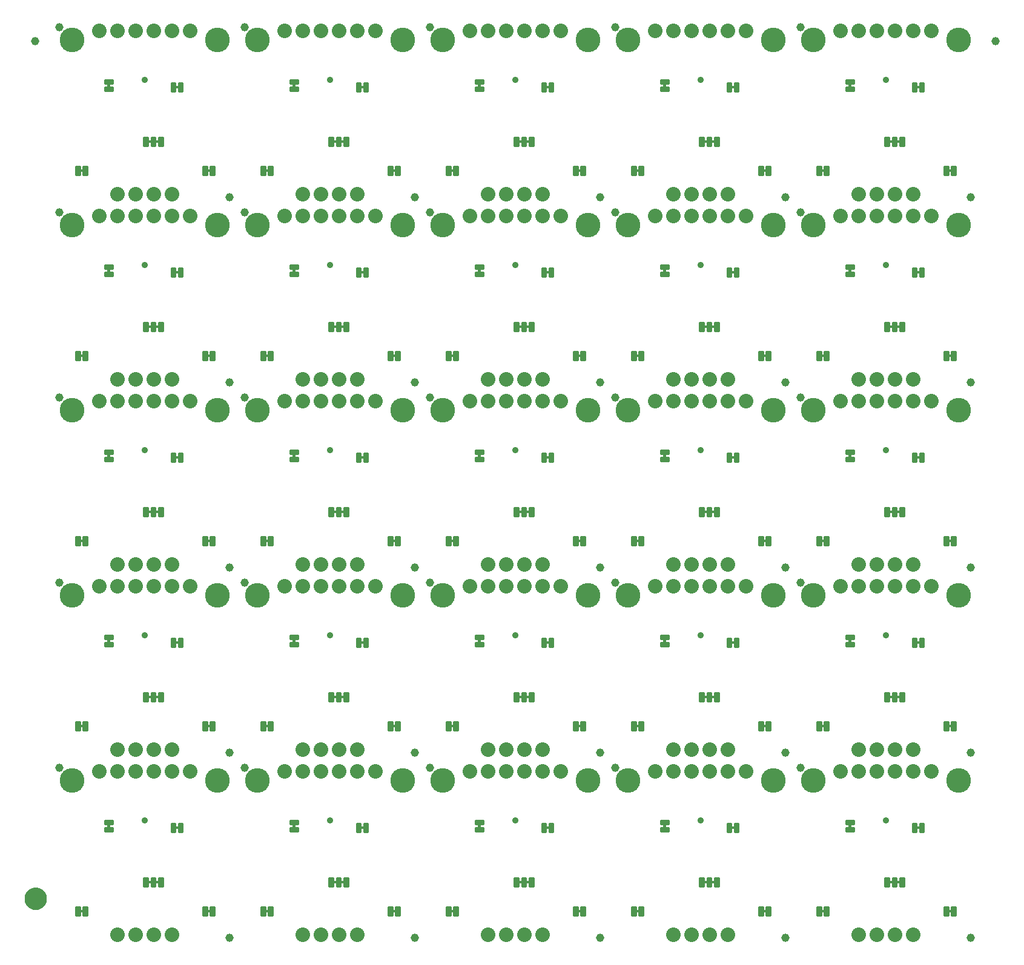
<source format=gbs>
G04 EAGLE Gerber RS-274X export*
G75*
%MOMM*%
%FSLAX34Y34*%
%LPD*%
%INSoldermask Bottom*%
%IPPOS*%
%AMOC8*
5,1,8,0,0,1.08239X$1,22.5*%
G01*
%ADD10C,3.454400*%
%ADD11C,0.251966*%
%ADD12C,2.032000*%
%ADD13C,1.152400*%
%ADD14C,0.902400*%
%ADD15C,1.270000*%
%ADD16C,1.652400*%

G36*
X1113855Y680732D02*
X1113855Y680732D01*
X1113921Y680734D01*
X1113964Y680752D01*
X1114011Y680760D01*
X1114068Y680794D01*
X1114128Y680819D01*
X1114163Y680850D01*
X1114204Y680875D01*
X1114246Y680926D01*
X1114294Y680970D01*
X1114316Y681012D01*
X1114345Y681049D01*
X1114366Y681111D01*
X1114397Y681170D01*
X1114405Y681224D01*
X1114417Y681261D01*
X1114416Y681301D01*
X1114424Y681355D01*
X1114424Y685165D01*
X1114413Y685230D01*
X1114411Y685296D01*
X1114393Y685339D01*
X1114385Y685386D01*
X1114351Y685443D01*
X1114326Y685503D01*
X1114295Y685538D01*
X1114270Y685579D01*
X1114219Y685621D01*
X1114175Y685669D01*
X1114133Y685691D01*
X1114096Y685720D01*
X1114034Y685741D01*
X1113975Y685772D01*
X1113921Y685780D01*
X1113884Y685792D01*
X1113844Y685791D01*
X1113790Y685799D01*
X1111250Y685799D01*
X1111185Y685788D01*
X1111119Y685786D01*
X1111076Y685768D01*
X1111029Y685760D01*
X1110972Y685726D01*
X1110912Y685701D01*
X1110877Y685670D01*
X1110836Y685645D01*
X1110795Y685594D01*
X1110746Y685550D01*
X1110724Y685508D01*
X1110695Y685471D01*
X1110674Y685409D01*
X1110643Y685350D01*
X1110635Y685296D01*
X1110623Y685259D01*
X1110623Y685255D01*
X1110623Y685254D01*
X1110624Y685219D01*
X1110616Y685165D01*
X1110616Y681355D01*
X1110627Y681290D01*
X1110629Y681224D01*
X1110647Y681181D01*
X1110655Y681134D01*
X1110689Y681077D01*
X1110714Y681017D01*
X1110745Y680982D01*
X1110770Y680941D01*
X1110821Y680900D01*
X1110865Y680851D01*
X1110907Y680829D01*
X1110944Y680800D01*
X1111006Y680779D01*
X1111065Y680748D01*
X1111119Y680740D01*
X1111156Y680728D01*
X1111196Y680729D01*
X1111250Y680721D01*
X1113790Y680721D01*
X1113855Y680732D01*
G37*
G36*
X77535Y680732D02*
X77535Y680732D01*
X77601Y680734D01*
X77644Y680752D01*
X77691Y680760D01*
X77748Y680794D01*
X77808Y680819D01*
X77843Y680850D01*
X77884Y680875D01*
X77926Y680926D01*
X77974Y680970D01*
X77996Y681012D01*
X78025Y681049D01*
X78046Y681111D01*
X78077Y681170D01*
X78085Y681224D01*
X78097Y681261D01*
X78096Y681301D01*
X78104Y681355D01*
X78104Y685165D01*
X78093Y685230D01*
X78091Y685296D01*
X78073Y685339D01*
X78065Y685386D01*
X78031Y685443D01*
X78006Y685503D01*
X77975Y685538D01*
X77950Y685579D01*
X77899Y685621D01*
X77855Y685669D01*
X77813Y685691D01*
X77776Y685720D01*
X77714Y685741D01*
X77655Y685772D01*
X77601Y685780D01*
X77564Y685792D01*
X77524Y685791D01*
X77470Y685799D01*
X74930Y685799D01*
X74865Y685788D01*
X74799Y685786D01*
X74756Y685768D01*
X74709Y685760D01*
X74652Y685726D01*
X74592Y685701D01*
X74557Y685670D01*
X74516Y685645D01*
X74475Y685594D01*
X74426Y685550D01*
X74404Y685508D01*
X74375Y685471D01*
X74354Y685409D01*
X74323Y685350D01*
X74315Y685296D01*
X74303Y685259D01*
X74303Y685255D01*
X74303Y685254D01*
X74304Y685219D01*
X74296Y685165D01*
X74296Y681355D01*
X74307Y681290D01*
X74309Y681224D01*
X74327Y681181D01*
X74335Y681134D01*
X74369Y681077D01*
X74394Y681017D01*
X74425Y680982D01*
X74450Y680941D01*
X74501Y680900D01*
X74545Y680851D01*
X74587Y680829D01*
X74624Y680800D01*
X74686Y680779D01*
X74745Y680748D01*
X74799Y680740D01*
X74836Y680728D01*
X74876Y680729D01*
X74930Y680721D01*
X77470Y680721D01*
X77535Y680732D01*
G37*
G36*
X595695Y680732D02*
X595695Y680732D01*
X595761Y680734D01*
X595804Y680752D01*
X595851Y680760D01*
X595908Y680794D01*
X595968Y680819D01*
X596003Y680850D01*
X596044Y680875D01*
X596086Y680926D01*
X596134Y680970D01*
X596156Y681012D01*
X596185Y681049D01*
X596206Y681111D01*
X596237Y681170D01*
X596245Y681224D01*
X596257Y681261D01*
X596256Y681301D01*
X596264Y681355D01*
X596264Y685165D01*
X596253Y685230D01*
X596251Y685296D01*
X596233Y685339D01*
X596225Y685386D01*
X596191Y685443D01*
X596166Y685503D01*
X596135Y685538D01*
X596110Y685579D01*
X596059Y685621D01*
X596015Y685669D01*
X595973Y685691D01*
X595936Y685720D01*
X595874Y685741D01*
X595815Y685772D01*
X595761Y685780D01*
X595724Y685792D01*
X595684Y685791D01*
X595630Y685799D01*
X593090Y685799D01*
X593025Y685788D01*
X592959Y685786D01*
X592916Y685768D01*
X592869Y685760D01*
X592812Y685726D01*
X592752Y685701D01*
X592717Y685670D01*
X592676Y685645D01*
X592635Y685594D01*
X592586Y685550D01*
X592564Y685508D01*
X592535Y685471D01*
X592514Y685409D01*
X592483Y685350D01*
X592475Y685296D01*
X592463Y685259D01*
X592463Y685255D01*
X592463Y685254D01*
X592464Y685219D01*
X592456Y685165D01*
X592456Y681355D01*
X592467Y681290D01*
X592469Y681224D01*
X592487Y681181D01*
X592495Y681134D01*
X592529Y681077D01*
X592554Y681017D01*
X592585Y680982D01*
X592610Y680941D01*
X592661Y680900D01*
X592705Y680851D01*
X592747Y680829D01*
X592784Y680800D01*
X592846Y680779D01*
X592905Y680748D01*
X592959Y680740D01*
X592996Y680728D01*
X593036Y680729D01*
X593090Y680721D01*
X595630Y680721D01*
X595695Y680732D01*
G37*
G36*
X854775Y680732D02*
X854775Y680732D01*
X854841Y680734D01*
X854884Y680752D01*
X854931Y680760D01*
X854988Y680794D01*
X855048Y680819D01*
X855083Y680850D01*
X855124Y680875D01*
X855166Y680926D01*
X855214Y680970D01*
X855236Y681012D01*
X855265Y681049D01*
X855286Y681111D01*
X855317Y681170D01*
X855325Y681224D01*
X855337Y681261D01*
X855336Y681301D01*
X855344Y681355D01*
X855344Y685165D01*
X855333Y685230D01*
X855331Y685296D01*
X855313Y685339D01*
X855305Y685386D01*
X855271Y685443D01*
X855246Y685503D01*
X855215Y685538D01*
X855190Y685579D01*
X855139Y685621D01*
X855095Y685669D01*
X855053Y685691D01*
X855016Y685720D01*
X854954Y685741D01*
X854895Y685772D01*
X854841Y685780D01*
X854804Y685792D01*
X854764Y685791D01*
X854710Y685799D01*
X852170Y685799D01*
X852105Y685788D01*
X852039Y685786D01*
X851996Y685768D01*
X851949Y685760D01*
X851892Y685726D01*
X851832Y685701D01*
X851797Y685670D01*
X851756Y685645D01*
X851715Y685594D01*
X851666Y685550D01*
X851644Y685508D01*
X851615Y685471D01*
X851594Y685409D01*
X851563Y685350D01*
X851555Y685296D01*
X851543Y685259D01*
X851543Y685255D01*
X851543Y685254D01*
X851544Y685219D01*
X851536Y685165D01*
X851536Y681355D01*
X851547Y681290D01*
X851549Y681224D01*
X851567Y681181D01*
X851575Y681134D01*
X851609Y681077D01*
X851634Y681017D01*
X851665Y680982D01*
X851690Y680941D01*
X851741Y680900D01*
X851785Y680851D01*
X851827Y680829D01*
X851864Y680800D01*
X851926Y680779D01*
X851985Y680748D01*
X852039Y680740D01*
X852076Y680728D01*
X852116Y680729D01*
X852170Y680721D01*
X854710Y680721D01*
X854775Y680732D01*
G37*
G36*
X336615Y680732D02*
X336615Y680732D01*
X336681Y680734D01*
X336724Y680752D01*
X336771Y680760D01*
X336828Y680794D01*
X336888Y680819D01*
X336923Y680850D01*
X336964Y680875D01*
X337006Y680926D01*
X337054Y680970D01*
X337076Y681012D01*
X337105Y681049D01*
X337126Y681111D01*
X337157Y681170D01*
X337165Y681224D01*
X337177Y681261D01*
X337176Y681301D01*
X337184Y681355D01*
X337184Y685165D01*
X337173Y685230D01*
X337171Y685296D01*
X337153Y685339D01*
X337145Y685386D01*
X337111Y685443D01*
X337086Y685503D01*
X337055Y685538D01*
X337030Y685579D01*
X336979Y685621D01*
X336935Y685669D01*
X336893Y685691D01*
X336856Y685720D01*
X336794Y685741D01*
X336735Y685772D01*
X336681Y685780D01*
X336644Y685792D01*
X336604Y685791D01*
X336550Y685799D01*
X334010Y685799D01*
X333945Y685788D01*
X333879Y685786D01*
X333836Y685768D01*
X333789Y685760D01*
X333732Y685726D01*
X333672Y685701D01*
X333637Y685670D01*
X333596Y685645D01*
X333555Y685594D01*
X333506Y685550D01*
X333484Y685508D01*
X333455Y685471D01*
X333434Y685409D01*
X333403Y685350D01*
X333395Y685296D01*
X333383Y685259D01*
X333383Y685255D01*
X333383Y685254D01*
X333384Y685219D01*
X333376Y685165D01*
X333376Y681355D01*
X333387Y681290D01*
X333389Y681224D01*
X333407Y681181D01*
X333415Y681134D01*
X333449Y681077D01*
X333474Y681017D01*
X333505Y680982D01*
X333530Y680941D01*
X333581Y680900D01*
X333625Y680851D01*
X333667Y680829D01*
X333704Y680800D01*
X333766Y680779D01*
X333825Y680748D01*
X333879Y680740D01*
X333916Y680728D01*
X333956Y680729D01*
X334010Y680721D01*
X336550Y680721D01*
X336615Y680732D01*
G37*
G36*
X77535Y1198892D02*
X77535Y1198892D01*
X77601Y1198894D01*
X77644Y1198912D01*
X77691Y1198920D01*
X77748Y1198954D01*
X77808Y1198979D01*
X77843Y1199010D01*
X77884Y1199035D01*
X77926Y1199086D01*
X77974Y1199130D01*
X77996Y1199172D01*
X78025Y1199209D01*
X78046Y1199271D01*
X78077Y1199330D01*
X78085Y1199384D01*
X78097Y1199421D01*
X78096Y1199461D01*
X78104Y1199515D01*
X78104Y1203325D01*
X78093Y1203390D01*
X78091Y1203456D01*
X78073Y1203499D01*
X78065Y1203546D01*
X78031Y1203603D01*
X78006Y1203663D01*
X77975Y1203698D01*
X77950Y1203739D01*
X77899Y1203781D01*
X77855Y1203829D01*
X77813Y1203851D01*
X77776Y1203880D01*
X77714Y1203901D01*
X77655Y1203932D01*
X77601Y1203940D01*
X77564Y1203952D01*
X77524Y1203951D01*
X77470Y1203959D01*
X74930Y1203959D01*
X74865Y1203948D01*
X74799Y1203946D01*
X74756Y1203928D01*
X74709Y1203920D01*
X74652Y1203886D01*
X74592Y1203861D01*
X74557Y1203830D01*
X74516Y1203805D01*
X74475Y1203754D01*
X74426Y1203710D01*
X74404Y1203668D01*
X74375Y1203631D01*
X74354Y1203569D01*
X74323Y1203510D01*
X74315Y1203456D01*
X74303Y1203419D01*
X74303Y1203415D01*
X74303Y1203414D01*
X74304Y1203379D01*
X74296Y1203325D01*
X74296Y1199515D01*
X74307Y1199450D01*
X74309Y1199384D01*
X74327Y1199341D01*
X74335Y1199294D01*
X74369Y1199237D01*
X74394Y1199177D01*
X74425Y1199142D01*
X74450Y1199101D01*
X74501Y1199060D01*
X74545Y1199011D01*
X74587Y1198989D01*
X74624Y1198960D01*
X74686Y1198939D01*
X74745Y1198908D01*
X74799Y1198900D01*
X74836Y1198888D01*
X74876Y1198889D01*
X74930Y1198881D01*
X77470Y1198881D01*
X77535Y1198892D01*
G37*
G36*
X595695Y1198892D02*
X595695Y1198892D01*
X595761Y1198894D01*
X595804Y1198912D01*
X595851Y1198920D01*
X595908Y1198954D01*
X595968Y1198979D01*
X596003Y1199010D01*
X596044Y1199035D01*
X596086Y1199086D01*
X596134Y1199130D01*
X596156Y1199172D01*
X596185Y1199209D01*
X596206Y1199271D01*
X596237Y1199330D01*
X596245Y1199384D01*
X596257Y1199421D01*
X596256Y1199461D01*
X596264Y1199515D01*
X596264Y1203325D01*
X596253Y1203390D01*
X596251Y1203456D01*
X596233Y1203499D01*
X596225Y1203546D01*
X596191Y1203603D01*
X596166Y1203663D01*
X596135Y1203698D01*
X596110Y1203739D01*
X596059Y1203781D01*
X596015Y1203829D01*
X595973Y1203851D01*
X595936Y1203880D01*
X595874Y1203901D01*
X595815Y1203932D01*
X595761Y1203940D01*
X595724Y1203952D01*
X595684Y1203951D01*
X595630Y1203959D01*
X593090Y1203959D01*
X593025Y1203948D01*
X592959Y1203946D01*
X592916Y1203928D01*
X592869Y1203920D01*
X592812Y1203886D01*
X592752Y1203861D01*
X592717Y1203830D01*
X592676Y1203805D01*
X592635Y1203754D01*
X592586Y1203710D01*
X592564Y1203668D01*
X592535Y1203631D01*
X592514Y1203569D01*
X592483Y1203510D01*
X592475Y1203456D01*
X592463Y1203419D01*
X592463Y1203415D01*
X592463Y1203414D01*
X592464Y1203379D01*
X592456Y1203325D01*
X592456Y1199515D01*
X592467Y1199450D01*
X592469Y1199384D01*
X592487Y1199341D01*
X592495Y1199294D01*
X592529Y1199237D01*
X592554Y1199177D01*
X592585Y1199142D01*
X592610Y1199101D01*
X592661Y1199060D01*
X592705Y1199011D01*
X592747Y1198989D01*
X592784Y1198960D01*
X592846Y1198939D01*
X592905Y1198908D01*
X592959Y1198900D01*
X592996Y1198888D01*
X593036Y1198889D01*
X593090Y1198881D01*
X595630Y1198881D01*
X595695Y1198892D01*
G37*
G36*
X336615Y1198892D02*
X336615Y1198892D01*
X336681Y1198894D01*
X336724Y1198912D01*
X336771Y1198920D01*
X336828Y1198954D01*
X336888Y1198979D01*
X336923Y1199010D01*
X336964Y1199035D01*
X337006Y1199086D01*
X337054Y1199130D01*
X337076Y1199172D01*
X337105Y1199209D01*
X337126Y1199271D01*
X337157Y1199330D01*
X337165Y1199384D01*
X337177Y1199421D01*
X337176Y1199461D01*
X337184Y1199515D01*
X337184Y1203325D01*
X337173Y1203390D01*
X337171Y1203456D01*
X337153Y1203499D01*
X337145Y1203546D01*
X337111Y1203603D01*
X337086Y1203663D01*
X337055Y1203698D01*
X337030Y1203739D01*
X336979Y1203781D01*
X336935Y1203829D01*
X336893Y1203851D01*
X336856Y1203880D01*
X336794Y1203901D01*
X336735Y1203932D01*
X336681Y1203940D01*
X336644Y1203952D01*
X336604Y1203951D01*
X336550Y1203959D01*
X334010Y1203959D01*
X333945Y1203948D01*
X333879Y1203946D01*
X333836Y1203928D01*
X333789Y1203920D01*
X333732Y1203886D01*
X333672Y1203861D01*
X333637Y1203830D01*
X333596Y1203805D01*
X333555Y1203754D01*
X333506Y1203710D01*
X333484Y1203668D01*
X333455Y1203631D01*
X333434Y1203569D01*
X333403Y1203510D01*
X333395Y1203456D01*
X333383Y1203419D01*
X333383Y1203415D01*
X333383Y1203414D01*
X333384Y1203379D01*
X333376Y1203325D01*
X333376Y1199515D01*
X333387Y1199450D01*
X333389Y1199384D01*
X333407Y1199341D01*
X333415Y1199294D01*
X333449Y1199237D01*
X333474Y1199177D01*
X333505Y1199142D01*
X333530Y1199101D01*
X333581Y1199060D01*
X333625Y1199011D01*
X333667Y1198989D01*
X333704Y1198960D01*
X333766Y1198939D01*
X333825Y1198908D01*
X333879Y1198900D01*
X333916Y1198888D01*
X333956Y1198889D01*
X334010Y1198881D01*
X336550Y1198881D01*
X336615Y1198892D01*
G37*
G36*
X1113855Y1198892D02*
X1113855Y1198892D01*
X1113921Y1198894D01*
X1113964Y1198912D01*
X1114011Y1198920D01*
X1114068Y1198954D01*
X1114128Y1198979D01*
X1114163Y1199010D01*
X1114204Y1199035D01*
X1114246Y1199086D01*
X1114294Y1199130D01*
X1114316Y1199172D01*
X1114345Y1199209D01*
X1114366Y1199271D01*
X1114397Y1199330D01*
X1114405Y1199384D01*
X1114417Y1199421D01*
X1114416Y1199461D01*
X1114424Y1199515D01*
X1114424Y1203325D01*
X1114413Y1203390D01*
X1114411Y1203456D01*
X1114393Y1203499D01*
X1114385Y1203546D01*
X1114351Y1203603D01*
X1114326Y1203663D01*
X1114295Y1203698D01*
X1114270Y1203739D01*
X1114219Y1203781D01*
X1114175Y1203829D01*
X1114133Y1203851D01*
X1114096Y1203880D01*
X1114034Y1203901D01*
X1113975Y1203932D01*
X1113921Y1203940D01*
X1113884Y1203952D01*
X1113844Y1203951D01*
X1113790Y1203959D01*
X1111250Y1203959D01*
X1111185Y1203948D01*
X1111119Y1203946D01*
X1111076Y1203928D01*
X1111029Y1203920D01*
X1110972Y1203886D01*
X1110912Y1203861D01*
X1110877Y1203830D01*
X1110836Y1203805D01*
X1110795Y1203754D01*
X1110746Y1203710D01*
X1110724Y1203668D01*
X1110695Y1203631D01*
X1110674Y1203569D01*
X1110643Y1203510D01*
X1110635Y1203456D01*
X1110623Y1203419D01*
X1110623Y1203415D01*
X1110623Y1203414D01*
X1110624Y1203379D01*
X1110616Y1203325D01*
X1110616Y1199515D01*
X1110627Y1199450D01*
X1110629Y1199384D01*
X1110647Y1199341D01*
X1110655Y1199294D01*
X1110689Y1199237D01*
X1110714Y1199177D01*
X1110745Y1199142D01*
X1110770Y1199101D01*
X1110821Y1199060D01*
X1110865Y1199011D01*
X1110907Y1198989D01*
X1110944Y1198960D01*
X1111006Y1198939D01*
X1111065Y1198908D01*
X1111119Y1198900D01*
X1111156Y1198888D01*
X1111196Y1198889D01*
X1111250Y1198881D01*
X1113790Y1198881D01*
X1113855Y1198892D01*
G37*
G36*
X854775Y1198892D02*
X854775Y1198892D01*
X854841Y1198894D01*
X854884Y1198912D01*
X854931Y1198920D01*
X854988Y1198954D01*
X855048Y1198979D01*
X855083Y1199010D01*
X855124Y1199035D01*
X855166Y1199086D01*
X855214Y1199130D01*
X855236Y1199172D01*
X855265Y1199209D01*
X855286Y1199271D01*
X855317Y1199330D01*
X855325Y1199384D01*
X855337Y1199421D01*
X855336Y1199461D01*
X855344Y1199515D01*
X855344Y1203325D01*
X855333Y1203390D01*
X855331Y1203456D01*
X855313Y1203499D01*
X855305Y1203546D01*
X855271Y1203603D01*
X855246Y1203663D01*
X855215Y1203698D01*
X855190Y1203739D01*
X855139Y1203781D01*
X855095Y1203829D01*
X855053Y1203851D01*
X855016Y1203880D01*
X854954Y1203901D01*
X854895Y1203932D01*
X854841Y1203940D01*
X854804Y1203952D01*
X854764Y1203951D01*
X854710Y1203959D01*
X852170Y1203959D01*
X852105Y1203948D01*
X852039Y1203946D01*
X851996Y1203928D01*
X851949Y1203920D01*
X851892Y1203886D01*
X851832Y1203861D01*
X851797Y1203830D01*
X851756Y1203805D01*
X851715Y1203754D01*
X851666Y1203710D01*
X851644Y1203668D01*
X851615Y1203631D01*
X851594Y1203569D01*
X851563Y1203510D01*
X851555Y1203456D01*
X851543Y1203419D01*
X851543Y1203415D01*
X851543Y1203414D01*
X851544Y1203379D01*
X851536Y1203325D01*
X851536Y1199515D01*
X851547Y1199450D01*
X851549Y1199384D01*
X851567Y1199341D01*
X851575Y1199294D01*
X851609Y1199237D01*
X851634Y1199177D01*
X851665Y1199142D01*
X851690Y1199101D01*
X851741Y1199060D01*
X851785Y1199011D01*
X851827Y1198989D01*
X851864Y1198960D01*
X851926Y1198939D01*
X851985Y1198908D01*
X852039Y1198900D01*
X852076Y1198888D01*
X852116Y1198889D01*
X852170Y1198881D01*
X854710Y1198881D01*
X854775Y1198892D01*
G37*
G36*
X854775Y421652D02*
X854775Y421652D01*
X854841Y421654D01*
X854884Y421672D01*
X854931Y421680D01*
X854988Y421714D01*
X855048Y421739D01*
X855083Y421770D01*
X855124Y421795D01*
X855166Y421846D01*
X855214Y421890D01*
X855236Y421932D01*
X855265Y421969D01*
X855286Y422031D01*
X855317Y422090D01*
X855325Y422144D01*
X855337Y422181D01*
X855336Y422221D01*
X855344Y422275D01*
X855344Y426085D01*
X855333Y426150D01*
X855331Y426216D01*
X855313Y426259D01*
X855305Y426306D01*
X855271Y426363D01*
X855246Y426423D01*
X855215Y426458D01*
X855190Y426499D01*
X855139Y426541D01*
X855095Y426589D01*
X855053Y426611D01*
X855016Y426640D01*
X854954Y426661D01*
X854895Y426692D01*
X854841Y426700D01*
X854804Y426712D01*
X854764Y426711D01*
X854710Y426719D01*
X852170Y426719D01*
X852105Y426708D01*
X852039Y426706D01*
X851996Y426688D01*
X851949Y426680D01*
X851892Y426646D01*
X851832Y426621D01*
X851797Y426590D01*
X851756Y426565D01*
X851715Y426514D01*
X851666Y426470D01*
X851644Y426428D01*
X851615Y426391D01*
X851594Y426329D01*
X851563Y426270D01*
X851555Y426216D01*
X851543Y426179D01*
X851543Y426175D01*
X851543Y426174D01*
X851544Y426139D01*
X851536Y426085D01*
X851536Y422275D01*
X851547Y422210D01*
X851549Y422144D01*
X851567Y422101D01*
X851575Y422054D01*
X851609Y421997D01*
X851634Y421937D01*
X851665Y421902D01*
X851690Y421861D01*
X851741Y421820D01*
X851785Y421771D01*
X851827Y421749D01*
X851864Y421720D01*
X851926Y421699D01*
X851985Y421668D01*
X852039Y421660D01*
X852076Y421648D01*
X852116Y421649D01*
X852170Y421641D01*
X854710Y421641D01*
X854775Y421652D01*
G37*
G36*
X854775Y939812D02*
X854775Y939812D01*
X854841Y939814D01*
X854884Y939832D01*
X854931Y939840D01*
X854988Y939874D01*
X855048Y939899D01*
X855083Y939930D01*
X855124Y939955D01*
X855166Y940006D01*
X855214Y940050D01*
X855236Y940092D01*
X855265Y940129D01*
X855286Y940191D01*
X855317Y940250D01*
X855325Y940304D01*
X855337Y940341D01*
X855336Y940381D01*
X855344Y940435D01*
X855344Y944245D01*
X855333Y944310D01*
X855331Y944376D01*
X855313Y944419D01*
X855305Y944466D01*
X855271Y944523D01*
X855246Y944583D01*
X855215Y944618D01*
X855190Y944659D01*
X855139Y944701D01*
X855095Y944749D01*
X855053Y944771D01*
X855016Y944800D01*
X854954Y944821D01*
X854895Y944852D01*
X854841Y944860D01*
X854804Y944872D01*
X854764Y944871D01*
X854710Y944879D01*
X852170Y944879D01*
X852105Y944868D01*
X852039Y944866D01*
X851996Y944848D01*
X851949Y944840D01*
X851892Y944806D01*
X851832Y944781D01*
X851797Y944750D01*
X851756Y944725D01*
X851715Y944674D01*
X851666Y944630D01*
X851644Y944588D01*
X851615Y944551D01*
X851594Y944489D01*
X851563Y944430D01*
X851555Y944376D01*
X851543Y944339D01*
X851543Y944335D01*
X851543Y944334D01*
X851544Y944299D01*
X851536Y944245D01*
X851536Y940435D01*
X851547Y940370D01*
X851549Y940304D01*
X851567Y940261D01*
X851575Y940214D01*
X851609Y940157D01*
X851634Y940097D01*
X851665Y940062D01*
X851690Y940021D01*
X851741Y939980D01*
X851785Y939931D01*
X851827Y939909D01*
X851864Y939880D01*
X851926Y939859D01*
X851985Y939828D01*
X852039Y939820D01*
X852076Y939808D01*
X852116Y939809D01*
X852170Y939801D01*
X854710Y939801D01*
X854775Y939812D01*
G37*
G36*
X1113855Y939812D02*
X1113855Y939812D01*
X1113921Y939814D01*
X1113964Y939832D01*
X1114011Y939840D01*
X1114068Y939874D01*
X1114128Y939899D01*
X1114163Y939930D01*
X1114204Y939955D01*
X1114246Y940006D01*
X1114294Y940050D01*
X1114316Y940092D01*
X1114345Y940129D01*
X1114366Y940191D01*
X1114397Y940250D01*
X1114405Y940304D01*
X1114417Y940341D01*
X1114416Y940381D01*
X1114424Y940435D01*
X1114424Y944245D01*
X1114413Y944310D01*
X1114411Y944376D01*
X1114393Y944419D01*
X1114385Y944466D01*
X1114351Y944523D01*
X1114326Y944583D01*
X1114295Y944618D01*
X1114270Y944659D01*
X1114219Y944701D01*
X1114175Y944749D01*
X1114133Y944771D01*
X1114096Y944800D01*
X1114034Y944821D01*
X1113975Y944852D01*
X1113921Y944860D01*
X1113884Y944872D01*
X1113844Y944871D01*
X1113790Y944879D01*
X1111250Y944879D01*
X1111185Y944868D01*
X1111119Y944866D01*
X1111076Y944848D01*
X1111029Y944840D01*
X1110972Y944806D01*
X1110912Y944781D01*
X1110877Y944750D01*
X1110836Y944725D01*
X1110795Y944674D01*
X1110746Y944630D01*
X1110724Y944588D01*
X1110695Y944551D01*
X1110674Y944489D01*
X1110643Y944430D01*
X1110635Y944376D01*
X1110623Y944339D01*
X1110623Y944335D01*
X1110623Y944334D01*
X1110624Y944299D01*
X1110616Y944245D01*
X1110616Y940435D01*
X1110627Y940370D01*
X1110629Y940304D01*
X1110647Y940261D01*
X1110655Y940214D01*
X1110689Y940157D01*
X1110714Y940097D01*
X1110745Y940062D01*
X1110770Y940021D01*
X1110821Y939980D01*
X1110865Y939931D01*
X1110907Y939909D01*
X1110944Y939880D01*
X1111006Y939859D01*
X1111065Y939828D01*
X1111119Y939820D01*
X1111156Y939808D01*
X1111196Y939809D01*
X1111250Y939801D01*
X1113790Y939801D01*
X1113855Y939812D01*
G37*
G36*
X595695Y939812D02*
X595695Y939812D01*
X595761Y939814D01*
X595804Y939832D01*
X595851Y939840D01*
X595908Y939874D01*
X595968Y939899D01*
X596003Y939930D01*
X596044Y939955D01*
X596086Y940006D01*
X596134Y940050D01*
X596156Y940092D01*
X596185Y940129D01*
X596206Y940191D01*
X596237Y940250D01*
X596245Y940304D01*
X596257Y940341D01*
X596256Y940381D01*
X596264Y940435D01*
X596264Y944245D01*
X596253Y944310D01*
X596251Y944376D01*
X596233Y944419D01*
X596225Y944466D01*
X596191Y944523D01*
X596166Y944583D01*
X596135Y944618D01*
X596110Y944659D01*
X596059Y944701D01*
X596015Y944749D01*
X595973Y944771D01*
X595936Y944800D01*
X595874Y944821D01*
X595815Y944852D01*
X595761Y944860D01*
X595724Y944872D01*
X595684Y944871D01*
X595630Y944879D01*
X593090Y944879D01*
X593025Y944868D01*
X592959Y944866D01*
X592916Y944848D01*
X592869Y944840D01*
X592812Y944806D01*
X592752Y944781D01*
X592717Y944750D01*
X592676Y944725D01*
X592635Y944674D01*
X592586Y944630D01*
X592564Y944588D01*
X592535Y944551D01*
X592514Y944489D01*
X592483Y944430D01*
X592475Y944376D01*
X592463Y944339D01*
X592463Y944335D01*
X592463Y944334D01*
X592464Y944299D01*
X592456Y944245D01*
X592456Y940435D01*
X592467Y940370D01*
X592469Y940304D01*
X592487Y940261D01*
X592495Y940214D01*
X592529Y940157D01*
X592554Y940097D01*
X592585Y940062D01*
X592610Y940021D01*
X592661Y939980D01*
X592705Y939931D01*
X592747Y939909D01*
X592784Y939880D01*
X592846Y939859D01*
X592905Y939828D01*
X592959Y939820D01*
X592996Y939808D01*
X593036Y939809D01*
X593090Y939801D01*
X595630Y939801D01*
X595695Y939812D01*
G37*
G36*
X336615Y939812D02*
X336615Y939812D01*
X336681Y939814D01*
X336724Y939832D01*
X336771Y939840D01*
X336828Y939874D01*
X336888Y939899D01*
X336923Y939930D01*
X336964Y939955D01*
X337006Y940006D01*
X337054Y940050D01*
X337076Y940092D01*
X337105Y940129D01*
X337126Y940191D01*
X337157Y940250D01*
X337165Y940304D01*
X337177Y940341D01*
X337176Y940381D01*
X337184Y940435D01*
X337184Y944245D01*
X337173Y944310D01*
X337171Y944376D01*
X337153Y944419D01*
X337145Y944466D01*
X337111Y944523D01*
X337086Y944583D01*
X337055Y944618D01*
X337030Y944659D01*
X336979Y944701D01*
X336935Y944749D01*
X336893Y944771D01*
X336856Y944800D01*
X336794Y944821D01*
X336735Y944852D01*
X336681Y944860D01*
X336644Y944872D01*
X336604Y944871D01*
X336550Y944879D01*
X334010Y944879D01*
X333945Y944868D01*
X333879Y944866D01*
X333836Y944848D01*
X333789Y944840D01*
X333732Y944806D01*
X333672Y944781D01*
X333637Y944750D01*
X333596Y944725D01*
X333555Y944674D01*
X333506Y944630D01*
X333484Y944588D01*
X333455Y944551D01*
X333434Y944489D01*
X333403Y944430D01*
X333395Y944376D01*
X333383Y944339D01*
X333383Y944335D01*
X333383Y944334D01*
X333384Y944299D01*
X333376Y944245D01*
X333376Y940435D01*
X333387Y940370D01*
X333389Y940304D01*
X333407Y940261D01*
X333415Y940214D01*
X333449Y940157D01*
X333474Y940097D01*
X333505Y940062D01*
X333530Y940021D01*
X333581Y939980D01*
X333625Y939931D01*
X333667Y939909D01*
X333704Y939880D01*
X333766Y939859D01*
X333825Y939828D01*
X333879Y939820D01*
X333916Y939808D01*
X333956Y939809D01*
X334010Y939801D01*
X336550Y939801D01*
X336615Y939812D01*
G37*
G36*
X77535Y939812D02*
X77535Y939812D01*
X77601Y939814D01*
X77644Y939832D01*
X77691Y939840D01*
X77748Y939874D01*
X77808Y939899D01*
X77843Y939930D01*
X77884Y939955D01*
X77926Y940006D01*
X77974Y940050D01*
X77996Y940092D01*
X78025Y940129D01*
X78046Y940191D01*
X78077Y940250D01*
X78085Y940304D01*
X78097Y940341D01*
X78096Y940381D01*
X78104Y940435D01*
X78104Y944245D01*
X78093Y944310D01*
X78091Y944376D01*
X78073Y944419D01*
X78065Y944466D01*
X78031Y944523D01*
X78006Y944583D01*
X77975Y944618D01*
X77950Y944659D01*
X77899Y944701D01*
X77855Y944749D01*
X77813Y944771D01*
X77776Y944800D01*
X77714Y944821D01*
X77655Y944852D01*
X77601Y944860D01*
X77564Y944872D01*
X77524Y944871D01*
X77470Y944879D01*
X74930Y944879D01*
X74865Y944868D01*
X74799Y944866D01*
X74756Y944848D01*
X74709Y944840D01*
X74652Y944806D01*
X74592Y944781D01*
X74557Y944750D01*
X74516Y944725D01*
X74475Y944674D01*
X74426Y944630D01*
X74404Y944588D01*
X74375Y944551D01*
X74354Y944489D01*
X74323Y944430D01*
X74315Y944376D01*
X74303Y944339D01*
X74303Y944335D01*
X74303Y944334D01*
X74304Y944299D01*
X74296Y944245D01*
X74296Y940435D01*
X74307Y940370D01*
X74309Y940304D01*
X74327Y940261D01*
X74335Y940214D01*
X74369Y940157D01*
X74394Y940097D01*
X74425Y940062D01*
X74450Y940021D01*
X74501Y939980D01*
X74545Y939931D01*
X74587Y939909D01*
X74624Y939880D01*
X74686Y939859D01*
X74745Y939828D01*
X74799Y939820D01*
X74836Y939808D01*
X74876Y939809D01*
X74930Y939801D01*
X77470Y939801D01*
X77535Y939812D01*
G37*
G36*
X595695Y421652D02*
X595695Y421652D01*
X595761Y421654D01*
X595804Y421672D01*
X595851Y421680D01*
X595908Y421714D01*
X595968Y421739D01*
X596003Y421770D01*
X596044Y421795D01*
X596086Y421846D01*
X596134Y421890D01*
X596156Y421932D01*
X596185Y421969D01*
X596206Y422031D01*
X596237Y422090D01*
X596245Y422144D01*
X596257Y422181D01*
X596256Y422221D01*
X596264Y422275D01*
X596264Y426085D01*
X596253Y426150D01*
X596251Y426216D01*
X596233Y426259D01*
X596225Y426306D01*
X596191Y426363D01*
X596166Y426423D01*
X596135Y426458D01*
X596110Y426499D01*
X596059Y426541D01*
X596015Y426589D01*
X595973Y426611D01*
X595936Y426640D01*
X595874Y426661D01*
X595815Y426692D01*
X595761Y426700D01*
X595724Y426712D01*
X595684Y426711D01*
X595630Y426719D01*
X593090Y426719D01*
X593025Y426708D01*
X592959Y426706D01*
X592916Y426688D01*
X592869Y426680D01*
X592812Y426646D01*
X592752Y426621D01*
X592717Y426590D01*
X592676Y426565D01*
X592635Y426514D01*
X592586Y426470D01*
X592564Y426428D01*
X592535Y426391D01*
X592514Y426329D01*
X592483Y426270D01*
X592475Y426216D01*
X592463Y426179D01*
X592463Y426175D01*
X592463Y426174D01*
X592464Y426139D01*
X592456Y426085D01*
X592456Y422275D01*
X592467Y422210D01*
X592469Y422144D01*
X592487Y422101D01*
X592495Y422054D01*
X592529Y421997D01*
X592554Y421937D01*
X592585Y421902D01*
X592610Y421861D01*
X592661Y421820D01*
X592705Y421771D01*
X592747Y421749D01*
X592784Y421720D01*
X592846Y421699D01*
X592905Y421668D01*
X592959Y421660D01*
X592996Y421648D01*
X593036Y421649D01*
X593090Y421641D01*
X595630Y421641D01*
X595695Y421652D01*
G37*
G36*
X77535Y421652D02*
X77535Y421652D01*
X77601Y421654D01*
X77644Y421672D01*
X77691Y421680D01*
X77748Y421714D01*
X77808Y421739D01*
X77843Y421770D01*
X77884Y421795D01*
X77926Y421846D01*
X77974Y421890D01*
X77996Y421932D01*
X78025Y421969D01*
X78046Y422031D01*
X78077Y422090D01*
X78085Y422144D01*
X78097Y422181D01*
X78096Y422221D01*
X78104Y422275D01*
X78104Y426085D01*
X78093Y426150D01*
X78091Y426216D01*
X78073Y426259D01*
X78065Y426306D01*
X78031Y426363D01*
X78006Y426423D01*
X77975Y426458D01*
X77950Y426499D01*
X77899Y426541D01*
X77855Y426589D01*
X77813Y426611D01*
X77776Y426640D01*
X77714Y426661D01*
X77655Y426692D01*
X77601Y426700D01*
X77564Y426712D01*
X77524Y426711D01*
X77470Y426719D01*
X74930Y426719D01*
X74865Y426708D01*
X74799Y426706D01*
X74756Y426688D01*
X74709Y426680D01*
X74652Y426646D01*
X74592Y426621D01*
X74557Y426590D01*
X74516Y426565D01*
X74475Y426514D01*
X74426Y426470D01*
X74404Y426428D01*
X74375Y426391D01*
X74354Y426329D01*
X74323Y426270D01*
X74315Y426216D01*
X74303Y426179D01*
X74303Y426175D01*
X74303Y426174D01*
X74304Y426139D01*
X74296Y426085D01*
X74296Y422275D01*
X74307Y422210D01*
X74309Y422144D01*
X74327Y422101D01*
X74335Y422054D01*
X74369Y421997D01*
X74394Y421937D01*
X74425Y421902D01*
X74450Y421861D01*
X74501Y421820D01*
X74545Y421771D01*
X74587Y421749D01*
X74624Y421720D01*
X74686Y421699D01*
X74745Y421668D01*
X74799Y421660D01*
X74836Y421648D01*
X74876Y421649D01*
X74930Y421641D01*
X77470Y421641D01*
X77535Y421652D01*
G37*
G36*
X336615Y421652D02*
X336615Y421652D01*
X336681Y421654D01*
X336724Y421672D01*
X336771Y421680D01*
X336828Y421714D01*
X336888Y421739D01*
X336923Y421770D01*
X336964Y421795D01*
X337006Y421846D01*
X337054Y421890D01*
X337076Y421932D01*
X337105Y421969D01*
X337126Y422031D01*
X337157Y422090D01*
X337165Y422144D01*
X337177Y422181D01*
X337176Y422221D01*
X337184Y422275D01*
X337184Y426085D01*
X337173Y426150D01*
X337171Y426216D01*
X337153Y426259D01*
X337145Y426306D01*
X337111Y426363D01*
X337086Y426423D01*
X337055Y426458D01*
X337030Y426499D01*
X336979Y426541D01*
X336935Y426589D01*
X336893Y426611D01*
X336856Y426640D01*
X336794Y426661D01*
X336735Y426692D01*
X336681Y426700D01*
X336644Y426712D01*
X336604Y426711D01*
X336550Y426719D01*
X334010Y426719D01*
X333945Y426708D01*
X333879Y426706D01*
X333836Y426688D01*
X333789Y426680D01*
X333732Y426646D01*
X333672Y426621D01*
X333637Y426590D01*
X333596Y426565D01*
X333555Y426514D01*
X333506Y426470D01*
X333484Y426428D01*
X333455Y426391D01*
X333434Y426329D01*
X333403Y426270D01*
X333395Y426216D01*
X333383Y426179D01*
X333383Y426175D01*
X333383Y426174D01*
X333384Y426139D01*
X333376Y426085D01*
X333376Y422275D01*
X333387Y422210D01*
X333389Y422144D01*
X333407Y422101D01*
X333415Y422054D01*
X333449Y421997D01*
X333474Y421937D01*
X333505Y421902D01*
X333530Y421861D01*
X333581Y421820D01*
X333625Y421771D01*
X333667Y421749D01*
X333704Y421720D01*
X333766Y421699D01*
X333825Y421668D01*
X333879Y421660D01*
X333916Y421648D01*
X333956Y421649D01*
X334010Y421641D01*
X336550Y421641D01*
X336615Y421652D01*
G37*
G36*
X1113855Y421652D02*
X1113855Y421652D01*
X1113921Y421654D01*
X1113964Y421672D01*
X1114011Y421680D01*
X1114068Y421714D01*
X1114128Y421739D01*
X1114163Y421770D01*
X1114204Y421795D01*
X1114246Y421846D01*
X1114294Y421890D01*
X1114316Y421932D01*
X1114345Y421969D01*
X1114366Y422031D01*
X1114397Y422090D01*
X1114405Y422144D01*
X1114417Y422181D01*
X1114416Y422221D01*
X1114424Y422275D01*
X1114424Y426085D01*
X1114413Y426150D01*
X1114411Y426216D01*
X1114393Y426259D01*
X1114385Y426306D01*
X1114351Y426363D01*
X1114326Y426423D01*
X1114295Y426458D01*
X1114270Y426499D01*
X1114219Y426541D01*
X1114175Y426589D01*
X1114133Y426611D01*
X1114096Y426640D01*
X1114034Y426661D01*
X1113975Y426692D01*
X1113921Y426700D01*
X1113884Y426712D01*
X1113844Y426711D01*
X1113790Y426719D01*
X1111250Y426719D01*
X1111185Y426708D01*
X1111119Y426706D01*
X1111076Y426688D01*
X1111029Y426680D01*
X1110972Y426646D01*
X1110912Y426621D01*
X1110877Y426590D01*
X1110836Y426565D01*
X1110795Y426514D01*
X1110746Y426470D01*
X1110724Y426428D01*
X1110695Y426391D01*
X1110674Y426329D01*
X1110643Y426270D01*
X1110635Y426216D01*
X1110623Y426179D01*
X1110623Y426175D01*
X1110623Y426174D01*
X1110624Y426139D01*
X1110616Y426085D01*
X1110616Y422275D01*
X1110627Y422210D01*
X1110629Y422144D01*
X1110647Y422101D01*
X1110655Y422054D01*
X1110689Y421997D01*
X1110714Y421937D01*
X1110745Y421902D01*
X1110770Y421861D01*
X1110821Y421820D01*
X1110865Y421771D01*
X1110907Y421749D01*
X1110944Y421720D01*
X1111006Y421699D01*
X1111065Y421668D01*
X1111119Y421660D01*
X1111156Y421648D01*
X1111196Y421649D01*
X1111250Y421641D01*
X1113790Y421641D01*
X1113855Y421652D01*
G37*
G36*
X1113855Y162572D02*
X1113855Y162572D01*
X1113921Y162574D01*
X1113964Y162592D01*
X1114011Y162600D01*
X1114068Y162634D01*
X1114128Y162659D01*
X1114163Y162690D01*
X1114204Y162715D01*
X1114246Y162766D01*
X1114294Y162810D01*
X1114316Y162852D01*
X1114345Y162889D01*
X1114366Y162951D01*
X1114397Y163010D01*
X1114405Y163064D01*
X1114417Y163101D01*
X1114416Y163141D01*
X1114424Y163195D01*
X1114424Y167005D01*
X1114413Y167070D01*
X1114411Y167136D01*
X1114393Y167179D01*
X1114385Y167226D01*
X1114351Y167283D01*
X1114326Y167343D01*
X1114295Y167378D01*
X1114270Y167419D01*
X1114219Y167461D01*
X1114175Y167509D01*
X1114133Y167531D01*
X1114096Y167560D01*
X1114034Y167581D01*
X1113975Y167612D01*
X1113921Y167620D01*
X1113884Y167632D01*
X1113844Y167631D01*
X1113790Y167639D01*
X1111250Y167639D01*
X1111185Y167628D01*
X1111119Y167626D01*
X1111076Y167608D01*
X1111029Y167600D01*
X1110972Y167566D01*
X1110912Y167541D01*
X1110877Y167510D01*
X1110836Y167485D01*
X1110795Y167434D01*
X1110746Y167390D01*
X1110724Y167348D01*
X1110695Y167311D01*
X1110674Y167249D01*
X1110643Y167190D01*
X1110635Y167136D01*
X1110623Y167099D01*
X1110623Y167095D01*
X1110623Y167094D01*
X1110624Y167059D01*
X1110616Y167005D01*
X1110616Y163195D01*
X1110627Y163130D01*
X1110629Y163064D01*
X1110647Y163021D01*
X1110655Y162974D01*
X1110689Y162917D01*
X1110714Y162857D01*
X1110745Y162822D01*
X1110770Y162781D01*
X1110821Y162740D01*
X1110865Y162691D01*
X1110907Y162669D01*
X1110944Y162640D01*
X1111006Y162619D01*
X1111065Y162588D01*
X1111119Y162580D01*
X1111156Y162568D01*
X1111196Y162569D01*
X1111250Y162561D01*
X1113790Y162561D01*
X1113855Y162572D01*
G37*
G36*
X854775Y162572D02*
X854775Y162572D01*
X854841Y162574D01*
X854884Y162592D01*
X854931Y162600D01*
X854988Y162634D01*
X855048Y162659D01*
X855083Y162690D01*
X855124Y162715D01*
X855166Y162766D01*
X855214Y162810D01*
X855236Y162852D01*
X855265Y162889D01*
X855286Y162951D01*
X855317Y163010D01*
X855325Y163064D01*
X855337Y163101D01*
X855336Y163141D01*
X855344Y163195D01*
X855344Y167005D01*
X855333Y167070D01*
X855331Y167136D01*
X855313Y167179D01*
X855305Y167226D01*
X855271Y167283D01*
X855246Y167343D01*
X855215Y167378D01*
X855190Y167419D01*
X855139Y167461D01*
X855095Y167509D01*
X855053Y167531D01*
X855016Y167560D01*
X854954Y167581D01*
X854895Y167612D01*
X854841Y167620D01*
X854804Y167632D01*
X854764Y167631D01*
X854710Y167639D01*
X852170Y167639D01*
X852105Y167628D01*
X852039Y167626D01*
X851996Y167608D01*
X851949Y167600D01*
X851892Y167566D01*
X851832Y167541D01*
X851797Y167510D01*
X851756Y167485D01*
X851715Y167434D01*
X851666Y167390D01*
X851644Y167348D01*
X851615Y167311D01*
X851594Y167249D01*
X851563Y167190D01*
X851555Y167136D01*
X851543Y167099D01*
X851543Y167095D01*
X851543Y167094D01*
X851544Y167059D01*
X851536Y167005D01*
X851536Y163195D01*
X851547Y163130D01*
X851549Y163064D01*
X851567Y163021D01*
X851575Y162974D01*
X851609Y162917D01*
X851634Y162857D01*
X851665Y162822D01*
X851690Y162781D01*
X851741Y162740D01*
X851785Y162691D01*
X851827Y162669D01*
X851864Y162640D01*
X851926Y162619D01*
X851985Y162588D01*
X852039Y162580D01*
X852076Y162568D01*
X852116Y162569D01*
X852170Y162561D01*
X854710Y162561D01*
X854775Y162572D01*
G37*
G36*
X77535Y162572D02*
X77535Y162572D01*
X77601Y162574D01*
X77644Y162592D01*
X77691Y162600D01*
X77748Y162634D01*
X77808Y162659D01*
X77843Y162690D01*
X77884Y162715D01*
X77926Y162766D01*
X77974Y162810D01*
X77996Y162852D01*
X78025Y162889D01*
X78046Y162951D01*
X78077Y163010D01*
X78085Y163064D01*
X78097Y163101D01*
X78096Y163141D01*
X78104Y163195D01*
X78104Y167005D01*
X78093Y167070D01*
X78091Y167136D01*
X78073Y167179D01*
X78065Y167226D01*
X78031Y167283D01*
X78006Y167343D01*
X77975Y167378D01*
X77950Y167419D01*
X77899Y167461D01*
X77855Y167509D01*
X77813Y167531D01*
X77776Y167560D01*
X77714Y167581D01*
X77655Y167612D01*
X77601Y167620D01*
X77564Y167632D01*
X77524Y167631D01*
X77470Y167639D01*
X74930Y167639D01*
X74865Y167628D01*
X74799Y167626D01*
X74756Y167608D01*
X74709Y167600D01*
X74652Y167566D01*
X74592Y167541D01*
X74557Y167510D01*
X74516Y167485D01*
X74475Y167434D01*
X74426Y167390D01*
X74404Y167348D01*
X74375Y167311D01*
X74354Y167249D01*
X74323Y167190D01*
X74315Y167136D01*
X74303Y167099D01*
X74303Y167095D01*
X74303Y167094D01*
X74304Y167059D01*
X74296Y167005D01*
X74296Y163195D01*
X74307Y163130D01*
X74309Y163064D01*
X74327Y163021D01*
X74335Y162974D01*
X74369Y162917D01*
X74394Y162857D01*
X74425Y162822D01*
X74450Y162781D01*
X74501Y162740D01*
X74545Y162691D01*
X74587Y162669D01*
X74624Y162640D01*
X74686Y162619D01*
X74745Y162588D01*
X74799Y162580D01*
X74836Y162568D01*
X74876Y162569D01*
X74930Y162561D01*
X77470Y162561D01*
X77535Y162572D01*
G37*
G36*
X336615Y162572D02*
X336615Y162572D01*
X336681Y162574D01*
X336724Y162592D01*
X336771Y162600D01*
X336828Y162634D01*
X336888Y162659D01*
X336923Y162690D01*
X336964Y162715D01*
X337006Y162766D01*
X337054Y162810D01*
X337076Y162852D01*
X337105Y162889D01*
X337126Y162951D01*
X337157Y163010D01*
X337165Y163064D01*
X337177Y163101D01*
X337176Y163141D01*
X337184Y163195D01*
X337184Y167005D01*
X337173Y167070D01*
X337171Y167136D01*
X337153Y167179D01*
X337145Y167226D01*
X337111Y167283D01*
X337086Y167343D01*
X337055Y167378D01*
X337030Y167419D01*
X336979Y167461D01*
X336935Y167509D01*
X336893Y167531D01*
X336856Y167560D01*
X336794Y167581D01*
X336735Y167612D01*
X336681Y167620D01*
X336644Y167632D01*
X336604Y167631D01*
X336550Y167639D01*
X334010Y167639D01*
X333945Y167628D01*
X333879Y167626D01*
X333836Y167608D01*
X333789Y167600D01*
X333732Y167566D01*
X333672Y167541D01*
X333637Y167510D01*
X333596Y167485D01*
X333555Y167434D01*
X333506Y167390D01*
X333484Y167348D01*
X333455Y167311D01*
X333434Y167249D01*
X333403Y167190D01*
X333395Y167136D01*
X333383Y167099D01*
X333383Y167095D01*
X333383Y167094D01*
X333384Y167059D01*
X333376Y167005D01*
X333376Y163195D01*
X333387Y163130D01*
X333389Y163064D01*
X333407Y163021D01*
X333415Y162974D01*
X333449Y162917D01*
X333474Y162857D01*
X333505Y162822D01*
X333530Y162781D01*
X333581Y162740D01*
X333625Y162691D01*
X333667Y162669D01*
X333704Y162640D01*
X333766Y162619D01*
X333825Y162588D01*
X333879Y162580D01*
X333916Y162568D01*
X333956Y162569D01*
X334010Y162561D01*
X336550Y162561D01*
X336615Y162572D01*
G37*
G36*
X595695Y162572D02*
X595695Y162572D01*
X595761Y162574D01*
X595804Y162592D01*
X595851Y162600D01*
X595908Y162634D01*
X595968Y162659D01*
X596003Y162690D01*
X596044Y162715D01*
X596086Y162766D01*
X596134Y162810D01*
X596156Y162852D01*
X596185Y162889D01*
X596206Y162951D01*
X596237Y163010D01*
X596245Y163064D01*
X596257Y163101D01*
X596256Y163141D01*
X596264Y163195D01*
X596264Y167005D01*
X596253Y167070D01*
X596251Y167136D01*
X596233Y167179D01*
X596225Y167226D01*
X596191Y167283D01*
X596166Y167343D01*
X596135Y167378D01*
X596110Y167419D01*
X596059Y167461D01*
X596015Y167509D01*
X595973Y167531D01*
X595936Y167560D01*
X595874Y167581D01*
X595815Y167612D01*
X595761Y167620D01*
X595724Y167632D01*
X595684Y167631D01*
X595630Y167639D01*
X593090Y167639D01*
X593025Y167628D01*
X592959Y167626D01*
X592916Y167608D01*
X592869Y167600D01*
X592812Y167566D01*
X592752Y167541D01*
X592717Y167510D01*
X592676Y167485D01*
X592635Y167434D01*
X592586Y167390D01*
X592564Y167348D01*
X592535Y167311D01*
X592514Y167249D01*
X592483Y167190D01*
X592475Y167136D01*
X592463Y167099D01*
X592463Y167095D01*
X592463Y167094D01*
X592464Y167059D01*
X592456Y167005D01*
X592456Y163195D01*
X592467Y163130D01*
X592469Y163064D01*
X592487Y163021D01*
X592495Y162974D01*
X592529Y162917D01*
X592554Y162857D01*
X592585Y162822D01*
X592610Y162781D01*
X592661Y162740D01*
X592705Y162691D01*
X592747Y162669D01*
X592784Y162640D01*
X592846Y162619D01*
X592905Y162588D01*
X592959Y162580D01*
X592996Y162568D01*
X593036Y162569D01*
X593090Y162561D01*
X595630Y162561D01*
X595695Y162572D01*
G37*
G36*
X404560Y1120787D02*
X404560Y1120787D01*
X404626Y1120789D01*
X404669Y1120807D01*
X404716Y1120815D01*
X404773Y1120849D01*
X404833Y1120874D01*
X404868Y1120905D01*
X404909Y1120930D01*
X404951Y1120981D01*
X404999Y1121025D01*
X405021Y1121067D01*
X405050Y1121104D01*
X405071Y1121166D01*
X405102Y1121225D01*
X405110Y1121279D01*
X405122Y1121316D01*
X405121Y1121356D01*
X405129Y1121410D01*
X405129Y1123950D01*
X405118Y1124015D01*
X405116Y1124081D01*
X405098Y1124124D01*
X405090Y1124171D01*
X405056Y1124228D01*
X405031Y1124288D01*
X405000Y1124323D01*
X404975Y1124364D01*
X404924Y1124406D01*
X404880Y1124454D01*
X404838Y1124476D01*
X404801Y1124505D01*
X404739Y1124526D01*
X404680Y1124557D01*
X404626Y1124565D01*
X404589Y1124577D01*
X404549Y1124576D01*
X404495Y1124584D01*
X400685Y1124584D01*
X400620Y1124573D01*
X400554Y1124571D01*
X400511Y1124553D01*
X400464Y1124545D01*
X400407Y1124511D01*
X400347Y1124486D01*
X400312Y1124455D01*
X400271Y1124430D01*
X400230Y1124379D01*
X400181Y1124335D01*
X400159Y1124293D01*
X400130Y1124256D01*
X400109Y1124194D01*
X400078Y1124135D01*
X400070Y1124081D01*
X400058Y1124044D01*
X400058Y1124041D01*
X400059Y1124004D01*
X400051Y1123950D01*
X400051Y1121410D01*
X400062Y1121345D01*
X400064Y1121279D01*
X400082Y1121236D01*
X400090Y1121189D01*
X400124Y1121132D01*
X400149Y1121072D01*
X400180Y1121037D01*
X400205Y1120996D01*
X400256Y1120955D01*
X400300Y1120906D01*
X400342Y1120884D01*
X400379Y1120855D01*
X400441Y1120834D01*
X400500Y1120803D01*
X400554Y1120795D01*
X400591Y1120783D01*
X400631Y1120784D01*
X400685Y1120776D01*
X404495Y1120776D01*
X404560Y1120787D01*
G37*
G36*
X1181800Y1120787D02*
X1181800Y1120787D01*
X1181866Y1120789D01*
X1181909Y1120807D01*
X1181956Y1120815D01*
X1182013Y1120849D01*
X1182073Y1120874D01*
X1182108Y1120905D01*
X1182149Y1120930D01*
X1182191Y1120981D01*
X1182239Y1121025D01*
X1182261Y1121067D01*
X1182290Y1121104D01*
X1182311Y1121166D01*
X1182342Y1121225D01*
X1182350Y1121279D01*
X1182362Y1121316D01*
X1182361Y1121356D01*
X1182369Y1121410D01*
X1182369Y1123950D01*
X1182358Y1124015D01*
X1182356Y1124081D01*
X1182338Y1124124D01*
X1182330Y1124171D01*
X1182296Y1124228D01*
X1182271Y1124288D01*
X1182240Y1124323D01*
X1182215Y1124364D01*
X1182164Y1124406D01*
X1182120Y1124454D01*
X1182078Y1124476D01*
X1182041Y1124505D01*
X1181979Y1124526D01*
X1181920Y1124557D01*
X1181866Y1124565D01*
X1181829Y1124577D01*
X1181789Y1124576D01*
X1181735Y1124584D01*
X1177925Y1124584D01*
X1177860Y1124573D01*
X1177794Y1124571D01*
X1177751Y1124553D01*
X1177704Y1124545D01*
X1177647Y1124511D01*
X1177587Y1124486D01*
X1177552Y1124455D01*
X1177511Y1124430D01*
X1177470Y1124379D01*
X1177421Y1124335D01*
X1177399Y1124293D01*
X1177370Y1124256D01*
X1177349Y1124194D01*
X1177318Y1124135D01*
X1177310Y1124081D01*
X1177298Y1124044D01*
X1177298Y1124041D01*
X1177299Y1124004D01*
X1177291Y1123950D01*
X1177291Y1121410D01*
X1177302Y1121345D01*
X1177304Y1121279D01*
X1177322Y1121236D01*
X1177330Y1121189D01*
X1177364Y1121132D01*
X1177389Y1121072D01*
X1177420Y1121037D01*
X1177445Y1120996D01*
X1177496Y1120955D01*
X1177540Y1120906D01*
X1177582Y1120884D01*
X1177619Y1120855D01*
X1177681Y1120834D01*
X1177740Y1120803D01*
X1177794Y1120795D01*
X1177831Y1120783D01*
X1177871Y1120784D01*
X1177925Y1120776D01*
X1181735Y1120776D01*
X1181800Y1120787D01*
G37*
G36*
X145480Y1120787D02*
X145480Y1120787D01*
X145546Y1120789D01*
X145589Y1120807D01*
X145636Y1120815D01*
X145693Y1120849D01*
X145753Y1120874D01*
X145788Y1120905D01*
X145829Y1120930D01*
X145871Y1120981D01*
X145919Y1121025D01*
X145941Y1121067D01*
X145970Y1121104D01*
X145991Y1121166D01*
X146022Y1121225D01*
X146030Y1121279D01*
X146042Y1121316D01*
X146041Y1121356D01*
X146049Y1121410D01*
X146049Y1123950D01*
X146038Y1124015D01*
X146036Y1124081D01*
X146018Y1124124D01*
X146010Y1124171D01*
X145976Y1124228D01*
X145951Y1124288D01*
X145920Y1124323D01*
X145895Y1124364D01*
X145844Y1124406D01*
X145800Y1124454D01*
X145758Y1124476D01*
X145721Y1124505D01*
X145659Y1124526D01*
X145600Y1124557D01*
X145546Y1124565D01*
X145509Y1124577D01*
X145469Y1124576D01*
X145415Y1124584D01*
X141605Y1124584D01*
X141540Y1124573D01*
X141474Y1124571D01*
X141431Y1124553D01*
X141384Y1124545D01*
X141327Y1124511D01*
X141267Y1124486D01*
X141232Y1124455D01*
X141191Y1124430D01*
X141150Y1124379D01*
X141101Y1124335D01*
X141079Y1124293D01*
X141050Y1124256D01*
X141029Y1124194D01*
X140998Y1124135D01*
X140990Y1124081D01*
X140978Y1124044D01*
X140978Y1124041D01*
X140979Y1124004D01*
X140971Y1123950D01*
X140971Y1121410D01*
X140982Y1121345D01*
X140984Y1121279D01*
X141002Y1121236D01*
X141010Y1121189D01*
X141044Y1121132D01*
X141069Y1121072D01*
X141100Y1121037D01*
X141125Y1120996D01*
X141176Y1120955D01*
X141220Y1120906D01*
X141262Y1120884D01*
X141299Y1120855D01*
X141361Y1120834D01*
X141420Y1120803D01*
X141474Y1120795D01*
X141511Y1120783D01*
X141551Y1120784D01*
X141605Y1120776D01*
X145415Y1120776D01*
X145480Y1120787D01*
G37*
G36*
X912560Y1120787D02*
X912560Y1120787D01*
X912626Y1120789D01*
X912669Y1120807D01*
X912716Y1120815D01*
X912773Y1120849D01*
X912833Y1120874D01*
X912868Y1120905D01*
X912909Y1120930D01*
X912951Y1120981D01*
X912999Y1121025D01*
X913021Y1121067D01*
X913050Y1121104D01*
X913071Y1121166D01*
X913102Y1121225D01*
X913110Y1121279D01*
X913122Y1121316D01*
X913121Y1121356D01*
X913129Y1121410D01*
X913129Y1123950D01*
X913118Y1124015D01*
X913116Y1124081D01*
X913098Y1124124D01*
X913090Y1124171D01*
X913056Y1124228D01*
X913031Y1124288D01*
X913000Y1124323D01*
X912975Y1124364D01*
X912924Y1124406D01*
X912880Y1124454D01*
X912838Y1124476D01*
X912801Y1124505D01*
X912739Y1124526D01*
X912680Y1124557D01*
X912626Y1124565D01*
X912589Y1124577D01*
X912549Y1124576D01*
X912495Y1124584D01*
X908685Y1124584D01*
X908620Y1124573D01*
X908554Y1124571D01*
X908511Y1124553D01*
X908464Y1124545D01*
X908407Y1124511D01*
X908347Y1124486D01*
X908312Y1124455D01*
X908271Y1124430D01*
X908230Y1124379D01*
X908181Y1124335D01*
X908159Y1124293D01*
X908130Y1124256D01*
X908109Y1124194D01*
X908078Y1124135D01*
X908070Y1124081D01*
X908058Y1124044D01*
X908058Y1124041D01*
X908059Y1124004D01*
X908051Y1123950D01*
X908051Y1121410D01*
X908062Y1121345D01*
X908064Y1121279D01*
X908082Y1121236D01*
X908090Y1121189D01*
X908124Y1121132D01*
X908149Y1121072D01*
X908180Y1121037D01*
X908205Y1120996D01*
X908256Y1120955D01*
X908300Y1120906D01*
X908342Y1120884D01*
X908379Y1120855D01*
X908441Y1120834D01*
X908500Y1120803D01*
X908554Y1120795D01*
X908591Y1120783D01*
X908631Y1120784D01*
X908685Y1120776D01*
X912495Y1120776D01*
X912560Y1120787D01*
G37*
G36*
X653480Y1120787D02*
X653480Y1120787D01*
X653546Y1120789D01*
X653589Y1120807D01*
X653636Y1120815D01*
X653693Y1120849D01*
X653753Y1120874D01*
X653788Y1120905D01*
X653829Y1120930D01*
X653871Y1120981D01*
X653919Y1121025D01*
X653941Y1121067D01*
X653970Y1121104D01*
X653991Y1121166D01*
X654022Y1121225D01*
X654030Y1121279D01*
X654042Y1121316D01*
X654041Y1121356D01*
X654049Y1121410D01*
X654049Y1123950D01*
X654038Y1124015D01*
X654036Y1124081D01*
X654018Y1124124D01*
X654010Y1124171D01*
X653976Y1124228D01*
X653951Y1124288D01*
X653920Y1124323D01*
X653895Y1124364D01*
X653844Y1124406D01*
X653800Y1124454D01*
X653758Y1124476D01*
X653721Y1124505D01*
X653659Y1124526D01*
X653600Y1124557D01*
X653546Y1124565D01*
X653509Y1124577D01*
X653469Y1124576D01*
X653415Y1124584D01*
X649605Y1124584D01*
X649540Y1124573D01*
X649474Y1124571D01*
X649431Y1124553D01*
X649384Y1124545D01*
X649327Y1124511D01*
X649267Y1124486D01*
X649232Y1124455D01*
X649191Y1124430D01*
X649150Y1124379D01*
X649101Y1124335D01*
X649079Y1124293D01*
X649050Y1124256D01*
X649029Y1124194D01*
X648998Y1124135D01*
X648990Y1124081D01*
X648978Y1124044D01*
X648978Y1124041D01*
X648979Y1124004D01*
X648971Y1123950D01*
X648971Y1121410D01*
X648982Y1121345D01*
X648984Y1121279D01*
X649002Y1121236D01*
X649010Y1121189D01*
X649044Y1121132D01*
X649069Y1121072D01*
X649100Y1121037D01*
X649125Y1120996D01*
X649176Y1120955D01*
X649220Y1120906D01*
X649262Y1120884D01*
X649299Y1120855D01*
X649361Y1120834D01*
X649420Y1120803D01*
X649474Y1120795D01*
X649511Y1120783D01*
X649551Y1120784D01*
X649605Y1120776D01*
X653415Y1120776D01*
X653480Y1120787D01*
G37*
G36*
X1171640Y1120787D02*
X1171640Y1120787D01*
X1171706Y1120789D01*
X1171749Y1120807D01*
X1171796Y1120815D01*
X1171853Y1120849D01*
X1171913Y1120874D01*
X1171948Y1120905D01*
X1171989Y1120930D01*
X1172031Y1120981D01*
X1172079Y1121025D01*
X1172101Y1121067D01*
X1172130Y1121104D01*
X1172151Y1121166D01*
X1172182Y1121225D01*
X1172190Y1121279D01*
X1172202Y1121316D01*
X1172201Y1121356D01*
X1172209Y1121410D01*
X1172209Y1123950D01*
X1172198Y1124015D01*
X1172196Y1124081D01*
X1172178Y1124124D01*
X1172170Y1124171D01*
X1172136Y1124228D01*
X1172111Y1124288D01*
X1172080Y1124323D01*
X1172055Y1124364D01*
X1172004Y1124406D01*
X1171960Y1124454D01*
X1171918Y1124476D01*
X1171881Y1124505D01*
X1171819Y1124526D01*
X1171760Y1124557D01*
X1171706Y1124565D01*
X1171669Y1124577D01*
X1171629Y1124576D01*
X1171575Y1124584D01*
X1167765Y1124584D01*
X1167700Y1124573D01*
X1167634Y1124571D01*
X1167591Y1124553D01*
X1167544Y1124545D01*
X1167487Y1124511D01*
X1167427Y1124486D01*
X1167392Y1124455D01*
X1167351Y1124430D01*
X1167310Y1124379D01*
X1167261Y1124335D01*
X1167239Y1124293D01*
X1167210Y1124256D01*
X1167189Y1124194D01*
X1167158Y1124135D01*
X1167150Y1124081D01*
X1167138Y1124044D01*
X1167138Y1124041D01*
X1167139Y1124004D01*
X1167131Y1123950D01*
X1167131Y1121410D01*
X1167142Y1121345D01*
X1167144Y1121279D01*
X1167162Y1121236D01*
X1167170Y1121189D01*
X1167204Y1121132D01*
X1167229Y1121072D01*
X1167260Y1121037D01*
X1167285Y1120996D01*
X1167336Y1120955D01*
X1167380Y1120906D01*
X1167422Y1120884D01*
X1167459Y1120855D01*
X1167521Y1120834D01*
X1167580Y1120803D01*
X1167634Y1120795D01*
X1167671Y1120783D01*
X1167711Y1120784D01*
X1167765Y1120776D01*
X1171575Y1120776D01*
X1171640Y1120787D01*
G37*
G36*
X299150Y1080147D02*
X299150Y1080147D01*
X299216Y1080149D01*
X299259Y1080167D01*
X299306Y1080175D01*
X299363Y1080209D01*
X299423Y1080234D01*
X299458Y1080265D01*
X299499Y1080290D01*
X299541Y1080341D01*
X299589Y1080385D01*
X299611Y1080427D01*
X299640Y1080464D01*
X299661Y1080526D01*
X299692Y1080585D01*
X299700Y1080639D01*
X299712Y1080676D01*
X299711Y1080716D01*
X299719Y1080770D01*
X299719Y1083310D01*
X299708Y1083375D01*
X299706Y1083441D01*
X299688Y1083484D01*
X299680Y1083531D01*
X299646Y1083588D01*
X299621Y1083648D01*
X299590Y1083683D01*
X299565Y1083724D01*
X299514Y1083766D01*
X299470Y1083814D01*
X299428Y1083836D01*
X299391Y1083865D01*
X299329Y1083886D01*
X299270Y1083917D01*
X299216Y1083925D01*
X299179Y1083937D01*
X299139Y1083936D01*
X299085Y1083944D01*
X295275Y1083944D01*
X295210Y1083933D01*
X295144Y1083931D01*
X295101Y1083913D01*
X295054Y1083905D01*
X294997Y1083871D01*
X294937Y1083846D01*
X294902Y1083815D01*
X294861Y1083790D01*
X294820Y1083739D01*
X294771Y1083695D01*
X294749Y1083653D01*
X294720Y1083616D01*
X294699Y1083554D01*
X294668Y1083495D01*
X294660Y1083441D01*
X294648Y1083404D01*
X294648Y1083401D01*
X294649Y1083364D01*
X294641Y1083310D01*
X294641Y1080770D01*
X294652Y1080705D01*
X294654Y1080639D01*
X294672Y1080596D01*
X294680Y1080549D01*
X294714Y1080492D01*
X294739Y1080432D01*
X294770Y1080397D01*
X294795Y1080356D01*
X294846Y1080315D01*
X294890Y1080266D01*
X294932Y1080244D01*
X294969Y1080215D01*
X295031Y1080194D01*
X295090Y1080163D01*
X295144Y1080155D01*
X295181Y1080143D01*
X295221Y1080144D01*
X295275Y1080136D01*
X299085Y1080136D01*
X299150Y1080147D01*
G37*
G36*
X476950Y1080147D02*
X476950Y1080147D01*
X477016Y1080149D01*
X477059Y1080167D01*
X477106Y1080175D01*
X477163Y1080209D01*
X477223Y1080234D01*
X477258Y1080265D01*
X477299Y1080290D01*
X477341Y1080341D01*
X477389Y1080385D01*
X477411Y1080427D01*
X477440Y1080464D01*
X477461Y1080526D01*
X477492Y1080585D01*
X477500Y1080639D01*
X477512Y1080676D01*
X477511Y1080716D01*
X477519Y1080770D01*
X477519Y1083310D01*
X477508Y1083375D01*
X477506Y1083441D01*
X477488Y1083484D01*
X477480Y1083531D01*
X477446Y1083588D01*
X477421Y1083648D01*
X477390Y1083683D01*
X477365Y1083724D01*
X477314Y1083766D01*
X477270Y1083814D01*
X477228Y1083836D01*
X477191Y1083865D01*
X477129Y1083886D01*
X477070Y1083917D01*
X477016Y1083925D01*
X476979Y1083937D01*
X476939Y1083936D01*
X476885Y1083944D01*
X473075Y1083944D01*
X473010Y1083933D01*
X472944Y1083931D01*
X472901Y1083913D01*
X472854Y1083905D01*
X472797Y1083871D01*
X472737Y1083846D01*
X472702Y1083815D01*
X472661Y1083790D01*
X472620Y1083739D01*
X472571Y1083695D01*
X472549Y1083653D01*
X472520Y1083616D01*
X472499Y1083554D01*
X472468Y1083495D01*
X472460Y1083441D01*
X472448Y1083404D01*
X472448Y1083401D01*
X472449Y1083364D01*
X472441Y1083310D01*
X472441Y1080770D01*
X472452Y1080705D01*
X472454Y1080639D01*
X472472Y1080596D01*
X472480Y1080549D01*
X472514Y1080492D01*
X472539Y1080432D01*
X472570Y1080397D01*
X472595Y1080356D01*
X472646Y1080315D01*
X472690Y1080266D01*
X472732Y1080244D01*
X472769Y1080215D01*
X472831Y1080194D01*
X472890Y1080163D01*
X472944Y1080155D01*
X472981Y1080143D01*
X473021Y1080144D01*
X473075Y1080136D01*
X476885Y1080136D01*
X476950Y1080147D01*
G37*
G36*
X1076390Y1080147D02*
X1076390Y1080147D01*
X1076456Y1080149D01*
X1076499Y1080167D01*
X1076546Y1080175D01*
X1076603Y1080209D01*
X1076663Y1080234D01*
X1076698Y1080265D01*
X1076739Y1080290D01*
X1076781Y1080341D01*
X1076829Y1080385D01*
X1076851Y1080427D01*
X1076880Y1080464D01*
X1076901Y1080526D01*
X1076932Y1080585D01*
X1076940Y1080639D01*
X1076952Y1080676D01*
X1076951Y1080716D01*
X1076959Y1080770D01*
X1076959Y1083310D01*
X1076948Y1083375D01*
X1076946Y1083441D01*
X1076928Y1083484D01*
X1076920Y1083531D01*
X1076886Y1083588D01*
X1076861Y1083648D01*
X1076830Y1083683D01*
X1076805Y1083724D01*
X1076754Y1083766D01*
X1076710Y1083814D01*
X1076668Y1083836D01*
X1076631Y1083865D01*
X1076569Y1083886D01*
X1076510Y1083917D01*
X1076456Y1083925D01*
X1076419Y1083937D01*
X1076379Y1083936D01*
X1076325Y1083944D01*
X1072515Y1083944D01*
X1072450Y1083933D01*
X1072384Y1083931D01*
X1072341Y1083913D01*
X1072294Y1083905D01*
X1072237Y1083871D01*
X1072177Y1083846D01*
X1072142Y1083815D01*
X1072101Y1083790D01*
X1072060Y1083739D01*
X1072011Y1083695D01*
X1071989Y1083653D01*
X1071960Y1083616D01*
X1071939Y1083554D01*
X1071908Y1083495D01*
X1071900Y1083441D01*
X1071888Y1083404D01*
X1071888Y1083401D01*
X1071889Y1083364D01*
X1071881Y1083310D01*
X1071881Y1080770D01*
X1071892Y1080705D01*
X1071894Y1080639D01*
X1071912Y1080596D01*
X1071920Y1080549D01*
X1071954Y1080492D01*
X1071979Y1080432D01*
X1072010Y1080397D01*
X1072035Y1080356D01*
X1072086Y1080315D01*
X1072130Y1080266D01*
X1072172Y1080244D01*
X1072209Y1080215D01*
X1072271Y1080194D01*
X1072330Y1080163D01*
X1072384Y1080155D01*
X1072421Y1080143D01*
X1072461Y1080144D01*
X1072515Y1080136D01*
X1076325Y1080136D01*
X1076390Y1080147D01*
G37*
G36*
X558230Y1080147D02*
X558230Y1080147D01*
X558296Y1080149D01*
X558339Y1080167D01*
X558386Y1080175D01*
X558443Y1080209D01*
X558503Y1080234D01*
X558538Y1080265D01*
X558579Y1080290D01*
X558621Y1080341D01*
X558669Y1080385D01*
X558691Y1080427D01*
X558720Y1080464D01*
X558741Y1080526D01*
X558772Y1080585D01*
X558780Y1080639D01*
X558792Y1080676D01*
X558791Y1080716D01*
X558799Y1080770D01*
X558799Y1083310D01*
X558788Y1083375D01*
X558786Y1083441D01*
X558768Y1083484D01*
X558760Y1083531D01*
X558726Y1083588D01*
X558701Y1083648D01*
X558670Y1083683D01*
X558645Y1083724D01*
X558594Y1083766D01*
X558550Y1083814D01*
X558508Y1083836D01*
X558471Y1083865D01*
X558409Y1083886D01*
X558350Y1083917D01*
X558296Y1083925D01*
X558259Y1083937D01*
X558219Y1083936D01*
X558165Y1083944D01*
X554355Y1083944D01*
X554290Y1083933D01*
X554224Y1083931D01*
X554181Y1083913D01*
X554134Y1083905D01*
X554077Y1083871D01*
X554017Y1083846D01*
X553982Y1083815D01*
X553941Y1083790D01*
X553900Y1083739D01*
X553851Y1083695D01*
X553829Y1083653D01*
X553800Y1083616D01*
X553779Y1083554D01*
X553748Y1083495D01*
X553740Y1083441D01*
X553728Y1083404D01*
X553728Y1083401D01*
X553729Y1083364D01*
X553721Y1083310D01*
X553721Y1080770D01*
X553732Y1080705D01*
X553734Y1080639D01*
X553752Y1080596D01*
X553760Y1080549D01*
X553794Y1080492D01*
X553819Y1080432D01*
X553850Y1080397D01*
X553875Y1080356D01*
X553926Y1080315D01*
X553970Y1080266D01*
X554012Y1080244D01*
X554049Y1080215D01*
X554111Y1080194D01*
X554170Y1080163D01*
X554224Y1080155D01*
X554261Y1080143D01*
X554301Y1080144D01*
X554355Y1080136D01*
X558165Y1080136D01*
X558230Y1080147D01*
G37*
G36*
X817310Y1080147D02*
X817310Y1080147D01*
X817376Y1080149D01*
X817419Y1080167D01*
X817466Y1080175D01*
X817523Y1080209D01*
X817583Y1080234D01*
X817618Y1080265D01*
X817659Y1080290D01*
X817701Y1080341D01*
X817749Y1080385D01*
X817771Y1080427D01*
X817800Y1080464D01*
X817821Y1080526D01*
X817852Y1080585D01*
X817860Y1080639D01*
X817872Y1080676D01*
X817871Y1080716D01*
X817879Y1080770D01*
X817879Y1083310D01*
X817868Y1083375D01*
X817866Y1083441D01*
X817848Y1083484D01*
X817840Y1083531D01*
X817806Y1083588D01*
X817781Y1083648D01*
X817750Y1083683D01*
X817725Y1083724D01*
X817674Y1083766D01*
X817630Y1083814D01*
X817588Y1083836D01*
X817551Y1083865D01*
X817489Y1083886D01*
X817430Y1083917D01*
X817376Y1083925D01*
X817339Y1083937D01*
X817299Y1083936D01*
X817245Y1083944D01*
X813435Y1083944D01*
X813370Y1083933D01*
X813304Y1083931D01*
X813261Y1083913D01*
X813214Y1083905D01*
X813157Y1083871D01*
X813097Y1083846D01*
X813062Y1083815D01*
X813021Y1083790D01*
X812980Y1083739D01*
X812931Y1083695D01*
X812909Y1083653D01*
X812880Y1083616D01*
X812859Y1083554D01*
X812828Y1083495D01*
X812820Y1083441D01*
X812808Y1083404D01*
X812808Y1083401D01*
X812809Y1083364D01*
X812801Y1083310D01*
X812801Y1080770D01*
X812812Y1080705D01*
X812814Y1080639D01*
X812832Y1080596D01*
X812840Y1080549D01*
X812874Y1080492D01*
X812899Y1080432D01*
X812930Y1080397D01*
X812955Y1080356D01*
X813006Y1080315D01*
X813050Y1080266D01*
X813092Y1080244D01*
X813129Y1080215D01*
X813191Y1080194D01*
X813250Y1080163D01*
X813304Y1080155D01*
X813341Y1080143D01*
X813381Y1080144D01*
X813435Y1080136D01*
X817245Y1080136D01*
X817310Y1080147D01*
G37*
G36*
X217870Y1080147D02*
X217870Y1080147D01*
X217936Y1080149D01*
X217979Y1080167D01*
X218026Y1080175D01*
X218083Y1080209D01*
X218143Y1080234D01*
X218178Y1080265D01*
X218219Y1080290D01*
X218261Y1080341D01*
X218309Y1080385D01*
X218331Y1080427D01*
X218360Y1080464D01*
X218381Y1080526D01*
X218412Y1080585D01*
X218420Y1080639D01*
X218432Y1080676D01*
X218431Y1080716D01*
X218439Y1080770D01*
X218439Y1083310D01*
X218428Y1083375D01*
X218426Y1083441D01*
X218408Y1083484D01*
X218400Y1083531D01*
X218366Y1083588D01*
X218341Y1083648D01*
X218310Y1083683D01*
X218285Y1083724D01*
X218234Y1083766D01*
X218190Y1083814D01*
X218148Y1083836D01*
X218111Y1083865D01*
X218049Y1083886D01*
X217990Y1083917D01*
X217936Y1083925D01*
X217899Y1083937D01*
X217859Y1083936D01*
X217805Y1083944D01*
X213995Y1083944D01*
X213930Y1083933D01*
X213864Y1083931D01*
X213821Y1083913D01*
X213774Y1083905D01*
X213717Y1083871D01*
X213657Y1083846D01*
X213622Y1083815D01*
X213581Y1083790D01*
X213540Y1083739D01*
X213491Y1083695D01*
X213469Y1083653D01*
X213440Y1083616D01*
X213419Y1083554D01*
X213388Y1083495D01*
X213380Y1083441D01*
X213368Y1083404D01*
X213368Y1083401D01*
X213369Y1083364D01*
X213361Y1083310D01*
X213361Y1080770D01*
X213372Y1080705D01*
X213374Y1080639D01*
X213392Y1080596D01*
X213400Y1080549D01*
X213434Y1080492D01*
X213459Y1080432D01*
X213490Y1080397D01*
X213515Y1080356D01*
X213566Y1080315D01*
X213610Y1080266D01*
X213652Y1080244D01*
X213689Y1080215D01*
X213751Y1080194D01*
X213810Y1080163D01*
X213864Y1080155D01*
X213901Y1080143D01*
X213941Y1080144D01*
X213995Y1080136D01*
X217805Y1080136D01*
X217870Y1080147D01*
G37*
G36*
X1254190Y1080147D02*
X1254190Y1080147D01*
X1254256Y1080149D01*
X1254299Y1080167D01*
X1254346Y1080175D01*
X1254403Y1080209D01*
X1254463Y1080234D01*
X1254498Y1080265D01*
X1254539Y1080290D01*
X1254581Y1080341D01*
X1254629Y1080385D01*
X1254651Y1080427D01*
X1254680Y1080464D01*
X1254701Y1080526D01*
X1254732Y1080585D01*
X1254740Y1080639D01*
X1254752Y1080676D01*
X1254751Y1080716D01*
X1254759Y1080770D01*
X1254759Y1083310D01*
X1254748Y1083375D01*
X1254746Y1083441D01*
X1254728Y1083484D01*
X1254720Y1083531D01*
X1254686Y1083588D01*
X1254661Y1083648D01*
X1254630Y1083683D01*
X1254605Y1083724D01*
X1254554Y1083766D01*
X1254510Y1083814D01*
X1254468Y1083836D01*
X1254431Y1083865D01*
X1254369Y1083886D01*
X1254310Y1083917D01*
X1254256Y1083925D01*
X1254219Y1083937D01*
X1254179Y1083936D01*
X1254125Y1083944D01*
X1250315Y1083944D01*
X1250250Y1083933D01*
X1250184Y1083931D01*
X1250141Y1083913D01*
X1250094Y1083905D01*
X1250037Y1083871D01*
X1249977Y1083846D01*
X1249942Y1083815D01*
X1249901Y1083790D01*
X1249860Y1083739D01*
X1249811Y1083695D01*
X1249789Y1083653D01*
X1249760Y1083616D01*
X1249739Y1083554D01*
X1249708Y1083495D01*
X1249700Y1083441D01*
X1249688Y1083404D01*
X1249688Y1083401D01*
X1249689Y1083364D01*
X1249681Y1083310D01*
X1249681Y1080770D01*
X1249692Y1080705D01*
X1249694Y1080639D01*
X1249712Y1080596D01*
X1249720Y1080549D01*
X1249754Y1080492D01*
X1249779Y1080432D01*
X1249810Y1080397D01*
X1249835Y1080356D01*
X1249886Y1080315D01*
X1249930Y1080266D01*
X1249972Y1080244D01*
X1250009Y1080215D01*
X1250071Y1080194D01*
X1250130Y1080163D01*
X1250184Y1080155D01*
X1250221Y1080143D01*
X1250261Y1080144D01*
X1250315Y1080136D01*
X1254125Y1080136D01*
X1254190Y1080147D01*
G37*
G36*
X40070Y1080147D02*
X40070Y1080147D01*
X40136Y1080149D01*
X40179Y1080167D01*
X40226Y1080175D01*
X40283Y1080209D01*
X40343Y1080234D01*
X40378Y1080265D01*
X40419Y1080290D01*
X40461Y1080341D01*
X40509Y1080385D01*
X40531Y1080427D01*
X40560Y1080464D01*
X40581Y1080526D01*
X40612Y1080585D01*
X40620Y1080639D01*
X40632Y1080676D01*
X40631Y1080716D01*
X40639Y1080770D01*
X40639Y1083310D01*
X40628Y1083375D01*
X40626Y1083441D01*
X40608Y1083484D01*
X40600Y1083531D01*
X40566Y1083588D01*
X40541Y1083648D01*
X40510Y1083683D01*
X40485Y1083724D01*
X40434Y1083766D01*
X40390Y1083814D01*
X40348Y1083836D01*
X40311Y1083865D01*
X40249Y1083886D01*
X40190Y1083917D01*
X40136Y1083925D01*
X40099Y1083937D01*
X40059Y1083936D01*
X40005Y1083944D01*
X36195Y1083944D01*
X36130Y1083933D01*
X36064Y1083931D01*
X36021Y1083913D01*
X35974Y1083905D01*
X35917Y1083871D01*
X35857Y1083846D01*
X35822Y1083815D01*
X35781Y1083790D01*
X35740Y1083739D01*
X35691Y1083695D01*
X35669Y1083653D01*
X35640Y1083616D01*
X35619Y1083554D01*
X35588Y1083495D01*
X35580Y1083441D01*
X35568Y1083404D01*
X35568Y1083401D01*
X35569Y1083364D01*
X35561Y1083310D01*
X35561Y1080770D01*
X35572Y1080705D01*
X35574Y1080639D01*
X35592Y1080596D01*
X35600Y1080549D01*
X35634Y1080492D01*
X35659Y1080432D01*
X35690Y1080397D01*
X35715Y1080356D01*
X35766Y1080315D01*
X35810Y1080266D01*
X35852Y1080244D01*
X35889Y1080215D01*
X35951Y1080194D01*
X36010Y1080163D01*
X36064Y1080155D01*
X36101Y1080143D01*
X36141Y1080144D01*
X36195Y1080136D01*
X40005Y1080136D01*
X40070Y1080147D01*
G37*
G36*
X995110Y1080147D02*
X995110Y1080147D01*
X995176Y1080149D01*
X995219Y1080167D01*
X995266Y1080175D01*
X995323Y1080209D01*
X995383Y1080234D01*
X995418Y1080265D01*
X995459Y1080290D01*
X995501Y1080341D01*
X995549Y1080385D01*
X995571Y1080427D01*
X995600Y1080464D01*
X995621Y1080526D01*
X995652Y1080585D01*
X995660Y1080639D01*
X995672Y1080676D01*
X995671Y1080716D01*
X995679Y1080770D01*
X995679Y1083310D01*
X995668Y1083375D01*
X995666Y1083441D01*
X995648Y1083484D01*
X995640Y1083531D01*
X995606Y1083588D01*
X995581Y1083648D01*
X995550Y1083683D01*
X995525Y1083724D01*
X995474Y1083766D01*
X995430Y1083814D01*
X995388Y1083836D01*
X995351Y1083865D01*
X995289Y1083886D01*
X995230Y1083917D01*
X995176Y1083925D01*
X995139Y1083937D01*
X995099Y1083936D01*
X995045Y1083944D01*
X991235Y1083944D01*
X991170Y1083933D01*
X991104Y1083931D01*
X991061Y1083913D01*
X991014Y1083905D01*
X990957Y1083871D01*
X990897Y1083846D01*
X990862Y1083815D01*
X990821Y1083790D01*
X990780Y1083739D01*
X990731Y1083695D01*
X990709Y1083653D01*
X990680Y1083616D01*
X990659Y1083554D01*
X990628Y1083495D01*
X990620Y1083441D01*
X990608Y1083404D01*
X990608Y1083401D01*
X990609Y1083364D01*
X990601Y1083310D01*
X990601Y1080770D01*
X990612Y1080705D01*
X990614Y1080639D01*
X990632Y1080596D01*
X990640Y1080549D01*
X990674Y1080492D01*
X990699Y1080432D01*
X990730Y1080397D01*
X990755Y1080356D01*
X990806Y1080315D01*
X990850Y1080266D01*
X990892Y1080244D01*
X990929Y1080215D01*
X990991Y1080194D01*
X991050Y1080163D01*
X991104Y1080155D01*
X991141Y1080143D01*
X991181Y1080144D01*
X991235Y1080136D01*
X995045Y1080136D01*
X995110Y1080147D01*
G37*
G36*
X736030Y1080147D02*
X736030Y1080147D01*
X736096Y1080149D01*
X736139Y1080167D01*
X736186Y1080175D01*
X736243Y1080209D01*
X736303Y1080234D01*
X736338Y1080265D01*
X736379Y1080290D01*
X736421Y1080341D01*
X736469Y1080385D01*
X736491Y1080427D01*
X736520Y1080464D01*
X736541Y1080526D01*
X736572Y1080585D01*
X736580Y1080639D01*
X736592Y1080676D01*
X736591Y1080716D01*
X736599Y1080770D01*
X736599Y1083310D01*
X736588Y1083375D01*
X736586Y1083441D01*
X736568Y1083484D01*
X736560Y1083531D01*
X736526Y1083588D01*
X736501Y1083648D01*
X736470Y1083683D01*
X736445Y1083724D01*
X736394Y1083766D01*
X736350Y1083814D01*
X736308Y1083836D01*
X736271Y1083865D01*
X736209Y1083886D01*
X736150Y1083917D01*
X736096Y1083925D01*
X736059Y1083937D01*
X736019Y1083936D01*
X735965Y1083944D01*
X732155Y1083944D01*
X732090Y1083933D01*
X732024Y1083931D01*
X731981Y1083913D01*
X731934Y1083905D01*
X731877Y1083871D01*
X731817Y1083846D01*
X731782Y1083815D01*
X731741Y1083790D01*
X731700Y1083739D01*
X731651Y1083695D01*
X731629Y1083653D01*
X731600Y1083616D01*
X731579Y1083554D01*
X731548Y1083495D01*
X731540Y1083441D01*
X731528Y1083404D01*
X731528Y1083401D01*
X731529Y1083364D01*
X731521Y1083310D01*
X731521Y1080770D01*
X731532Y1080705D01*
X731534Y1080639D01*
X731552Y1080596D01*
X731560Y1080549D01*
X731594Y1080492D01*
X731619Y1080432D01*
X731650Y1080397D01*
X731675Y1080356D01*
X731726Y1080315D01*
X731770Y1080266D01*
X731812Y1080244D01*
X731849Y1080215D01*
X731911Y1080194D01*
X731970Y1080163D01*
X732024Y1080155D01*
X732061Y1080143D01*
X732101Y1080144D01*
X732155Y1080136D01*
X735965Y1080136D01*
X736030Y1080147D01*
G37*
G36*
X1209740Y937907D02*
X1209740Y937907D01*
X1209806Y937909D01*
X1209849Y937927D01*
X1209896Y937935D01*
X1209953Y937969D01*
X1210013Y937994D01*
X1210048Y938025D01*
X1210089Y938050D01*
X1210131Y938101D01*
X1210179Y938145D01*
X1210201Y938187D01*
X1210230Y938224D01*
X1210251Y938286D01*
X1210282Y938345D01*
X1210290Y938399D01*
X1210302Y938436D01*
X1210301Y938476D01*
X1210309Y938530D01*
X1210309Y941070D01*
X1210298Y941135D01*
X1210296Y941201D01*
X1210278Y941244D01*
X1210270Y941291D01*
X1210236Y941348D01*
X1210211Y941408D01*
X1210180Y941443D01*
X1210155Y941484D01*
X1210104Y941526D01*
X1210060Y941574D01*
X1210018Y941596D01*
X1209981Y941625D01*
X1209919Y941646D01*
X1209860Y941677D01*
X1209806Y941685D01*
X1209769Y941697D01*
X1209729Y941696D01*
X1209675Y941704D01*
X1205865Y941704D01*
X1205800Y941693D01*
X1205734Y941691D01*
X1205691Y941673D01*
X1205644Y941665D01*
X1205587Y941631D01*
X1205527Y941606D01*
X1205492Y941575D01*
X1205451Y941550D01*
X1205410Y941499D01*
X1205361Y941455D01*
X1205339Y941413D01*
X1205310Y941376D01*
X1205289Y941314D01*
X1205258Y941255D01*
X1205250Y941201D01*
X1205238Y941164D01*
X1205238Y941161D01*
X1205239Y941124D01*
X1205231Y941070D01*
X1205231Y938530D01*
X1205242Y938465D01*
X1205244Y938399D01*
X1205262Y938356D01*
X1205270Y938309D01*
X1205304Y938252D01*
X1205329Y938192D01*
X1205360Y938157D01*
X1205385Y938116D01*
X1205436Y938075D01*
X1205480Y938026D01*
X1205522Y938004D01*
X1205559Y937975D01*
X1205621Y937954D01*
X1205680Y937923D01*
X1205734Y937915D01*
X1205771Y937903D01*
X1205811Y937904D01*
X1205865Y937896D01*
X1209675Y937896D01*
X1209740Y937907D01*
G37*
G36*
X432500Y937907D02*
X432500Y937907D01*
X432566Y937909D01*
X432609Y937927D01*
X432656Y937935D01*
X432713Y937969D01*
X432773Y937994D01*
X432808Y938025D01*
X432849Y938050D01*
X432891Y938101D01*
X432939Y938145D01*
X432961Y938187D01*
X432990Y938224D01*
X433011Y938286D01*
X433042Y938345D01*
X433050Y938399D01*
X433062Y938436D01*
X433061Y938476D01*
X433069Y938530D01*
X433069Y941070D01*
X433058Y941135D01*
X433056Y941201D01*
X433038Y941244D01*
X433030Y941291D01*
X432996Y941348D01*
X432971Y941408D01*
X432940Y941443D01*
X432915Y941484D01*
X432864Y941526D01*
X432820Y941574D01*
X432778Y941596D01*
X432741Y941625D01*
X432679Y941646D01*
X432620Y941677D01*
X432566Y941685D01*
X432529Y941697D01*
X432489Y941696D01*
X432435Y941704D01*
X428625Y941704D01*
X428560Y941693D01*
X428494Y941691D01*
X428451Y941673D01*
X428404Y941665D01*
X428347Y941631D01*
X428287Y941606D01*
X428252Y941575D01*
X428211Y941550D01*
X428170Y941499D01*
X428121Y941455D01*
X428099Y941413D01*
X428070Y941376D01*
X428049Y941314D01*
X428018Y941255D01*
X428010Y941201D01*
X427998Y941164D01*
X427998Y941161D01*
X427999Y941124D01*
X427991Y941070D01*
X427991Y938530D01*
X428002Y938465D01*
X428004Y938399D01*
X428022Y938356D01*
X428030Y938309D01*
X428064Y938252D01*
X428089Y938192D01*
X428120Y938157D01*
X428145Y938116D01*
X428196Y938075D01*
X428240Y938026D01*
X428282Y938004D01*
X428319Y937975D01*
X428381Y937954D01*
X428440Y937923D01*
X428494Y937915D01*
X428531Y937903D01*
X428571Y937904D01*
X428625Y937896D01*
X432435Y937896D01*
X432500Y937907D01*
G37*
G36*
X173420Y937907D02*
X173420Y937907D01*
X173486Y937909D01*
X173529Y937927D01*
X173576Y937935D01*
X173633Y937969D01*
X173693Y937994D01*
X173728Y938025D01*
X173769Y938050D01*
X173811Y938101D01*
X173859Y938145D01*
X173881Y938187D01*
X173910Y938224D01*
X173931Y938286D01*
X173962Y938345D01*
X173970Y938399D01*
X173982Y938436D01*
X173981Y938476D01*
X173989Y938530D01*
X173989Y941070D01*
X173978Y941135D01*
X173976Y941201D01*
X173958Y941244D01*
X173950Y941291D01*
X173916Y941348D01*
X173891Y941408D01*
X173860Y941443D01*
X173835Y941484D01*
X173784Y941526D01*
X173740Y941574D01*
X173698Y941596D01*
X173661Y941625D01*
X173599Y941646D01*
X173540Y941677D01*
X173486Y941685D01*
X173449Y941697D01*
X173409Y941696D01*
X173355Y941704D01*
X169545Y941704D01*
X169480Y941693D01*
X169414Y941691D01*
X169371Y941673D01*
X169324Y941665D01*
X169267Y941631D01*
X169207Y941606D01*
X169172Y941575D01*
X169131Y941550D01*
X169090Y941499D01*
X169041Y941455D01*
X169019Y941413D01*
X168990Y941376D01*
X168969Y941314D01*
X168938Y941255D01*
X168930Y941201D01*
X168918Y941164D01*
X168918Y941161D01*
X168919Y941124D01*
X168911Y941070D01*
X168911Y938530D01*
X168922Y938465D01*
X168924Y938399D01*
X168942Y938356D01*
X168950Y938309D01*
X168984Y938252D01*
X169009Y938192D01*
X169040Y938157D01*
X169065Y938116D01*
X169116Y938075D01*
X169160Y938026D01*
X169202Y938004D01*
X169239Y937975D01*
X169301Y937954D01*
X169360Y937923D01*
X169414Y937915D01*
X169451Y937903D01*
X169491Y937904D01*
X169545Y937896D01*
X173355Y937896D01*
X173420Y937907D01*
G37*
G36*
X950660Y937907D02*
X950660Y937907D01*
X950726Y937909D01*
X950769Y937927D01*
X950816Y937935D01*
X950873Y937969D01*
X950933Y937994D01*
X950968Y938025D01*
X951009Y938050D01*
X951051Y938101D01*
X951099Y938145D01*
X951121Y938187D01*
X951150Y938224D01*
X951171Y938286D01*
X951202Y938345D01*
X951210Y938399D01*
X951222Y938436D01*
X951221Y938476D01*
X951229Y938530D01*
X951229Y941070D01*
X951218Y941135D01*
X951216Y941201D01*
X951198Y941244D01*
X951190Y941291D01*
X951156Y941348D01*
X951131Y941408D01*
X951100Y941443D01*
X951075Y941484D01*
X951024Y941526D01*
X950980Y941574D01*
X950938Y941596D01*
X950901Y941625D01*
X950839Y941646D01*
X950780Y941677D01*
X950726Y941685D01*
X950689Y941697D01*
X950649Y941696D01*
X950595Y941704D01*
X946785Y941704D01*
X946720Y941693D01*
X946654Y941691D01*
X946611Y941673D01*
X946564Y941665D01*
X946507Y941631D01*
X946447Y941606D01*
X946412Y941575D01*
X946371Y941550D01*
X946330Y941499D01*
X946281Y941455D01*
X946259Y941413D01*
X946230Y941376D01*
X946209Y941314D01*
X946178Y941255D01*
X946170Y941201D01*
X946158Y941164D01*
X946158Y941161D01*
X946159Y941124D01*
X946151Y941070D01*
X946151Y938530D01*
X946162Y938465D01*
X946164Y938399D01*
X946182Y938356D01*
X946190Y938309D01*
X946224Y938252D01*
X946249Y938192D01*
X946280Y938157D01*
X946305Y938116D01*
X946356Y938075D01*
X946400Y938026D01*
X946442Y938004D01*
X946479Y937975D01*
X946541Y937954D01*
X946600Y937923D01*
X946654Y937915D01*
X946691Y937903D01*
X946731Y937904D01*
X946785Y937896D01*
X950595Y937896D01*
X950660Y937907D01*
G37*
G36*
X691580Y937907D02*
X691580Y937907D01*
X691646Y937909D01*
X691689Y937927D01*
X691736Y937935D01*
X691793Y937969D01*
X691853Y937994D01*
X691888Y938025D01*
X691929Y938050D01*
X691971Y938101D01*
X692019Y938145D01*
X692041Y938187D01*
X692070Y938224D01*
X692091Y938286D01*
X692122Y938345D01*
X692130Y938399D01*
X692142Y938436D01*
X692141Y938476D01*
X692149Y938530D01*
X692149Y941070D01*
X692138Y941135D01*
X692136Y941201D01*
X692118Y941244D01*
X692110Y941291D01*
X692076Y941348D01*
X692051Y941408D01*
X692020Y941443D01*
X691995Y941484D01*
X691944Y941526D01*
X691900Y941574D01*
X691858Y941596D01*
X691821Y941625D01*
X691759Y941646D01*
X691700Y941677D01*
X691646Y941685D01*
X691609Y941697D01*
X691569Y941696D01*
X691515Y941704D01*
X687705Y941704D01*
X687640Y941693D01*
X687574Y941691D01*
X687531Y941673D01*
X687484Y941665D01*
X687427Y941631D01*
X687367Y941606D01*
X687332Y941575D01*
X687291Y941550D01*
X687250Y941499D01*
X687201Y941455D01*
X687179Y941413D01*
X687150Y941376D01*
X687129Y941314D01*
X687098Y941255D01*
X687090Y941201D01*
X687078Y941164D01*
X687078Y941161D01*
X687079Y941124D01*
X687071Y941070D01*
X687071Y938530D01*
X687082Y938465D01*
X687084Y938399D01*
X687102Y938356D01*
X687110Y938309D01*
X687144Y938252D01*
X687169Y938192D01*
X687200Y938157D01*
X687225Y938116D01*
X687276Y938075D01*
X687320Y938026D01*
X687362Y938004D01*
X687399Y937975D01*
X687461Y937954D01*
X687520Y937923D01*
X687574Y937915D01*
X687611Y937903D01*
X687651Y937904D01*
X687705Y937896D01*
X691515Y937896D01*
X691580Y937907D01*
G37*
G36*
X145480Y861707D02*
X145480Y861707D01*
X145546Y861709D01*
X145589Y861727D01*
X145636Y861735D01*
X145693Y861769D01*
X145753Y861794D01*
X145788Y861825D01*
X145829Y861850D01*
X145871Y861901D01*
X145919Y861945D01*
X145941Y861987D01*
X145970Y862024D01*
X145991Y862086D01*
X146022Y862145D01*
X146030Y862199D01*
X146042Y862236D01*
X146041Y862276D01*
X146049Y862330D01*
X146049Y864870D01*
X146038Y864935D01*
X146036Y865001D01*
X146018Y865044D01*
X146010Y865091D01*
X145976Y865148D01*
X145951Y865208D01*
X145920Y865243D01*
X145895Y865284D01*
X145844Y865326D01*
X145800Y865374D01*
X145758Y865396D01*
X145721Y865425D01*
X145659Y865446D01*
X145600Y865477D01*
X145546Y865485D01*
X145509Y865497D01*
X145469Y865496D01*
X145415Y865504D01*
X141605Y865504D01*
X141540Y865493D01*
X141474Y865491D01*
X141431Y865473D01*
X141384Y865465D01*
X141327Y865431D01*
X141267Y865406D01*
X141232Y865375D01*
X141191Y865350D01*
X141150Y865299D01*
X141101Y865255D01*
X141079Y865213D01*
X141050Y865176D01*
X141029Y865114D01*
X140998Y865055D01*
X140990Y865001D01*
X140978Y864964D01*
X140978Y864961D01*
X140979Y864924D01*
X140971Y864870D01*
X140971Y862330D01*
X140982Y862265D01*
X140984Y862199D01*
X141002Y862156D01*
X141010Y862109D01*
X141044Y862052D01*
X141069Y861992D01*
X141100Y861957D01*
X141125Y861916D01*
X141176Y861875D01*
X141220Y861826D01*
X141262Y861804D01*
X141299Y861775D01*
X141361Y861754D01*
X141420Y861723D01*
X141474Y861715D01*
X141511Y861703D01*
X141551Y861704D01*
X141605Y861696D01*
X145415Y861696D01*
X145480Y861707D01*
G37*
G36*
X394400Y861707D02*
X394400Y861707D01*
X394466Y861709D01*
X394509Y861727D01*
X394556Y861735D01*
X394613Y861769D01*
X394673Y861794D01*
X394708Y861825D01*
X394749Y861850D01*
X394791Y861901D01*
X394839Y861945D01*
X394861Y861987D01*
X394890Y862024D01*
X394911Y862086D01*
X394942Y862145D01*
X394950Y862199D01*
X394962Y862236D01*
X394961Y862276D01*
X394969Y862330D01*
X394969Y864870D01*
X394958Y864935D01*
X394956Y865001D01*
X394938Y865044D01*
X394930Y865091D01*
X394896Y865148D01*
X394871Y865208D01*
X394840Y865243D01*
X394815Y865284D01*
X394764Y865326D01*
X394720Y865374D01*
X394678Y865396D01*
X394641Y865425D01*
X394579Y865446D01*
X394520Y865477D01*
X394466Y865485D01*
X394429Y865497D01*
X394389Y865496D01*
X394335Y865504D01*
X390525Y865504D01*
X390460Y865493D01*
X390394Y865491D01*
X390351Y865473D01*
X390304Y865465D01*
X390247Y865431D01*
X390187Y865406D01*
X390152Y865375D01*
X390111Y865350D01*
X390070Y865299D01*
X390021Y865255D01*
X389999Y865213D01*
X389970Y865176D01*
X389949Y865114D01*
X389918Y865055D01*
X389910Y865001D01*
X389898Y864964D01*
X389898Y864961D01*
X389899Y864924D01*
X389891Y864870D01*
X389891Y862330D01*
X389902Y862265D01*
X389904Y862199D01*
X389922Y862156D01*
X389930Y862109D01*
X389964Y862052D01*
X389989Y861992D01*
X390020Y861957D01*
X390045Y861916D01*
X390096Y861875D01*
X390140Y861826D01*
X390182Y861804D01*
X390219Y861775D01*
X390281Y861754D01*
X390340Y861723D01*
X390394Y861715D01*
X390431Y861703D01*
X390471Y861704D01*
X390525Y861696D01*
X394335Y861696D01*
X394400Y861707D01*
G37*
G36*
X1181800Y861707D02*
X1181800Y861707D01*
X1181866Y861709D01*
X1181909Y861727D01*
X1181956Y861735D01*
X1182013Y861769D01*
X1182073Y861794D01*
X1182108Y861825D01*
X1182149Y861850D01*
X1182191Y861901D01*
X1182239Y861945D01*
X1182261Y861987D01*
X1182290Y862024D01*
X1182311Y862086D01*
X1182342Y862145D01*
X1182350Y862199D01*
X1182362Y862236D01*
X1182361Y862276D01*
X1182369Y862330D01*
X1182369Y864870D01*
X1182358Y864935D01*
X1182356Y865001D01*
X1182338Y865044D01*
X1182330Y865091D01*
X1182296Y865148D01*
X1182271Y865208D01*
X1182240Y865243D01*
X1182215Y865284D01*
X1182164Y865326D01*
X1182120Y865374D01*
X1182078Y865396D01*
X1182041Y865425D01*
X1181979Y865446D01*
X1181920Y865477D01*
X1181866Y865485D01*
X1181829Y865497D01*
X1181789Y865496D01*
X1181735Y865504D01*
X1177925Y865504D01*
X1177860Y865493D01*
X1177794Y865491D01*
X1177751Y865473D01*
X1177704Y865465D01*
X1177647Y865431D01*
X1177587Y865406D01*
X1177552Y865375D01*
X1177511Y865350D01*
X1177470Y865299D01*
X1177421Y865255D01*
X1177399Y865213D01*
X1177370Y865176D01*
X1177349Y865114D01*
X1177318Y865055D01*
X1177310Y865001D01*
X1177298Y864964D01*
X1177298Y864961D01*
X1177299Y864924D01*
X1177291Y864870D01*
X1177291Y862330D01*
X1177302Y862265D01*
X1177304Y862199D01*
X1177322Y862156D01*
X1177330Y862109D01*
X1177364Y862052D01*
X1177389Y861992D01*
X1177420Y861957D01*
X1177445Y861916D01*
X1177496Y861875D01*
X1177540Y861826D01*
X1177582Y861804D01*
X1177619Y861775D01*
X1177681Y861754D01*
X1177740Y861723D01*
X1177794Y861715D01*
X1177831Y861703D01*
X1177871Y861704D01*
X1177925Y861696D01*
X1181735Y861696D01*
X1181800Y861707D01*
G37*
G36*
X135320Y861707D02*
X135320Y861707D01*
X135386Y861709D01*
X135429Y861727D01*
X135476Y861735D01*
X135533Y861769D01*
X135593Y861794D01*
X135628Y861825D01*
X135669Y861850D01*
X135711Y861901D01*
X135759Y861945D01*
X135781Y861987D01*
X135810Y862024D01*
X135831Y862086D01*
X135862Y862145D01*
X135870Y862199D01*
X135882Y862236D01*
X135881Y862276D01*
X135889Y862330D01*
X135889Y864870D01*
X135878Y864935D01*
X135876Y865001D01*
X135858Y865044D01*
X135850Y865091D01*
X135816Y865148D01*
X135791Y865208D01*
X135760Y865243D01*
X135735Y865284D01*
X135684Y865326D01*
X135640Y865374D01*
X135598Y865396D01*
X135561Y865425D01*
X135499Y865446D01*
X135440Y865477D01*
X135386Y865485D01*
X135349Y865497D01*
X135309Y865496D01*
X135255Y865504D01*
X131445Y865504D01*
X131380Y865493D01*
X131314Y865491D01*
X131271Y865473D01*
X131224Y865465D01*
X131167Y865431D01*
X131107Y865406D01*
X131072Y865375D01*
X131031Y865350D01*
X130990Y865299D01*
X130941Y865255D01*
X130919Y865213D01*
X130890Y865176D01*
X130869Y865114D01*
X130838Y865055D01*
X130830Y865001D01*
X130818Y864964D01*
X130818Y864961D01*
X130819Y864924D01*
X130811Y864870D01*
X130811Y862330D01*
X130822Y862265D01*
X130824Y862199D01*
X130842Y862156D01*
X130850Y862109D01*
X130884Y862052D01*
X130909Y861992D01*
X130940Y861957D01*
X130965Y861916D01*
X131016Y861875D01*
X131060Y861826D01*
X131102Y861804D01*
X131139Y861775D01*
X131201Y861754D01*
X131260Y861723D01*
X131314Y861715D01*
X131351Y861703D01*
X131391Y861704D01*
X131445Y861696D01*
X135255Y861696D01*
X135320Y861707D01*
G37*
G36*
X653480Y861707D02*
X653480Y861707D01*
X653546Y861709D01*
X653589Y861727D01*
X653636Y861735D01*
X653693Y861769D01*
X653753Y861794D01*
X653788Y861825D01*
X653829Y861850D01*
X653871Y861901D01*
X653919Y861945D01*
X653941Y861987D01*
X653970Y862024D01*
X653991Y862086D01*
X654022Y862145D01*
X654030Y862199D01*
X654042Y862236D01*
X654041Y862276D01*
X654049Y862330D01*
X654049Y864870D01*
X654038Y864935D01*
X654036Y865001D01*
X654018Y865044D01*
X654010Y865091D01*
X653976Y865148D01*
X653951Y865208D01*
X653920Y865243D01*
X653895Y865284D01*
X653844Y865326D01*
X653800Y865374D01*
X653758Y865396D01*
X653721Y865425D01*
X653659Y865446D01*
X653600Y865477D01*
X653546Y865485D01*
X653509Y865497D01*
X653469Y865496D01*
X653415Y865504D01*
X649605Y865504D01*
X649540Y865493D01*
X649474Y865491D01*
X649431Y865473D01*
X649384Y865465D01*
X649327Y865431D01*
X649267Y865406D01*
X649232Y865375D01*
X649191Y865350D01*
X649150Y865299D01*
X649101Y865255D01*
X649079Y865213D01*
X649050Y865176D01*
X649029Y865114D01*
X648998Y865055D01*
X648990Y865001D01*
X648978Y864964D01*
X648978Y864961D01*
X648979Y864924D01*
X648971Y864870D01*
X648971Y862330D01*
X648982Y862265D01*
X648984Y862199D01*
X649002Y862156D01*
X649010Y862109D01*
X649044Y862052D01*
X649069Y861992D01*
X649100Y861957D01*
X649125Y861916D01*
X649176Y861875D01*
X649220Y861826D01*
X649262Y861804D01*
X649299Y861775D01*
X649361Y861754D01*
X649420Y861723D01*
X649474Y861715D01*
X649511Y861703D01*
X649551Y861704D01*
X649605Y861696D01*
X653415Y861696D01*
X653480Y861707D01*
G37*
G36*
X404560Y861707D02*
X404560Y861707D01*
X404626Y861709D01*
X404669Y861727D01*
X404716Y861735D01*
X404773Y861769D01*
X404833Y861794D01*
X404868Y861825D01*
X404909Y861850D01*
X404951Y861901D01*
X404999Y861945D01*
X405021Y861987D01*
X405050Y862024D01*
X405071Y862086D01*
X405102Y862145D01*
X405110Y862199D01*
X405122Y862236D01*
X405121Y862276D01*
X405129Y862330D01*
X405129Y864870D01*
X405118Y864935D01*
X405116Y865001D01*
X405098Y865044D01*
X405090Y865091D01*
X405056Y865148D01*
X405031Y865208D01*
X405000Y865243D01*
X404975Y865284D01*
X404924Y865326D01*
X404880Y865374D01*
X404838Y865396D01*
X404801Y865425D01*
X404739Y865446D01*
X404680Y865477D01*
X404626Y865485D01*
X404589Y865497D01*
X404549Y865496D01*
X404495Y865504D01*
X400685Y865504D01*
X400620Y865493D01*
X400554Y865491D01*
X400511Y865473D01*
X400464Y865465D01*
X400407Y865431D01*
X400347Y865406D01*
X400312Y865375D01*
X400271Y865350D01*
X400230Y865299D01*
X400181Y865255D01*
X400159Y865213D01*
X400130Y865176D01*
X400109Y865114D01*
X400078Y865055D01*
X400070Y865001D01*
X400058Y864964D01*
X400058Y864961D01*
X400059Y864924D01*
X400051Y864870D01*
X400051Y862330D01*
X400062Y862265D01*
X400064Y862199D01*
X400082Y862156D01*
X400090Y862109D01*
X400124Y862052D01*
X400149Y861992D01*
X400180Y861957D01*
X400205Y861916D01*
X400256Y861875D01*
X400300Y861826D01*
X400342Y861804D01*
X400379Y861775D01*
X400441Y861754D01*
X400500Y861723D01*
X400554Y861715D01*
X400591Y861703D01*
X400631Y861704D01*
X400685Y861696D01*
X404495Y861696D01*
X404560Y861707D01*
G37*
G36*
X912560Y861707D02*
X912560Y861707D01*
X912626Y861709D01*
X912669Y861727D01*
X912716Y861735D01*
X912773Y861769D01*
X912833Y861794D01*
X912868Y861825D01*
X912909Y861850D01*
X912951Y861901D01*
X912999Y861945D01*
X913021Y861987D01*
X913050Y862024D01*
X913071Y862086D01*
X913102Y862145D01*
X913110Y862199D01*
X913122Y862236D01*
X913121Y862276D01*
X913129Y862330D01*
X913129Y864870D01*
X913118Y864935D01*
X913116Y865001D01*
X913098Y865044D01*
X913090Y865091D01*
X913056Y865148D01*
X913031Y865208D01*
X913000Y865243D01*
X912975Y865284D01*
X912924Y865326D01*
X912880Y865374D01*
X912838Y865396D01*
X912801Y865425D01*
X912739Y865446D01*
X912680Y865477D01*
X912626Y865485D01*
X912589Y865497D01*
X912549Y865496D01*
X912495Y865504D01*
X908685Y865504D01*
X908620Y865493D01*
X908554Y865491D01*
X908511Y865473D01*
X908464Y865465D01*
X908407Y865431D01*
X908347Y865406D01*
X908312Y865375D01*
X908271Y865350D01*
X908230Y865299D01*
X908181Y865255D01*
X908159Y865213D01*
X908130Y865176D01*
X908109Y865114D01*
X908078Y865055D01*
X908070Y865001D01*
X908058Y864964D01*
X908058Y864961D01*
X908059Y864924D01*
X908051Y864870D01*
X908051Y862330D01*
X908062Y862265D01*
X908064Y862199D01*
X908082Y862156D01*
X908090Y862109D01*
X908124Y862052D01*
X908149Y861992D01*
X908180Y861957D01*
X908205Y861916D01*
X908256Y861875D01*
X908300Y861826D01*
X908342Y861804D01*
X908379Y861775D01*
X908441Y861754D01*
X908500Y861723D01*
X908554Y861715D01*
X908591Y861703D01*
X908631Y861704D01*
X908685Y861696D01*
X912495Y861696D01*
X912560Y861707D01*
G37*
G36*
X663640Y861707D02*
X663640Y861707D01*
X663706Y861709D01*
X663749Y861727D01*
X663796Y861735D01*
X663853Y861769D01*
X663913Y861794D01*
X663948Y861825D01*
X663989Y861850D01*
X664031Y861901D01*
X664079Y861945D01*
X664101Y861987D01*
X664130Y862024D01*
X664151Y862086D01*
X664182Y862145D01*
X664190Y862199D01*
X664202Y862236D01*
X664201Y862276D01*
X664209Y862330D01*
X664209Y864870D01*
X664198Y864935D01*
X664196Y865001D01*
X664178Y865044D01*
X664170Y865091D01*
X664136Y865148D01*
X664111Y865208D01*
X664080Y865243D01*
X664055Y865284D01*
X664004Y865326D01*
X663960Y865374D01*
X663918Y865396D01*
X663881Y865425D01*
X663819Y865446D01*
X663760Y865477D01*
X663706Y865485D01*
X663669Y865497D01*
X663629Y865496D01*
X663575Y865504D01*
X659765Y865504D01*
X659700Y865493D01*
X659634Y865491D01*
X659591Y865473D01*
X659544Y865465D01*
X659487Y865431D01*
X659427Y865406D01*
X659392Y865375D01*
X659351Y865350D01*
X659310Y865299D01*
X659261Y865255D01*
X659239Y865213D01*
X659210Y865176D01*
X659189Y865114D01*
X659158Y865055D01*
X659150Y865001D01*
X659138Y864964D01*
X659138Y864961D01*
X659139Y864924D01*
X659131Y864870D01*
X659131Y862330D01*
X659142Y862265D01*
X659144Y862199D01*
X659162Y862156D01*
X659170Y862109D01*
X659204Y862052D01*
X659229Y861992D01*
X659260Y861957D01*
X659285Y861916D01*
X659336Y861875D01*
X659380Y861826D01*
X659422Y861804D01*
X659459Y861775D01*
X659521Y861754D01*
X659580Y861723D01*
X659634Y861715D01*
X659671Y861703D01*
X659711Y861704D01*
X659765Y861696D01*
X663575Y861696D01*
X663640Y861707D01*
G37*
G36*
X922720Y861707D02*
X922720Y861707D01*
X922786Y861709D01*
X922829Y861727D01*
X922876Y861735D01*
X922933Y861769D01*
X922993Y861794D01*
X923028Y861825D01*
X923069Y861850D01*
X923111Y861901D01*
X923159Y861945D01*
X923181Y861987D01*
X923210Y862024D01*
X923231Y862086D01*
X923262Y862145D01*
X923270Y862199D01*
X923282Y862236D01*
X923281Y862276D01*
X923289Y862330D01*
X923289Y864870D01*
X923278Y864935D01*
X923276Y865001D01*
X923258Y865044D01*
X923250Y865091D01*
X923216Y865148D01*
X923191Y865208D01*
X923160Y865243D01*
X923135Y865284D01*
X923084Y865326D01*
X923040Y865374D01*
X922998Y865396D01*
X922961Y865425D01*
X922899Y865446D01*
X922840Y865477D01*
X922786Y865485D01*
X922749Y865497D01*
X922709Y865496D01*
X922655Y865504D01*
X918845Y865504D01*
X918780Y865493D01*
X918714Y865491D01*
X918671Y865473D01*
X918624Y865465D01*
X918567Y865431D01*
X918507Y865406D01*
X918472Y865375D01*
X918431Y865350D01*
X918390Y865299D01*
X918341Y865255D01*
X918319Y865213D01*
X918290Y865176D01*
X918269Y865114D01*
X918238Y865055D01*
X918230Y865001D01*
X918218Y864964D01*
X918218Y864961D01*
X918219Y864924D01*
X918211Y864870D01*
X918211Y862330D01*
X918222Y862265D01*
X918224Y862199D01*
X918242Y862156D01*
X918250Y862109D01*
X918284Y862052D01*
X918309Y861992D01*
X918340Y861957D01*
X918365Y861916D01*
X918416Y861875D01*
X918460Y861826D01*
X918502Y861804D01*
X918539Y861775D01*
X918601Y861754D01*
X918660Y861723D01*
X918714Y861715D01*
X918751Y861703D01*
X918791Y861704D01*
X918845Y861696D01*
X922655Y861696D01*
X922720Y861707D01*
G37*
G36*
X1171640Y861707D02*
X1171640Y861707D01*
X1171706Y861709D01*
X1171749Y861727D01*
X1171796Y861735D01*
X1171853Y861769D01*
X1171913Y861794D01*
X1171948Y861825D01*
X1171989Y861850D01*
X1172031Y861901D01*
X1172079Y861945D01*
X1172101Y861987D01*
X1172130Y862024D01*
X1172151Y862086D01*
X1172182Y862145D01*
X1172190Y862199D01*
X1172202Y862236D01*
X1172201Y862276D01*
X1172209Y862330D01*
X1172209Y864870D01*
X1172198Y864935D01*
X1172196Y865001D01*
X1172178Y865044D01*
X1172170Y865091D01*
X1172136Y865148D01*
X1172111Y865208D01*
X1172080Y865243D01*
X1172055Y865284D01*
X1172004Y865326D01*
X1171960Y865374D01*
X1171918Y865396D01*
X1171881Y865425D01*
X1171819Y865446D01*
X1171760Y865477D01*
X1171706Y865485D01*
X1171669Y865497D01*
X1171629Y865496D01*
X1171575Y865504D01*
X1167765Y865504D01*
X1167700Y865493D01*
X1167634Y865491D01*
X1167591Y865473D01*
X1167544Y865465D01*
X1167487Y865431D01*
X1167427Y865406D01*
X1167392Y865375D01*
X1167351Y865350D01*
X1167310Y865299D01*
X1167261Y865255D01*
X1167239Y865213D01*
X1167210Y865176D01*
X1167189Y865114D01*
X1167158Y865055D01*
X1167150Y865001D01*
X1167138Y864964D01*
X1167138Y864961D01*
X1167139Y864924D01*
X1167131Y864870D01*
X1167131Y862330D01*
X1167142Y862265D01*
X1167144Y862199D01*
X1167162Y862156D01*
X1167170Y862109D01*
X1167204Y862052D01*
X1167229Y861992D01*
X1167260Y861957D01*
X1167285Y861916D01*
X1167336Y861875D01*
X1167380Y861826D01*
X1167422Y861804D01*
X1167459Y861775D01*
X1167521Y861754D01*
X1167580Y861723D01*
X1167634Y861715D01*
X1167671Y861703D01*
X1167711Y861704D01*
X1167765Y861696D01*
X1171575Y861696D01*
X1171640Y861707D01*
G37*
G36*
X558230Y821067D02*
X558230Y821067D01*
X558296Y821069D01*
X558339Y821087D01*
X558386Y821095D01*
X558443Y821129D01*
X558503Y821154D01*
X558538Y821185D01*
X558579Y821210D01*
X558621Y821261D01*
X558669Y821305D01*
X558691Y821347D01*
X558720Y821384D01*
X558741Y821446D01*
X558772Y821505D01*
X558780Y821559D01*
X558792Y821596D01*
X558791Y821636D01*
X558799Y821690D01*
X558799Y824230D01*
X558788Y824295D01*
X558786Y824361D01*
X558768Y824404D01*
X558760Y824451D01*
X558726Y824508D01*
X558701Y824568D01*
X558670Y824603D01*
X558645Y824644D01*
X558594Y824686D01*
X558550Y824734D01*
X558508Y824756D01*
X558471Y824785D01*
X558409Y824806D01*
X558350Y824837D01*
X558296Y824845D01*
X558259Y824857D01*
X558219Y824856D01*
X558165Y824864D01*
X554355Y824864D01*
X554290Y824853D01*
X554224Y824851D01*
X554181Y824833D01*
X554134Y824825D01*
X554077Y824791D01*
X554017Y824766D01*
X553982Y824735D01*
X553941Y824710D01*
X553900Y824659D01*
X553851Y824615D01*
X553829Y824573D01*
X553800Y824536D01*
X553779Y824474D01*
X553748Y824415D01*
X553740Y824361D01*
X553728Y824324D01*
X553728Y824321D01*
X553729Y824284D01*
X553721Y824230D01*
X553721Y821690D01*
X553732Y821625D01*
X553734Y821559D01*
X553752Y821516D01*
X553760Y821469D01*
X553794Y821412D01*
X553819Y821352D01*
X553850Y821317D01*
X553875Y821276D01*
X553926Y821235D01*
X553970Y821186D01*
X554012Y821164D01*
X554049Y821135D01*
X554111Y821114D01*
X554170Y821083D01*
X554224Y821075D01*
X554261Y821063D01*
X554301Y821064D01*
X554355Y821056D01*
X558165Y821056D01*
X558230Y821067D01*
G37*
G36*
X217870Y821067D02*
X217870Y821067D01*
X217936Y821069D01*
X217979Y821087D01*
X218026Y821095D01*
X218083Y821129D01*
X218143Y821154D01*
X218178Y821185D01*
X218219Y821210D01*
X218261Y821261D01*
X218309Y821305D01*
X218331Y821347D01*
X218360Y821384D01*
X218381Y821446D01*
X218412Y821505D01*
X218420Y821559D01*
X218432Y821596D01*
X218431Y821636D01*
X218439Y821690D01*
X218439Y824230D01*
X218428Y824295D01*
X218426Y824361D01*
X218408Y824404D01*
X218400Y824451D01*
X218366Y824508D01*
X218341Y824568D01*
X218310Y824603D01*
X218285Y824644D01*
X218234Y824686D01*
X218190Y824734D01*
X218148Y824756D01*
X218111Y824785D01*
X218049Y824806D01*
X217990Y824837D01*
X217936Y824845D01*
X217899Y824857D01*
X217859Y824856D01*
X217805Y824864D01*
X213995Y824864D01*
X213930Y824853D01*
X213864Y824851D01*
X213821Y824833D01*
X213774Y824825D01*
X213717Y824791D01*
X213657Y824766D01*
X213622Y824735D01*
X213581Y824710D01*
X213540Y824659D01*
X213491Y824615D01*
X213469Y824573D01*
X213440Y824536D01*
X213419Y824474D01*
X213388Y824415D01*
X213380Y824361D01*
X213368Y824324D01*
X213368Y824321D01*
X213369Y824284D01*
X213361Y824230D01*
X213361Y821690D01*
X213372Y821625D01*
X213374Y821559D01*
X213392Y821516D01*
X213400Y821469D01*
X213434Y821412D01*
X213459Y821352D01*
X213490Y821317D01*
X213515Y821276D01*
X213566Y821235D01*
X213610Y821186D01*
X213652Y821164D01*
X213689Y821135D01*
X213751Y821114D01*
X213810Y821083D01*
X213864Y821075D01*
X213901Y821063D01*
X213941Y821064D01*
X213995Y821056D01*
X217805Y821056D01*
X217870Y821067D01*
G37*
G36*
X1076390Y821067D02*
X1076390Y821067D01*
X1076456Y821069D01*
X1076499Y821087D01*
X1076546Y821095D01*
X1076603Y821129D01*
X1076663Y821154D01*
X1076698Y821185D01*
X1076739Y821210D01*
X1076781Y821261D01*
X1076829Y821305D01*
X1076851Y821347D01*
X1076880Y821384D01*
X1076901Y821446D01*
X1076932Y821505D01*
X1076940Y821559D01*
X1076952Y821596D01*
X1076951Y821636D01*
X1076959Y821690D01*
X1076959Y824230D01*
X1076948Y824295D01*
X1076946Y824361D01*
X1076928Y824404D01*
X1076920Y824451D01*
X1076886Y824508D01*
X1076861Y824568D01*
X1076830Y824603D01*
X1076805Y824644D01*
X1076754Y824686D01*
X1076710Y824734D01*
X1076668Y824756D01*
X1076631Y824785D01*
X1076569Y824806D01*
X1076510Y824837D01*
X1076456Y824845D01*
X1076419Y824857D01*
X1076379Y824856D01*
X1076325Y824864D01*
X1072515Y824864D01*
X1072450Y824853D01*
X1072384Y824851D01*
X1072341Y824833D01*
X1072294Y824825D01*
X1072237Y824791D01*
X1072177Y824766D01*
X1072142Y824735D01*
X1072101Y824710D01*
X1072060Y824659D01*
X1072011Y824615D01*
X1071989Y824573D01*
X1071960Y824536D01*
X1071939Y824474D01*
X1071908Y824415D01*
X1071900Y824361D01*
X1071888Y824324D01*
X1071888Y824321D01*
X1071889Y824284D01*
X1071881Y824230D01*
X1071881Y821690D01*
X1071892Y821625D01*
X1071894Y821559D01*
X1071912Y821516D01*
X1071920Y821469D01*
X1071954Y821412D01*
X1071979Y821352D01*
X1072010Y821317D01*
X1072035Y821276D01*
X1072086Y821235D01*
X1072130Y821186D01*
X1072172Y821164D01*
X1072209Y821135D01*
X1072271Y821114D01*
X1072330Y821083D01*
X1072384Y821075D01*
X1072421Y821063D01*
X1072461Y821064D01*
X1072515Y821056D01*
X1076325Y821056D01*
X1076390Y821067D01*
G37*
G36*
X736030Y821067D02*
X736030Y821067D01*
X736096Y821069D01*
X736139Y821087D01*
X736186Y821095D01*
X736243Y821129D01*
X736303Y821154D01*
X736338Y821185D01*
X736379Y821210D01*
X736421Y821261D01*
X736469Y821305D01*
X736491Y821347D01*
X736520Y821384D01*
X736541Y821446D01*
X736572Y821505D01*
X736580Y821559D01*
X736592Y821596D01*
X736591Y821636D01*
X736599Y821690D01*
X736599Y824230D01*
X736588Y824295D01*
X736586Y824361D01*
X736568Y824404D01*
X736560Y824451D01*
X736526Y824508D01*
X736501Y824568D01*
X736470Y824603D01*
X736445Y824644D01*
X736394Y824686D01*
X736350Y824734D01*
X736308Y824756D01*
X736271Y824785D01*
X736209Y824806D01*
X736150Y824837D01*
X736096Y824845D01*
X736059Y824857D01*
X736019Y824856D01*
X735965Y824864D01*
X732155Y824864D01*
X732090Y824853D01*
X732024Y824851D01*
X731981Y824833D01*
X731934Y824825D01*
X731877Y824791D01*
X731817Y824766D01*
X731782Y824735D01*
X731741Y824710D01*
X731700Y824659D01*
X731651Y824615D01*
X731629Y824573D01*
X731600Y824536D01*
X731579Y824474D01*
X731548Y824415D01*
X731540Y824361D01*
X731528Y824324D01*
X731528Y824321D01*
X731529Y824284D01*
X731521Y824230D01*
X731521Y821690D01*
X731532Y821625D01*
X731534Y821559D01*
X731552Y821516D01*
X731560Y821469D01*
X731594Y821412D01*
X731619Y821352D01*
X731650Y821317D01*
X731675Y821276D01*
X731726Y821235D01*
X731770Y821186D01*
X731812Y821164D01*
X731849Y821135D01*
X731911Y821114D01*
X731970Y821083D01*
X732024Y821075D01*
X732061Y821063D01*
X732101Y821064D01*
X732155Y821056D01*
X735965Y821056D01*
X736030Y821067D01*
G37*
G36*
X40070Y821067D02*
X40070Y821067D01*
X40136Y821069D01*
X40179Y821087D01*
X40226Y821095D01*
X40283Y821129D01*
X40343Y821154D01*
X40378Y821185D01*
X40419Y821210D01*
X40461Y821261D01*
X40509Y821305D01*
X40531Y821347D01*
X40560Y821384D01*
X40581Y821446D01*
X40612Y821505D01*
X40620Y821559D01*
X40632Y821596D01*
X40631Y821636D01*
X40639Y821690D01*
X40639Y824230D01*
X40628Y824295D01*
X40626Y824361D01*
X40608Y824404D01*
X40600Y824451D01*
X40566Y824508D01*
X40541Y824568D01*
X40510Y824603D01*
X40485Y824644D01*
X40434Y824686D01*
X40390Y824734D01*
X40348Y824756D01*
X40311Y824785D01*
X40249Y824806D01*
X40190Y824837D01*
X40136Y824845D01*
X40099Y824857D01*
X40059Y824856D01*
X40005Y824864D01*
X36195Y824864D01*
X36130Y824853D01*
X36064Y824851D01*
X36021Y824833D01*
X35974Y824825D01*
X35917Y824791D01*
X35857Y824766D01*
X35822Y824735D01*
X35781Y824710D01*
X35740Y824659D01*
X35691Y824615D01*
X35669Y824573D01*
X35640Y824536D01*
X35619Y824474D01*
X35588Y824415D01*
X35580Y824361D01*
X35568Y824324D01*
X35568Y824321D01*
X35569Y824284D01*
X35561Y824230D01*
X35561Y821690D01*
X35572Y821625D01*
X35574Y821559D01*
X35592Y821516D01*
X35600Y821469D01*
X35634Y821412D01*
X35659Y821352D01*
X35690Y821317D01*
X35715Y821276D01*
X35766Y821235D01*
X35810Y821186D01*
X35852Y821164D01*
X35889Y821135D01*
X35951Y821114D01*
X36010Y821083D01*
X36064Y821075D01*
X36101Y821063D01*
X36141Y821064D01*
X36195Y821056D01*
X40005Y821056D01*
X40070Y821067D01*
G37*
G36*
X1254190Y821067D02*
X1254190Y821067D01*
X1254256Y821069D01*
X1254299Y821087D01*
X1254346Y821095D01*
X1254403Y821129D01*
X1254463Y821154D01*
X1254498Y821185D01*
X1254539Y821210D01*
X1254581Y821261D01*
X1254629Y821305D01*
X1254651Y821347D01*
X1254680Y821384D01*
X1254701Y821446D01*
X1254732Y821505D01*
X1254740Y821559D01*
X1254752Y821596D01*
X1254751Y821636D01*
X1254759Y821690D01*
X1254759Y824230D01*
X1254748Y824295D01*
X1254746Y824361D01*
X1254728Y824404D01*
X1254720Y824451D01*
X1254686Y824508D01*
X1254661Y824568D01*
X1254630Y824603D01*
X1254605Y824644D01*
X1254554Y824686D01*
X1254510Y824734D01*
X1254468Y824756D01*
X1254431Y824785D01*
X1254369Y824806D01*
X1254310Y824837D01*
X1254256Y824845D01*
X1254219Y824857D01*
X1254179Y824856D01*
X1254125Y824864D01*
X1250315Y824864D01*
X1250250Y824853D01*
X1250184Y824851D01*
X1250141Y824833D01*
X1250094Y824825D01*
X1250037Y824791D01*
X1249977Y824766D01*
X1249942Y824735D01*
X1249901Y824710D01*
X1249860Y824659D01*
X1249811Y824615D01*
X1249789Y824573D01*
X1249760Y824536D01*
X1249739Y824474D01*
X1249708Y824415D01*
X1249700Y824361D01*
X1249688Y824324D01*
X1249688Y824321D01*
X1249689Y824284D01*
X1249681Y824230D01*
X1249681Y821690D01*
X1249692Y821625D01*
X1249694Y821559D01*
X1249712Y821516D01*
X1249720Y821469D01*
X1249754Y821412D01*
X1249779Y821352D01*
X1249810Y821317D01*
X1249835Y821276D01*
X1249886Y821235D01*
X1249930Y821186D01*
X1249972Y821164D01*
X1250009Y821135D01*
X1250071Y821114D01*
X1250130Y821083D01*
X1250184Y821075D01*
X1250221Y821063D01*
X1250261Y821064D01*
X1250315Y821056D01*
X1254125Y821056D01*
X1254190Y821067D01*
G37*
G36*
X299150Y821067D02*
X299150Y821067D01*
X299216Y821069D01*
X299259Y821087D01*
X299306Y821095D01*
X299363Y821129D01*
X299423Y821154D01*
X299458Y821185D01*
X299499Y821210D01*
X299541Y821261D01*
X299589Y821305D01*
X299611Y821347D01*
X299640Y821384D01*
X299661Y821446D01*
X299692Y821505D01*
X299700Y821559D01*
X299712Y821596D01*
X299711Y821636D01*
X299719Y821690D01*
X299719Y824230D01*
X299708Y824295D01*
X299706Y824361D01*
X299688Y824404D01*
X299680Y824451D01*
X299646Y824508D01*
X299621Y824568D01*
X299590Y824603D01*
X299565Y824644D01*
X299514Y824686D01*
X299470Y824734D01*
X299428Y824756D01*
X299391Y824785D01*
X299329Y824806D01*
X299270Y824837D01*
X299216Y824845D01*
X299179Y824857D01*
X299139Y824856D01*
X299085Y824864D01*
X295275Y824864D01*
X295210Y824853D01*
X295144Y824851D01*
X295101Y824833D01*
X295054Y824825D01*
X294997Y824791D01*
X294937Y824766D01*
X294902Y824735D01*
X294861Y824710D01*
X294820Y824659D01*
X294771Y824615D01*
X294749Y824573D01*
X294720Y824536D01*
X294699Y824474D01*
X294668Y824415D01*
X294660Y824361D01*
X294648Y824324D01*
X294648Y824321D01*
X294649Y824284D01*
X294641Y824230D01*
X294641Y821690D01*
X294652Y821625D01*
X294654Y821559D01*
X294672Y821516D01*
X294680Y821469D01*
X294714Y821412D01*
X294739Y821352D01*
X294770Y821317D01*
X294795Y821276D01*
X294846Y821235D01*
X294890Y821186D01*
X294932Y821164D01*
X294969Y821135D01*
X295031Y821114D01*
X295090Y821083D01*
X295144Y821075D01*
X295181Y821063D01*
X295221Y821064D01*
X295275Y821056D01*
X299085Y821056D01*
X299150Y821067D01*
G37*
G36*
X817310Y821067D02*
X817310Y821067D01*
X817376Y821069D01*
X817419Y821087D01*
X817466Y821095D01*
X817523Y821129D01*
X817583Y821154D01*
X817618Y821185D01*
X817659Y821210D01*
X817701Y821261D01*
X817749Y821305D01*
X817771Y821347D01*
X817800Y821384D01*
X817821Y821446D01*
X817852Y821505D01*
X817860Y821559D01*
X817872Y821596D01*
X817871Y821636D01*
X817879Y821690D01*
X817879Y824230D01*
X817868Y824295D01*
X817866Y824361D01*
X817848Y824404D01*
X817840Y824451D01*
X817806Y824508D01*
X817781Y824568D01*
X817750Y824603D01*
X817725Y824644D01*
X817674Y824686D01*
X817630Y824734D01*
X817588Y824756D01*
X817551Y824785D01*
X817489Y824806D01*
X817430Y824837D01*
X817376Y824845D01*
X817339Y824857D01*
X817299Y824856D01*
X817245Y824864D01*
X813435Y824864D01*
X813370Y824853D01*
X813304Y824851D01*
X813261Y824833D01*
X813214Y824825D01*
X813157Y824791D01*
X813097Y824766D01*
X813062Y824735D01*
X813021Y824710D01*
X812980Y824659D01*
X812931Y824615D01*
X812909Y824573D01*
X812880Y824536D01*
X812859Y824474D01*
X812828Y824415D01*
X812820Y824361D01*
X812808Y824324D01*
X812808Y824321D01*
X812809Y824284D01*
X812801Y824230D01*
X812801Y821690D01*
X812812Y821625D01*
X812814Y821559D01*
X812832Y821516D01*
X812840Y821469D01*
X812874Y821412D01*
X812899Y821352D01*
X812930Y821317D01*
X812955Y821276D01*
X813006Y821235D01*
X813050Y821186D01*
X813092Y821164D01*
X813129Y821135D01*
X813191Y821114D01*
X813250Y821083D01*
X813304Y821075D01*
X813341Y821063D01*
X813381Y821064D01*
X813435Y821056D01*
X817245Y821056D01*
X817310Y821067D01*
G37*
G36*
X476950Y821067D02*
X476950Y821067D01*
X477016Y821069D01*
X477059Y821087D01*
X477106Y821095D01*
X477163Y821129D01*
X477223Y821154D01*
X477258Y821185D01*
X477299Y821210D01*
X477341Y821261D01*
X477389Y821305D01*
X477411Y821347D01*
X477440Y821384D01*
X477461Y821446D01*
X477492Y821505D01*
X477500Y821559D01*
X477512Y821596D01*
X477511Y821636D01*
X477519Y821690D01*
X477519Y824230D01*
X477508Y824295D01*
X477506Y824361D01*
X477488Y824404D01*
X477480Y824451D01*
X477446Y824508D01*
X477421Y824568D01*
X477390Y824603D01*
X477365Y824644D01*
X477314Y824686D01*
X477270Y824734D01*
X477228Y824756D01*
X477191Y824785D01*
X477129Y824806D01*
X477070Y824837D01*
X477016Y824845D01*
X476979Y824857D01*
X476939Y824856D01*
X476885Y824864D01*
X473075Y824864D01*
X473010Y824853D01*
X472944Y824851D01*
X472901Y824833D01*
X472854Y824825D01*
X472797Y824791D01*
X472737Y824766D01*
X472702Y824735D01*
X472661Y824710D01*
X472620Y824659D01*
X472571Y824615D01*
X472549Y824573D01*
X472520Y824536D01*
X472499Y824474D01*
X472468Y824415D01*
X472460Y824361D01*
X472448Y824324D01*
X472448Y824321D01*
X472449Y824284D01*
X472441Y824230D01*
X472441Y821690D01*
X472452Y821625D01*
X472454Y821559D01*
X472472Y821516D01*
X472480Y821469D01*
X472514Y821412D01*
X472539Y821352D01*
X472570Y821317D01*
X472595Y821276D01*
X472646Y821235D01*
X472690Y821186D01*
X472732Y821164D01*
X472769Y821135D01*
X472831Y821114D01*
X472890Y821083D01*
X472944Y821075D01*
X472981Y821063D01*
X473021Y821064D01*
X473075Y821056D01*
X476885Y821056D01*
X476950Y821067D01*
G37*
G36*
X950660Y678827D02*
X950660Y678827D01*
X950726Y678829D01*
X950769Y678847D01*
X950816Y678855D01*
X950873Y678889D01*
X950933Y678914D01*
X950968Y678945D01*
X951009Y678970D01*
X951051Y679021D01*
X951099Y679065D01*
X951121Y679107D01*
X951150Y679144D01*
X951171Y679206D01*
X951202Y679265D01*
X951210Y679319D01*
X951222Y679356D01*
X951221Y679396D01*
X951229Y679450D01*
X951229Y681990D01*
X951218Y682055D01*
X951216Y682121D01*
X951198Y682164D01*
X951190Y682211D01*
X951156Y682268D01*
X951131Y682328D01*
X951100Y682363D01*
X951075Y682404D01*
X951024Y682446D01*
X950980Y682494D01*
X950938Y682516D01*
X950901Y682545D01*
X950839Y682566D01*
X950780Y682597D01*
X950726Y682605D01*
X950689Y682617D01*
X950649Y682616D01*
X950595Y682624D01*
X946785Y682624D01*
X946720Y682613D01*
X946654Y682611D01*
X946611Y682593D01*
X946564Y682585D01*
X946507Y682551D01*
X946447Y682526D01*
X946412Y682495D01*
X946371Y682470D01*
X946330Y682419D01*
X946281Y682375D01*
X946259Y682333D01*
X946230Y682296D01*
X946209Y682234D01*
X946178Y682175D01*
X946170Y682121D01*
X946158Y682084D01*
X946158Y682081D01*
X946159Y682044D01*
X946151Y681990D01*
X946151Y679450D01*
X946162Y679385D01*
X946164Y679319D01*
X946182Y679276D01*
X946190Y679229D01*
X946224Y679172D01*
X946249Y679112D01*
X946280Y679077D01*
X946305Y679036D01*
X946356Y678995D01*
X946400Y678946D01*
X946442Y678924D01*
X946479Y678895D01*
X946541Y678874D01*
X946600Y678843D01*
X946654Y678835D01*
X946691Y678823D01*
X946731Y678824D01*
X946785Y678816D01*
X950595Y678816D01*
X950660Y678827D01*
G37*
G36*
X432500Y678827D02*
X432500Y678827D01*
X432566Y678829D01*
X432609Y678847D01*
X432656Y678855D01*
X432713Y678889D01*
X432773Y678914D01*
X432808Y678945D01*
X432849Y678970D01*
X432891Y679021D01*
X432939Y679065D01*
X432961Y679107D01*
X432990Y679144D01*
X433011Y679206D01*
X433042Y679265D01*
X433050Y679319D01*
X433062Y679356D01*
X433061Y679396D01*
X433069Y679450D01*
X433069Y681990D01*
X433058Y682055D01*
X433056Y682121D01*
X433038Y682164D01*
X433030Y682211D01*
X432996Y682268D01*
X432971Y682328D01*
X432940Y682363D01*
X432915Y682404D01*
X432864Y682446D01*
X432820Y682494D01*
X432778Y682516D01*
X432741Y682545D01*
X432679Y682566D01*
X432620Y682597D01*
X432566Y682605D01*
X432529Y682617D01*
X432489Y682616D01*
X432435Y682624D01*
X428625Y682624D01*
X428560Y682613D01*
X428494Y682611D01*
X428451Y682593D01*
X428404Y682585D01*
X428347Y682551D01*
X428287Y682526D01*
X428252Y682495D01*
X428211Y682470D01*
X428170Y682419D01*
X428121Y682375D01*
X428099Y682333D01*
X428070Y682296D01*
X428049Y682234D01*
X428018Y682175D01*
X428010Y682121D01*
X427998Y682084D01*
X427998Y682081D01*
X427999Y682044D01*
X427991Y681990D01*
X427991Y679450D01*
X428002Y679385D01*
X428004Y679319D01*
X428022Y679276D01*
X428030Y679229D01*
X428064Y679172D01*
X428089Y679112D01*
X428120Y679077D01*
X428145Y679036D01*
X428196Y678995D01*
X428240Y678946D01*
X428282Y678924D01*
X428319Y678895D01*
X428381Y678874D01*
X428440Y678843D01*
X428494Y678835D01*
X428531Y678823D01*
X428571Y678824D01*
X428625Y678816D01*
X432435Y678816D01*
X432500Y678827D01*
G37*
G36*
X1209740Y678827D02*
X1209740Y678827D01*
X1209806Y678829D01*
X1209849Y678847D01*
X1209896Y678855D01*
X1209953Y678889D01*
X1210013Y678914D01*
X1210048Y678945D01*
X1210089Y678970D01*
X1210131Y679021D01*
X1210179Y679065D01*
X1210201Y679107D01*
X1210230Y679144D01*
X1210251Y679206D01*
X1210282Y679265D01*
X1210290Y679319D01*
X1210302Y679356D01*
X1210301Y679396D01*
X1210309Y679450D01*
X1210309Y681990D01*
X1210298Y682055D01*
X1210296Y682121D01*
X1210278Y682164D01*
X1210270Y682211D01*
X1210236Y682268D01*
X1210211Y682328D01*
X1210180Y682363D01*
X1210155Y682404D01*
X1210104Y682446D01*
X1210060Y682494D01*
X1210018Y682516D01*
X1209981Y682545D01*
X1209919Y682566D01*
X1209860Y682597D01*
X1209806Y682605D01*
X1209769Y682617D01*
X1209729Y682616D01*
X1209675Y682624D01*
X1205865Y682624D01*
X1205800Y682613D01*
X1205734Y682611D01*
X1205691Y682593D01*
X1205644Y682585D01*
X1205587Y682551D01*
X1205527Y682526D01*
X1205492Y682495D01*
X1205451Y682470D01*
X1205410Y682419D01*
X1205361Y682375D01*
X1205339Y682333D01*
X1205310Y682296D01*
X1205289Y682234D01*
X1205258Y682175D01*
X1205250Y682121D01*
X1205238Y682084D01*
X1205238Y682081D01*
X1205239Y682044D01*
X1205231Y681990D01*
X1205231Y679450D01*
X1205242Y679385D01*
X1205244Y679319D01*
X1205262Y679276D01*
X1205270Y679229D01*
X1205304Y679172D01*
X1205329Y679112D01*
X1205360Y679077D01*
X1205385Y679036D01*
X1205436Y678995D01*
X1205480Y678946D01*
X1205522Y678924D01*
X1205559Y678895D01*
X1205621Y678874D01*
X1205680Y678843D01*
X1205734Y678835D01*
X1205771Y678823D01*
X1205811Y678824D01*
X1205865Y678816D01*
X1209675Y678816D01*
X1209740Y678827D01*
G37*
G36*
X691580Y678827D02*
X691580Y678827D01*
X691646Y678829D01*
X691689Y678847D01*
X691736Y678855D01*
X691793Y678889D01*
X691853Y678914D01*
X691888Y678945D01*
X691929Y678970D01*
X691971Y679021D01*
X692019Y679065D01*
X692041Y679107D01*
X692070Y679144D01*
X692091Y679206D01*
X692122Y679265D01*
X692130Y679319D01*
X692142Y679356D01*
X692141Y679396D01*
X692149Y679450D01*
X692149Y681990D01*
X692138Y682055D01*
X692136Y682121D01*
X692118Y682164D01*
X692110Y682211D01*
X692076Y682268D01*
X692051Y682328D01*
X692020Y682363D01*
X691995Y682404D01*
X691944Y682446D01*
X691900Y682494D01*
X691858Y682516D01*
X691821Y682545D01*
X691759Y682566D01*
X691700Y682597D01*
X691646Y682605D01*
X691609Y682617D01*
X691569Y682616D01*
X691515Y682624D01*
X687705Y682624D01*
X687640Y682613D01*
X687574Y682611D01*
X687531Y682593D01*
X687484Y682585D01*
X687427Y682551D01*
X687367Y682526D01*
X687332Y682495D01*
X687291Y682470D01*
X687250Y682419D01*
X687201Y682375D01*
X687179Y682333D01*
X687150Y682296D01*
X687129Y682234D01*
X687098Y682175D01*
X687090Y682121D01*
X687078Y682084D01*
X687078Y682081D01*
X687079Y682044D01*
X687071Y681990D01*
X687071Y679450D01*
X687082Y679385D01*
X687084Y679319D01*
X687102Y679276D01*
X687110Y679229D01*
X687144Y679172D01*
X687169Y679112D01*
X687200Y679077D01*
X687225Y679036D01*
X687276Y678995D01*
X687320Y678946D01*
X687362Y678924D01*
X687399Y678895D01*
X687461Y678874D01*
X687520Y678843D01*
X687574Y678835D01*
X687611Y678823D01*
X687651Y678824D01*
X687705Y678816D01*
X691515Y678816D01*
X691580Y678827D01*
G37*
G36*
X173420Y678827D02*
X173420Y678827D01*
X173486Y678829D01*
X173529Y678847D01*
X173576Y678855D01*
X173633Y678889D01*
X173693Y678914D01*
X173728Y678945D01*
X173769Y678970D01*
X173811Y679021D01*
X173859Y679065D01*
X173881Y679107D01*
X173910Y679144D01*
X173931Y679206D01*
X173962Y679265D01*
X173970Y679319D01*
X173982Y679356D01*
X173981Y679396D01*
X173989Y679450D01*
X173989Y681990D01*
X173978Y682055D01*
X173976Y682121D01*
X173958Y682164D01*
X173950Y682211D01*
X173916Y682268D01*
X173891Y682328D01*
X173860Y682363D01*
X173835Y682404D01*
X173784Y682446D01*
X173740Y682494D01*
X173698Y682516D01*
X173661Y682545D01*
X173599Y682566D01*
X173540Y682597D01*
X173486Y682605D01*
X173449Y682617D01*
X173409Y682616D01*
X173355Y682624D01*
X169545Y682624D01*
X169480Y682613D01*
X169414Y682611D01*
X169371Y682593D01*
X169324Y682585D01*
X169267Y682551D01*
X169207Y682526D01*
X169172Y682495D01*
X169131Y682470D01*
X169090Y682419D01*
X169041Y682375D01*
X169019Y682333D01*
X168990Y682296D01*
X168969Y682234D01*
X168938Y682175D01*
X168930Y682121D01*
X168918Y682084D01*
X168918Y682081D01*
X168919Y682044D01*
X168911Y681990D01*
X168911Y679450D01*
X168922Y679385D01*
X168924Y679319D01*
X168942Y679276D01*
X168950Y679229D01*
X168984Y679172D01*
X169009Y679112D01*
X169040Y679077D01*
X169065Y679036D01*
X169116Y678995D01*
X169160Y678946D01*
X169202Y678924D01*
X169239Y678895D01*
X169301Y678874D01*
X169360Y678843D01*
X169414Y678835D01*
X169451Y678823D01*
X169491Y678824D01*
X169545Y678816D01*
X173355Y678816D01*
X173420Y678827D01*
G37*
G36*
X663640Y602627D02*
X663640Y602627D01*
X663706Y602629D01*
X663749Y602647D01*
X663796Y602655D01*
X663853Y602689D01*
X663913Y602714D01*
X663948Y602745D01*
X663989Y602770D01*
X664031Y602821D01*
X664079Y602865D01*
X664101Y602907D01*
X664130Y602944D01*
X664151Y603006D01*
X664182Y603065D01*
X664190Y603119D01*
X664202Y603156D01*
X664201Y603196D01*
X664209Y603250D01*
X664209Y605790D01*
X664198Y605855D01*
X664196Y605921D01*
X664178Y605964D01*
X664170Y606011D01*
X664136Y606068D01*
X664111Y606128D01*
X664080Y606163D01*
X664055Y606204D01*
X664004Y606246D01*
X663960Y606294D01*
X663918Y606316D01*
X663881Y606345D01*
X663819Y606366D01*
X663760Y606397D01*
X663706Y606405D01*
X663669Y606417D01*
X663629Y606416D01*
X663575Y606424D01*
X659765Y606424D01*
X659700Y606413D01*
X659634Y606411D01*
X659591Y606393D01*
X659544Y606385D01*
X659487Y606351D01*
X659427Y606326D01*
X659392Y606295D01*
X659351Y606270D01*
X659310Y606219D01*
X659261Y606175D01*
X659239Y606133D01*
X659210Y606096D01*
X659189Y606034D01*
X659158Y605975D01*
X659150Y605921D01*
X659138Y605884D01*
X659138Y605881D01*
X659139Y605844D01*
X659131Y605790D01*
X659131Y603250D01*
X659142Y603185D01*
X659144Y603119D01*
X659162Y603076D01*
X659170Y603029D01*
X659204Y602972D01*
X659229Y602912D01*
X659260Y602877D01*
X659285Y602836D01*
X659336Y602795D01*
X659380Y602746D01*
X659422Y602724D01*
X659459Y602695D01*
X659521Y602674D01*
X659580Y602643D01*
X659634Y602635D01*
X659671Y602623D01*
X659711Y602624D01*
X659765Y602616D01*
X663575Y602616D01*
X663640Y602627D01*
G37*
G36*
X135320Y602627D02*
X135320Y602627D01*
X135386Y602629D01*
X135429Y602647D01*
X135476Y602655D01*
X135533Y602689D01*
X135593Y602714D01*
X135628Y602745D01*
X135669Y602770D01*
X135711Y602821D01*
X135759Y602865D01*
X135781Y602907D01*
X135810Y602944D01*
X135831Y603006D01*
X135862Y603065D01*
X135870Y603119D01*
X135882Y603156D01*
X135881Y603196D01*
X135889Y603250D01*
X135889Y605790D01*
X135878Y605855D01*
X135876Y605921D01*
X135858Y605964D01*
X135850Y606011D01*
X135816Y606068D01*
X135791Y606128D01*
X135760Y606163D01*
X135735Y606204D01*
X135684Y606246D01*
X135640Y606294D01*
X135598Y606316D01*
X135561Y606345D01*
X135499Y606366D01*
X135440Y606397D01*
X135386Y606405D01*
X135349Y606417D01*
X135309Y606416D01*
X135255Y606424D01*
X131445Y606424D01*
X131380Y606413D01*
X131314Y606411D01*
X131271Y606393D01*
X131224Y606385D01*
X131167Y606351D01*
X131107Y606326D01*
X131072Y606295D01*
X131031Y606270D01*
X130990Y606219D01*
X130941Y606175D01*
X130919Y606133D01*
X130890Y606096D01*
X130869Y606034D01*
X130838Y605975D01*
X130830Y605921D01*
X130818Y605884D01*
X130818Y605881D01*
X130819Y605844D01*
X130811Y605790D01*
X130811Y603250D01*
X130822Y603185D01*
X130824Y603119D01*
X130842Y603076D01*
X130850Y603029D01*
X130884Y602972D01*
X130909Y602912D01*
X130940Y602877D01*
X130965Y602836D01*
X131016Y602795D01*
X131060Y602746D01*
X131102Y602724D01*
X131139Y602695D01*
X131201Y602674D01*
X131260Y602643D01*
X131314Y602635D01*
X131351Y602623D01*
X131391Y602624D01*
X131445Y602616D01*
X135255Y602616D01*
X135320Y602627D01*
G37*
G36*
X145480Y602627D02*
X145480Y602627D01*
X145546Y602629D01*
X145589Y602647D01*
X145636Y602655D01*
X145693Y602689D01*
X145753Y602714D01*
X145788Y602745D01*
X145829Y602770D01*
X145871Y602821D01*
X145919Y602865D01*
X145941Y602907D01*
X145970Y602944D01*
X145991Y603006D01*
X146022Y603065D01*
X146030Y603119D01*
X146042Y603156D01*
X146041Y603196D01*
X146049Y603250D01*
X146049Y605790D01*
X146038Y605855D01*
X146036Y605921D01*
X146018Y605964D01*
X146010Y606011D01*
X145976Y606068D01*
X145951Y606128D01*
X145920Y606163D01*
X145895Y606204D01*
X145844Y606246D01*
X145800Y606294D01*
X145758Y606316D01*
X145721Y606345D01*
X145659Y606366D01*
X145600Y606397D01*
X145546Y606405D01*
X145509Y606417D01*
X145469Y606416D01*
X145415Y606424D01*
X141605Y606424D01*
X141540Y606413D01*
X141474Y606411D01*
X141431Y606393D01*
X141384Y606385D01*
X141327Y606351D01*
X141267Y606326D01*
X141232Y606295D01*
X141191Y606270D01*
X141150Y606219D01*
X141101Y606175D01*
X141079Y606133D01*
X141050Y606096D01*
X141029Y606034D01*
X140998Y605975D01*
X140990Y605921D01*
X140978Y605884D01*
X140978Y605881D01*
X140979Y605844D01*
X140971Y605790D01*
X140971Y603250D01*
X140982Y603185D01*
X140984Y603119D01*
X141002Y603076D01*
X141010Y603029D01*
X141044Y602972D01*
X141069Y602912D01*
X141100Y602877D01*
X141125Y602836D01*
X141176Y602795D01*
X141220Y602746D01*
X141262Y602724D01*
X141299Y602695D01*
X141361Y602674D01*
X141420Y602643D01*
X141474Y602635D01*
X141511Y602623D01*
X141551Y602624D01*
X141605Y602616D01*
X145415Y602616D01*
X145480Y602627D01*
G37*
G36*
X653480Y602627D02*
X653480Y602627D01*
X653546Y602629D01*
X653589Y602647D01*
X653636Y602655D01*
X653693Y602689D01*
X653753Y602714D01*
X653788Y602745D01*
X653829Y602770D01*
X653871Y602821D01*
X653919Y602865D01*
X653941Y602907D01*
X653970Y602944D01*
X653991Y603006D01*
X654022Y603065D01*
X654030Y603119D01*
X654042Y603156D01*
X654041Y603196D01*
X654049Y603250D01*
X654049Y605790D01*
X654038Y605855D01*
X654036Y605921D01*
X654018Y605964D01*
X654010Y606011D01*
X653976Y606068D01*
X653951Y606128D01*
X653920Y606163D01*
X653895Y606204D01*
X653844Y606246D01*
X653800Y606294D01*
X653758Y606316D01*
X653721Y606345D01*
X653659Y606366D01*
X653600Y606397D01*
X653546Y606405D01*
X653509Y606417D01*
X653469Y606416D01*
X653415Y606424D01*
X649605Y606424D01*
X649540Y606413D01*
X649474Y606411D01*
X649431Y606393D01*
X649384Y606385D01*
X649327Y606351D01*
X649267Y606326D01*
X649232Y606295D01*
X649191Y606270D01*
X649150Y606219D01*
X649101Y606175D01*
X649079Y606133D01*
X649050Y606096D01*
X649029Y606034D01*
X648998Y605975D01*
X648990Y605921D01*
X648978Y605884D01*
X648978Y605881D01*
X648979Y605844D01*
X648971Y605790D01*
X648971Y603250D01*
X648982Y603185D01*
X648984Y603119D01*
X649002Y603076D01*
X649010Y603029D01*
X649044Y602972D01*
X649069Y602912D01*
X649100Y602877D01*
X649125Y602836D01*
X649176Y602795D01*
X649220Y602746D01*
X649262Y602724D01*
X649299Y602695D01*
X649361Y602674D01*
X649420Y602643D01*
X649474Y602635D01*
X649511Y602623D01*
X649551Y602624D01*
X649605Y602616D01*
X653415Y602616D01*
X653480Y602627D01*
G37*
G36*
X404560Y602627D02*
X404560Y602627D01*
X404626Y602629D01*
X404669Y602647D01*
X404716Y602655D01*
X404773Y602689D01*
X404833Y602714D01*
X404868Y602745D01*
X404909Y602770D01*
X404951Y602821D01*
X404999Y602865D01*
X405021Y602907D01*
X405050Y602944D01*
X405071Y603006D01*
X405102Y603065D01*
X405110Y603119D01*
X405122Y603156D01*
X405121Y603196D01*
X405129Y603250D01*
X405129Y605790D01*
X405118Y605855D01*
X405116Y605921D01*
X405098Y605964D01*
X405090Y606011D01*
X405056Y606068D01*
X405031Y606128D01*
X405000Y606163D01*
X404975Y606204D01*
X404924Y606246D01*
X404880Y606294D01*
X404838Y606316D01*
X404801Y606345D01*
X404739Y606366D01*
X404680Y606397D01*
X404626Y606405D01*
X404589Y606417D01*
X404549Y606416D01*
X404495Y606424D01*
X400685Y606424D01*
X400620Y606413D01*
X400554Y606411D01*
X400511Y606393D01*
X400464Y606385D01*
X400407Y606351D01*
X400347Y606326D01*
X400312Y606295D01*
X400271Y606270D01*
X400230Y606219D01*
X400181Y606175D01*
X400159Y606133D01*
X400130Y606096D01*
X400109Y606034D01*
X400078Y605975D01*
X400070Y605921D01*
X400058Y605884D01*
X400058Y605881D01*
X400059Y605844D01*
X400051Y605790D01*
X400051Y603250D01*
X400062Y603185D01*
X400064Y603119D01*
X400082Y603076D01*
X400090Y603029D01*
X400124Y602972D01*
X400149Y602912D01*
X400180Y602877D01*
X400205Y602836D01*
X400256Y602795D01*
X400300Y602746D01*
X400342Y602724D01*
X400379Y602695D01*
X400441Y602674D01*
X400500Y602643D01*
X400554Y602635D01*
X400591Y602623D01*
X400631Y602624D01*
X400685Y602616D01*
X404495Y602616D01*
X404560Y602627D01*
G37*
G36*
X995110Y821067D02*
X995110Y821067D01*
X995176Y821069D01*
X995219Y821087D01*
X995266Y821095D01*
X995323Y821129D01*
X995383Y821154D01*
X995418Y821185D01*
X995459Y821210D01*
X995501Y821261D01*
X995549Y821305D01*
X995571Y821347D01*
X995600Y821384D01*
X995621Y821446D01*
X995652Y821505D01*
X995660Y821559D01*
X995672Y821596D01*
X995671Y821636D01*
X995679Y821690D01*
X995679Y824230D01*
X995668Y824295D01*
X995666Y824361D01*
X995648Y824404D01*
X995640Y824451D01*
X995606Y824508D01*
X995581Y824568D01*
X995550Y824603D01*
X995525Y824644D01*
X995474Y824686D01*
X995430Y824734D01*
X995388Y824756D01*
X995351Y824785D01*
X995289Y824806D01*
X995230Y824837D01*
X995176Y824845D01*
X995139Y824857D01*
X995099Y824856D01*
X995045Y824864D01*
X991235Y824864D01*
X991170Y824853D01*
X991104Y824851D01*
X991061Y824833D01*
X991014Y824825D01*
X990957Y824791D01*
X990897Y824766D01*
X990862Y824735D01*
X990821Y824710D01*
X990780Y824659D01*
X990731Y824615D01*
X990709Y824573D01*
X990680Y824536D01*
X990659Y824474D01*
X990628Y824415D01*
X990620Y824361D01*
X990608Y824324D01*
X990608Y824321D01*
X990609Y824284D01*
X990601Y824230D01*
X990601Y821690D01*
X990612Y821625D01*
X990614Y821559D01*
X990632Y821516D01*
X990640Y821469D01*
X990674Y821412D01*
X990699Y821352D01*
X990730Y821317D01*
X990755Y821276D01*
X990806Y821235D01*
X990850Y821186D01*
X990892Y821164D01*
X990929Y821135D01*
X990991Y821114D01*
X991050Y821083D01*
X991104Y821075D01*
X991141Y821063D01*
X991181Y821064D01*
X991235Y821056D01*
X995045Y821056D01*
X995110Y821067D01*
G37*
G36*
X394400Y602627D02*
X394400Y602627D01*
X394466Y602629D01*
X394509Y602647D01*
X394556Y602655D01*
X394613Y602689D01*
X394673Y602714D01*
X394708Y602745D01*
X394749Y602770D01*
X394791Y602821D01*
X394839Y602865D01*
X394861Y602907D01*
X394890Y602944D01*
X394911Y603006D01*
X394942Y603065D01*
X394950Y603119D01*
X394962Y603156D01*
X394961Y603196D01*
X394969Y603250D01*
X394969Y605790D01*
X394958Y605855D01*
X394956Y605921D01*
X394938Y605964D01*
X394930Y606011D01*
X394896Y606068D01*
X394871Y606128D01*
X394840Y606163D01*
X394815Y606204D01*
X394764Y606246D01*
X394720Y606294D01*
X394678Y606316D01*
X394641Y606345D01*
X394579Y606366D01*
X394520Y606397D01*
X394466Y606405D01*
X394429Y606417D01*
X394389Y606416D01*
X394335Y606424D01*
X390525Y606424D01*
X390460Y606413D01*
X390394Y606411D01*
X390351Y606393D01*
X390304Y606385D01*
X390247Y606351D01*
X390187Y606326D01*
X390152Y606295D01*
X390111Y606270D01*
X390070Y606219D01*
X390021Y606175D01*
X389999Y606133D01*
X389970Y606096D01*
X389949Y606034D01*
X389918Y605975D01*
X389910Y605921D01*
X389898Y605884D01*
X389898Y605881D01*
X389899Y605844D01*
X389891Y605790D01*
X389891Y603250D01*
X389902Y603185D01*
X389904Y603119D01*
X389922Y603076D01*
X389930Y603029D01*
X389964Y602972D01*
X389989Y602912D01*
X390020Y602877D01*
X390045Y602836D01*
X390096Y602795D01*
X390140Y602746D01*
X390182Y602724D01*
X390219Y602695D01*
X390281Y602674D01*
X390340Y602643D01*
X390394Y602635D01*
X390431Y602623D01*
X390471Y602624D01*
X390525Y602616D01*
X394335Y602616D01*
X394400Y602627D01*
G37*
G36*
X1171640Y602627D02*
X1171640Y602627D01*
X1171706Y602629D01*
X1171749Y602647D01*
X1171796Y602655D01*
X1171853Y602689D01*
X1171913Y602714D01*
X1171948Y602745D01*
X1171989Y602770D01*
X1172031Y602821D01*
X1172079Y602865D01*
X1172101Y602907D01*
X1172130Y602944D01*
X1172151Y603006D01*
X1172182Y603065D01*
X1172190Y603119D01*
X1172202Y603156D01*
X1172201Y603196D01*
X1172209Y603250D01*
X1172209Y605790D01*
X1172198Y605855D01*
X1172196Y605921D01*
X1172178Y605964D01*
X1172170Y606011D01*
X1172136Y606068D01*
X1172111Y606128D01*
X1172080Y606163D01*
X1172055Y606204D01*
X1172004Y606246D01*
X1171960Y606294D01*
X1171918Y606316D01*
X1171881Y606345D01*
X1171819Y606366D01*
X1171760Y606397D01*
X1171706Y606405D01*
X1171669Y606417D01*
X1171629Y606416D01*
X1171575Y606424D01*
X1167765Y606424D01*
X1167700Y606413D01*
X1167634Y606411D01*
X1167591Y606393D01*
X1167544Y606385D01*
X1167487Y606351D01*
X1167427Y606326D01*
X1167392Y606295D01*
X1167351Y606270D01*
X1167310Y606219D01*
X1167261Y606175D01*
X1167239Y606133D01*
X1167210Y606096D01*
X1167189Y606034D01*
X1167158Y605975D01*
X1167150Y605921D01*
X1167138Y605884D01*
X1167138Y605881D01*
X1167139Y605844D01*
X1167131Y605790D01*
X1167131Y603250D01*
X1167142Y603185D01*
X1167144Y603119D01*
X1167162Y603076D01*
X1167170Y603029D01*
X1167204Y602972D01*
X1167229Y602912D01*
X1167260Y602877D01*
X1167285Y602836D01*
X1167336Y602795D01*
X1167380Y602746D01*
X1167422Y602724D01*
X1167459Y602695D01*
X1167521Y602674D01*
X1167580Y602643D01*
X1167634Y602635D01*
X1167671Y602623D01*
X1167711Y602624D01*
X1167765Y602616D01*
X1171575Y602616D01*
X1171640Y602627D01*
G37*
G36*
X1181800Y602627D02*
X1181800Y602627D01*
X1181866Y602629D01*
X1181909Y602647D01*
X1181956Y602655D01*
X1182013Y602689D01*
X1182073Y602714D01*
X1182108Y602745D01*
X1182149Y602770D01*
X1182191Y602821D01*
X1182239Y602865D01*
X1182261Y602907D01*
X1182290Y602944D01*
X1182311Y603006D01*
X1182342Y603065D01*
X1182350Y603119D01*
X1182362Y603156D01*
X1182361Y603196D01*
X1182369Y603250D01*
X1182369Y605790D01*
X1182358Y605855D01*
X1182356Y605921D01*
X1182338Y605964D01*
X1182330Y606011D01*
X1182296Y606068D01*
X1182271Y606128D01*
X1182240Y606163D01*
X1182215Y606204D01*
X1182164Y606246D01*
X1182120Y606294D01*
X1182078Y606316D01*
X1182041Y606345D01*
X1181979Y606366D01*
X1181920Y606397D01*
X1181866Y606405D01*
X1181829Y606417D01*
X1181789Y606416D01*
X1181735Y606424D01*
X1177925Y606424D01*
X1177860Y606413D01*
X1177794Y606411D01*
X1177751Y606393D01*
X1177704Y606385D01*
X1177647Y606351D01*
X1177587Y606326D01*
X1177552Y606295D01*
X1177511Y606270D01*
X1177470Y606219D01*
X1177421Y606175D01*
X1177399Y606133D01*
X1177370Y606096D01*
X1177349Y606034D01*
X1177318Y605975D01*
X1177310Y605921D01*
X1177298Y605884D01*
X1177298Y605881D01*
X1177299Y605844D01*
X1177291Y605790D01*
X1177291Y603250D01*
X1177302Y603185D01*
X1177304Y603119D01*
X1177322Y603076D01*
X1177330Y603029D01*
X1177364Y602972D01*
X1177389Y602912D01*
X1177420Y602877D01*
X1177445Y602836D01*
X1177496Y602795D01*
X1177540Y602746D01*
X1177582Y602724D01*
X1177619Y602695D01*
X1177681Y602674D01*
X1177740Y602643D01*
X1177794Y602635D01*
X1177831Y602623D01*
X1177871Y602624D01*
X1177925Y602616D01*
X1181735Y602616D01*
X1181800Y602627D01*
G37*
G36*
X912560Y602627D02*
X912560Y602627D01*
X912626Y602629D01*
X912669Y602647D01*
X912716Y602655D01*
X912773Y602689D01*
X912833Y602714D01*
X912868Y602745D01*
X912909Y602770D01*
X912951Y602821D01*
X912999Y602865D01*
X913021Y602907D01*
X913050Y602944D01*
X913071Y603006D01*
X913102Y603065D01*
X913110Y603119D01*
X913122Y603156D01*
X913121Y603196D01*
X913129Y603250D01*
X913129Y605790D01*
X913118Y605855D01*
X913116Y605921D01*
X913098Y605964D01*
X913090Y606011D01*
X913056Y606068D01*
X913031Y606128D01*
X913000Y606163D01*
X912975Y606204D01*
X912924Y606246D01*
X912880Y606294D01*
X912838Y606316D01*
X912801Y606345D01*
X912739Y606366D01*
X912680Y606397D01*
X912626Y606405D01*
X912589Y606417D01*
X912549Y606416D01*
X912495Y606424D01*
X908685Y606424D01*
X908620Y606413D01*
X908554Y606411D01*
X908511Y606393D01*
X908464Y606385D01*
X908407Y606351D01*
X908347Y606326D01*
X908312Y606295D01*
X908271Y606270D01*
X908230Y606219D01*
X908181Y606175D01*
X908159Y606133D01*
X908130Y606096D01*
X908109Y606034D01*
X908078Y605975D01*
X908070Y605921D01*
X908058Y605884D01*
X908058Y605881D01*
X908059Y605844D01*
X908051Y605790D01*
X908051Y603250D01*
X908062Y603185D01*
X908064Y603119D01*
X908082Y603076D01*
X908090Y603029D01*
X908124Y602972D01*
X908149Y602912D01*
X908180Y602877D01*
X908205Y602836D01*
X908256Y602795D01*
X908300Y602746D01*
X908342Y602724D01*
X908379Y602695D01*
X908441Y602674D01*
X908500Y602643D01*
X908554Y602635D01*
X908591Y602623D01*
X908631Y602624D01*
X908685Y602616D01*
X912495Y602616D01*
X912560Y602627D01*
G37*
G36*
X40070Y561987D02*
X40070Y561987D01*
X40136Y561989D01*
X40179Y562007D01*
X40226Y562015D01*
X40283Y562049D01*
X40343Y562074D01*
X40378Y562105D01*
X40419Y562130D01*
X40461Y562181D01*
X40509Y562225D01*
X40531Y562267D01*
X40560Y562304D01*
X40581Y562366D01*
X40612Y562425D01*
X40620Y562479D01*
X40632Y562516D01*
X40631Y562556D01*
X40639Y562610D01*
X40639Y565150D01*
X40628Y565215D01*
X40626Y565281D01*
X40608Y565324D01*
X40600Y565371D01*
X40566Y565428D01*
X40541Y565488D01*
X40510Y565523D01*
X40485Y565564D01*
X40434Y565606D01*
X40390Y565654D01*
X40348Y565676D01*
X40311Y565705D01*
X40249Y565726D01*
X40190Y565757D01*
X40136Y565765D01*
X40099Y565777D01*
X40059Y565776D01*
X40005Y565784D01*
X36195Y565784D01*
X36130Y565773D01*
X36064Y565771D01*
X36021Y565753D01*
X35974Y565745D01*
X35917Y565711D01*
X35857Y565686D01*
X35822Y565655D01*
X35781Y565630D01*
X35740Y565579D01*
X35691Y565535D01*
X35669Y565493D01*
X35640Y565456D01*
X35619Y565394D01*
X35588Y565335D01*
X35580Y565281D01*
X35568Y565244D01*
X35568Y565241D01*
X35569Y565204D01*
X35561Y565150D01*
X35561Y562610D01*
X35572Y562545D01*
X35574Y562479D01*
X35592Y562436D01*
X35600Y562389D01*
X35634Y562332D01*
X35659Y562272D01*
X35690Y562237D01*
X35715Y562196D01*
X35766Y562155D01*
X35810Y562106D01*
X35852Y562084D01*
X35889Y562055D01*
X35951Y562034D01*
X36010Y562003D01*
X36064Y561995D01*
X36101Y561983D01*
X36141Y561984D01*
X36195Y561976D01*
X40005Y561976D01*
X40070Y561987D01*
G37*
G36*
X736030Y561987D02*
X736030Y561987D01*
X736096Y561989D01*
X736139Y562007D01*
X736186Y562015D01*
X736243Y562049D01*
X736303Y562074D01*
X736338Y562105D01*
X736379Y562130D01*
X736421Y562181D01*
X736469Y562225D01*
X736491Y562267D01*
X736520Y562304D01*
X736541Y562366D01*
X736572Y562425D01*
X736580Y562479D01*
X736592Y562516D01*
X736591Y562556D01*
X736599Y562610D01*
X736599Y565150D01*
X736588Y565215D01*
X736586Y565281D01*
X736568Y565324D01*
X736560Y565371D01*
X736526Y565428D01*
X736501Y565488D01*
X736470Y565523D01*
X736445Y565564D01*
X736394Y565606D01*
X736350Y565654D01*
X736308Y565676D01*
X736271Y565705D01*
X736209Y565726D01*
X736150Y565757D01*
X736096Y565765D01*
X736059Y565777D01*
X736019Y565776D01*
X735965Y565784D01*
X732155Y565784D01*
X732090Y565773D01*
X732024Y565771D01*
X731981Y565753D01*
X731934Y565745D01*
X731877Y565711D01*
X731817Y565686D01*
X731782Y565655D01*
X731741Y565630D01*
X731700Y565579D01*
X731651Y565535D01*
X731629Y565493D01*
X731600Y565456D01*
X731579Y565394D01*
X731548Y565335D01*
X731540Y565281D01*
X731528Y565244D01*
X731528Y565241D01*
X731529Y565204D01*
X731521Y565150D01*
X731521Y562610D01*
X731532Y562545D01*
X731534Y562479D01*
X731552Y562436D01*
X731560Y562389D01*
X731594Y562332D01*
X731619Y562272D01*
X731650Y562237D01*
X731675Y562196D01*
X731726Y562155D01*
X731770Y562106D01*
X731812Y562084D01*
X731849Y562055D01*
X731911Y562034D01*
X731970Y562003D01*
X732024Y561995D01*
X732061Y561983D01*
X732101Y561984D01*
X732155Y561976D01*
X735965Y561976D01*
X736030Y561987D01*
G37*
G36*
X217870Y561987D02*
X217870Y561987D01*
X217936Y561989D01*
X217979Y562007D01*
X218026Y562015D01*
X218083Y562049D01*
X218143Y562074D01*
X218178Y562105D01*
X218219Y562130D01*
X218261Y562181D01*
X218309Y562225D01*
X218331Y562267D01*
X218360Y562304D01*
X218381Y562366D01*
X218412Y562425D01*
X218420Y562479D01*
X218432Y562516D01*
X218431Y562556D01*
X218439Y562610D01*
X218439Y565150D01*
X218428Y565215D01*
X218426Y565281D01*
X218408Y565324D01*
X218400Y565371D01*
X218366Y565428D01*
X218341Y565488D01*
X218310Y565523D01*
X218285Y565564D01*
X218234Y565606D01*
X218190Y565654D01*
X218148Y565676D01*
X218111Y565705D01*
X218049Y565726D01*
X217990Y565757D01*
X217936Y565765D01*
X217899Y565777D01*
X217859Y565776D01*
X217805Y565784D01*
X213995Y565784D01*
X213930Y565773D01*
X213864Y565771D01*
X213821Y565753D01*
X213774Y565745D01*
X213717Y565711D01*
X213657Y565686D01*
X213622Y565655D01*
X213581Y565630D01*
X213540Y565579D01*
X213491Y565535D01*
X213469Y565493D01*
X213440Y565456D01*
X213419Y565394D01*
X213388Y565335D01*
X213380Y565281D01*
X213368Y565244D01*
X213368Y565241D01*
X213369Y565204D01*
X213361Y565150D01*
X213361Y562610D01*
X213372Y562545D01*
X213374Y562479D01*
X213392Y562436D01*
X213400Y562389D01*
X213434Y562332D01*
X213459Y562272D01*
X213490Y562237D01*
X213515Y562196D01*
X213566Y562155D01*
X213610Y562106D01*
X213652Y562084D01*
X213689Y562055D01*
X213751Y562034D01*
X213810Y562003D01*
X213864Y561995D01*
X213901Y561983D01*
X213941Y561984D01*
X213995Y561976D01*
X217805Y561976D01*
X217870Y561987D01*
G37*
G36*
X558230Y561987D02*
X558230Y561987D01*
X558296Y561989D01*
X558339Y562007D01*
X558386Y562015D01*
X558443Y562049D01*
X558503Y562074D01*
X558538Y562105D01*
X558579Y562130D01*
X558621Y562181D01*
X558669Y562225D01*
X558691Y562267D01*
X558720Y562304D01*
X558741Y562366D01*
X558772Y562425D01*
X558780Y562479D01*
X558792Y562516D01*
X558791Y562556D01*
X558799Y562610D01*
X558799Y565150D01*
X558788Y565215D01*
X558786Y565281D01*
X558768Y565324D01*
X558760Y565371D01*
X558726Y565428D01*
X558701Y565488D01*
X558670Y565523D01*
X558645Y565564D01*
X558594Y565606D01*
X558550Y565654D01*
X558508Y565676D01*
X558471Y565705D01*
X558409Y565726D01*
X558350Y565757D01*
X558296Y565765D01*
X558259Y565777D01*
X558219Y565776D01*
X558165Y565784D01*
X554355Y565784D01*
X554290Y565773D01*
X554224Y565771D01*
X554181Y565753D01*
X554134Y565745D01*
X554077Y565711D01*
X554017Y565686D01*
X553982Y565655D01*
X553941Y565630D01*
X553900Y565579D01*
X553851Y565535D01*
X553829Y565493D01*
X553800Y565456D01*
X553779Y565394D01*
X553748Y565335D01*
X553740Y565281D01*
X553728Y565244D01*
X553728Y565241D01*
X553729Y565204D01*
X553721Y565150D01*
X553721Y562610D01*
X553732Y562545D01*
X553734Y562479D01*
X553752Y562436D01*
X553760Y562389D01*
X553794Y562332D01*
X553819Y562272D01*
X553850Y562237D01*
X553875Y562196D01*
X553926Y562155D01*
X553970Y562106D01*
X554012Y562084D01*
X554049Y562055D01*
X554111Y562034D01*
X554170Y562003D01*
X554224Y561995D01*
X554261Y561983D01*
X554301Y561984D01*
X554355Y561976D01*
X558165Y561976D01*
X558230Y561987D01*
G37*
G36*
X995110Y561987D02*
X995110Y561987D01*
X995176Y561989D01*
X995219Y562007D01*
X995266Y562015D01*
X995323Y562049D01*
X995383Y562074D01*
X995418Y562105D01*
X995459Y562130D01*
X995501Y562181D01*
X995549Y562225D01*
X995571Y562267D01*
X995600Y562304D01*
X995621Y562366D01*
X995652Y562425D01*
X995660Y562479D01*
X995672Y562516D01*
X995671Y562556D01*
X995679Y562610D01*
X995679Y565150D01*
X995668Y565215D01*
X995666Y565281D01*
X995648Y565324D01*
X995640Y565371D01*
X995606Y565428D01*
X995581Y565488D01*
X995550Y565523D01*
X995525Y565564D01*
X995474Y565606D01*
X995430Y565654D01*
X995388Y565676D01*
X995351Y565705D01*
X995289Y565726D01*
X995230Y565757D01*
X995176Y565765D01*
X995139Y565777D01*
X995099Y565776D01*
X995045Y565784D01*
X991235Y565784D01*
X991170Y565773D01*
X991104Y565771D01*
X991061Y565753D01*
X991014Y565745D01*
X990957Y565711D01*
X990897Y565686D01*
X990862Y565655D01*
X990821Y565630D01*
X990780Y565579D01*
X990731Y565535D01*
X990709Y565493D01*
X990680Y565456D01*
X990659Y565394D01*
X990628Y565335D01*
X990620Y565281D01*
X990608Y565244D01*
X990608Y565241D01*
X990609Y565204D01*
X990601Y565150D01*
X990601Y562610D01*
X990612Y562545D01*
X990614Y562479D01*
X990632Y562436D01*
X990640Y562389D01*
X990674Y562332D01*
X990699Y562272D01*
X990730Y562237D01*
X990755Y562196D01*
X990806Y562155D01*
X990850Y562106D01*
X990892Y562084D01*
X990929Y562055D01*
X990991Y562034D01*
X991050Y562003D01*
X991104Y561995D01*
X991141Y561983D01*
X991181Y561984D01*
X991235Y561976D01*
X995045Y561976D01*
X995110Y561987D01*
G37*
G36*
X476950Y561987D02*
X476950Y561987D01*
X477016Y561989D01*
X477059Y562007D01*
X477106Y562015D01*
X477163Y562049D01*
X477223Y562074D01*
X477258Y562105D01*
X477299Y562130D01*
X477341Y562181D01*
X477389Y562225D01*
X477411Y562267D01*
X477440Y562304D01*
X477461Y562366D01*
X477492Y562425D01*
X477500Y562479D01*
X477512Y562516D01*
X477511Y562556D01*
X477519Y562610D01*
X477519Y565150D01*
X477508Y565215D01*
X477506Y565281D01*
X477488Y565324D01*
X477480Y565371D01*
X477446Y565428D01*
X477421Y565488D01*
X477390Y565523D01*
X477365Y565564D01*
X477314Y565606D01*
X477270Y565654D01*
X477228Y565676D01*
X477191Y565705D01*
X477129Y565726D01*
X477070Y565757D01*
X477016Y565765D01*
X476979Y565777D01*
X476939Y565776D01*
X476885Y565784D01*
X473075Y565784D01*
X473010Y565773D01*
X472944Y565771D01*
X472901Y565753D01*
X472854Y565745D01*
X472797Y565711D01*
X472737Y565686D01*
X472702Y565655D01*
X472661Y565630D01*
X472620Y565579D01*
X472571Y565535D01*
X472549Y565493D01*
X472520Y565456D01*
X472499Y565394D01*
X472468Y565335D01*
X472460Y565281D01*
X472448Y565244D01*
X472448Y565241D01*
X472449Y565204D01*
X472441Y565150D01*
X472441Y562610D01*
X472452Y562545D01*
X472454Y562479D01*
X472472Y562436D01*
X472480Y562389D01*
X472514Y562332D01*
X472539Y562272D01*
X472570Y562237D01*
X472595Y562196D01*
X472646Y562155D01*
X472690Y562106D01*
X472732Y562084D01*
X472769Y562055D01*
X472831Y562034D01*
X472890Y562003D01*
X472944Y561995D01*
X472981Y561983D01*
X473021Y561984D01*
X473075Y561976D01*
X476885Y561976D01*
X476950Y561987D01*
G37*
G36*
X299150Y561987D02*
X299150Y561987D01*
X299216Y561989D01*
X299259Y562007D01*
X299306Y562015D01*
X299363Y562049D01*
X299423Y562074D01*
X299458Y562105D01*
X299499Y562130D01*
X299541Y562181D01*
X299589Y562225D01*
X299611Y562267D01*
X299640Y562304D01*
X299661Y562366D01*
X299692Y562425D01*
X299700Y562479D01*
X299712Y562516D01*
X299711Y562556D01*
X299719Y562610D01*
X299719Y565150D01*
X299708Y565215D01*
X299706Y565281D01*
X299688Y565324D01*
X299680Y565371D01*
X299646Y565428D01*
X299621Y565488D01*
X299590Y565523D01*
X299565Y565564D01*
X299514Y565606D01*
X299470Y565654D01*
X299428Y565676D01*
X299391Y565705D01*
X299329Y565726D01*
X299270Y565757D01*
X299216Y565765D01*
X299179Y565777D01*
X299139Y565776D01*
X299085Y565784D01*
X295275Y565784D01*
X295210Y565773D01*
X295144Y565771D01*
X295101Y565753D01*
X295054Y565745D01*
X294997Y565711D01*
X294937Y565686D01*
X294902Y565655D01*
X294861Y565630D01*
X294820Y565579D01*
X294771Y565535D01*
X294749Y565493D01*
X294720Y565456D01*
X294699Y565394D01*
X294668Y565335D01*
X294660Y565281D01*
X294648Y565244D01*
X294648Y565241D01*
X294649Y565204D01*
X294641Y565150D01*
X294641Y562610D01*
X294652Y562545D01*
X294654Y562479D01*
X294672Y562436D01*
X294680Y562389D01*
X294714Y562332D01*
X294739Y562272D01*
X294770Y562237D01*
X294795Y562196D01*
X294846Y562155D01*
X294890Y562106D01*
X294932Y562084D01*
X294969Y562055D01*
X295031Y562034D01*
X295090Y562003D01*
X295144Y561995D01*
X295181Y561983D01*
X295221Y561984D01*
X295275Y561976D01*
X299085Y561976D01*
X299150Y561987D01*
G37*
G36*
X1076390Y561987D02*
X1076390Y561987D01*
X1076456Y561989D01*
X1076499Y562007D01*
X1076546Y562015D01*
X1076603Y562049D01*
X1076663Y562074D01*
X1076698Y562105D01*
X1076739Y562130D01*
X1076781Y562181D01*
X1076829Y562225D01*
X1076851Y562267D01*
X1076880Y562304D01*
X1076901Y562366D01*
X1076932Y562425D01*
X1076940Y562479D01*
X1076952Y562516D01*
X1076951Y562556D01*
X1076959Y562610D01*
X1076959Y565150D01*
X1076948Y565215D01*
X1076946Y565281D01*
X1076928Y565324D01*
X1076920Y565371D01*
X1076886Y565428D01*
X1076861Y565488D01*
X1076830Y565523D01*
X1076805Y565564D01*
X1076754Y565606D01*
X1076710Y565654D01*
X1076668Y565676D01*
X1076631Y565705D01*
X1076569Y565726D01*
X1076510Y565757D01*
X1076456Y565765D01*
X1076419Y565777D01*
X1076379Y565776D01*
X1076325Y565784D01*
X1072515Y565784D01*
X1072450Y565773D01*
X1072384Y565771D01*
X1072341Y565753D01*
X1072294Y565745D01*
X1072237Y565711D01*
X1072177Y565686D01*
X1072142Y565655D01*
X1072101Y565630D01*
X1072060Y565579D01*
X1072011Y565535D01*
X1071989Y565493D01*
X1071960Y565456D01*
X1071939Y565394D01*
X1071908Y565335D01*
X1071900Y565281D01*
X1071888Y565244D01*
X1071888Y565241D01*
X1071889Y565204D01*
X1071881Y565150D01*
X1071881Y562610D01*
X1071892Y562545D01*
X1071894Y562479D01*
X1071912Y562436D01*
X1071920Y562389D01*
X1071954Y562332D01*
X1071979Y562272D01*
X1072010Y562237D01*
X1072035Y562196D01*
X1072086Y562155D01*
X1072130Y562106D01*
X1072172Y562084D01*
X1072209Y562055D01*
X1072271Y562034D01*
X1072330Y562003D01*
X1072384Y561995D01*
X1072421Y561983D01*
X1072461Y561984D01*
X1072515Y561976D01*
X1076325Y561976D01*
X1076390Y561987D01*
G37*
G36*
X817310Y561987D02*
X817310Y561987D01*
X817376Y561989D01*
X817419Y562007D01*
X817466Y562015D01*
X817523Y562049D01*
X817583Y562074D01*
X817618Y562105D01*
X817659Y562130D01*
X817701Y562181D01*
X817749Y562225D01*
X817771Y562267D01*
X817800Y562304D01*
X817821Y562366D01*
X817852Y562425D01*
X817860Y562479D01*
X817872Y562516D01*
X817871Y562556D01*
X817879Y562610D01*
X817879Y565150D01*
X817868Y565215D01*
X817866Y565281D01*
X817848Y565324D01*
X817840Y565371D01*
X817806Y565428D01*
X817781Y565488D01*
X817750Y565523D01*
X817725Y565564D01*
X817674Y565606D01*
X817630Y565654D01*
X817588Y565676D01*
X817551Y565705D01*
X817489Y565726D01*
X817430Y565757D01*
X817376Y565765D01*
X817339Y565777D01*
X817299Y565776D01*
X817245Y565784D01*
X813435Y565784D01*
X813370Y565773D01*
X813304Y565771D01*
X813261Y565753D01*
X813214Y565745D01*
X813157Y565711D01*
X813097Y565686D01*
X813062Y565655D01*
X813021Y565630D01*
X812980Y565579D01*
X812931Y565535D01*
X812909Y565493D01*
X812880Y565456D01*
X812859Y565394D01*
X812828Y565335D01*
X812820Y565281D01*
X812808Y565244D01*
X812808Y565241D01*
X812809Y565204D01*
X812801Y565150D01*
X812801Y562610D01*
X812812Y562545D01*
X812814Y562479D01*
X812832Y562436D01*
X812840Y562389D01*
X812874Y562332D01*
X812899Y562272D01*
X812930Y562237D01*
X812955Y562196D01*
X813006Y562155D01*
X813050Y562106D01*
X813092Y562084D01*
X813129Y562055D01*
X813191Y562034D01*
X813250Y562003D01*
X813304Y561995D01*
X813341Y561983D01*
X813381Y561984D01*
X813435Y561976D01*
X817245Y561976D01*
X817310Y561987D01*
G37*
G36*
X1254190Y561987D02*
X1254190Y561987D01*
X1254256Y561989D01*
X1254299Y562007D01*
X1254346Y562015D01*
X1254403Y562049D01*
X1254463Y562074D01*
X1254498Y562105D01*
X1254539Y562130D01*
X1254581Y562181D01*
X1254629Y562225D01*
X1254651Y562267D01*
X1254680Y562304D01*
X1254701Y562366D01*
X1254732Y562425D01*
X1254740Y562479D01*
X1254752Y562516D01*
X1254751Y562556D01*
X1254759Y562610D01*
X1254759Y565150D01*
X1254748Y565215D01*
X1254746Y565281D01*
X1254728Y565324D01*
X1254720Y565371D01*
X1254686Y565428D01*
X1254661Y565488D01*
X1254630Y565523D01*
X1254605Y565564D01*
X1254554Y565606D01*
X1254510Y565654D01*
X1254468Y565676D01*
X1254431Y565705D01*
X1254369Y565726D01*
X1254310Y565757D01*
X1254256Y565765D01*
X1254219Y565777D01*
X1254179Y565776D01*
X1254125Y565784D01*
X1250315Y565784D01*
X1250250Y565773D01*
X1250184Y565771D01*
X1250141Y565753D01*
X1250094Y565745D01*
X1250037Y565711D01*
X1249977Y565686D01*
X1249942Y565655D01*
X1249901Y565630D01*
X1249860Y565579D01*
X1249811Y565535D01*
X1249789Y565493D01*
X1249760Y565456D01*
X1249739Y565394D01*
X1249708Y565335D01*
X1249700Y565281D01*
X1249688Y565244D01*
X1249688Y565241D01*
X1249689Y565204D01*
X1249681Y565150D01*
X1249681Y562610D01*
X1249692Y562545D01*
X1249694Y562479D01*
X1249712Y562436D01*
X1249720Y562389D01*
X1249754Y562332D01*
X1249779Y562272D01*
X1249810Y562237D01*
X1249835Y562196D01*
X1249886Y562155D01*
X1249930Y562106D01*
X1249972Y562084D01*
X1250009Y562055D01*
X1250071Y562034D01*
X1250130Y562003D01*
X1250184Y561995D01*
X1250221Y561983D01*
X1250261Y561984D01*
X1250315Y561976D01*
X1254125Y561976D01*
X1254190Y561987D01*
G37*
G36*
X173420Y1196987D02*
X173420Y1196987D01*
X173486Y1196989D01*
X173529Y1197007D01*
X173576Y1197015D01*
X173633Y1197049D01*
X173693Y1197074D01*
X173728Y1197105D01*
X173769Y1197130D01*
X173811Y1197181D01*
X173859Y1197225D01*
X173881Y1197267D01*
X173910Y1197304D01*
X173931Y1197366D01*
X173962Y1197425D01*
X173970Y1197479D01*
X173982Y1197516D01*
X173981Y1197556D01*
X173989Y1197610D01*
X173989Y1200150D01*
X173978Y1200215D01*
X173976Y1200281D01*
X173958Y1200324D01*
X173950Y1200371D01*
X173916Y1200428D01*
X173891Y1200488D01*
X173860Y1200523D01*
X173835Y1200564D01*
X173784Y1200606D01*
X173740Y1200654D01*
X173698Y1200676D01*
X173661Y1200705D01*
X173599Y1200726D01*
X173540Y1200757D01*
X173486Y1200765D01*
X173449Y1200777D01*
X173409Y1200776D01*
X173355Y1200784D01*
X169545Y1200784D01*
X169480Y1200773D01*
X169414Y1200771D01*
X169371Y1200753D01*
X169324Y1200745D01*
X169267Y1200711D01*
X169207Y1200686D01*
X169172Y1200655D01*
X169131Y1200630D01*
X169090Y1200579D01*
X169041Y1200535D01*
X169019Y1200493D01*
X168990Y1200456D01*
X168969Y1200394D01*
X168938Y1200335D01*
X168930Y1200281D01*
X168918Y1200244D01*
X168918Y1200241D01*
X168919Y1200204D01*
X168911Y1200150D01*
X168911Y1197610D01*
X168922Y1197545D01*
X168924Y1197479D01*
X168942Y1197436D01*
X168950Y1197389D01*
X168984Y1197332D01*
X169009Y1197272D01*
X169040Y1197237D01*
X169065Y1197196D01*
X169116Y1197155D01*
X169160Y1197106D01*
X169202Y1197084D01*
X169239Y1197055D01*
X169301Y1197034D01*
X169360Y1197003D01*
X169414Y1196995D01*
X169451Y1196983D01*
X169491Y1196984D01*
X169545Y1196976D01*
X173355Y1196976D01*
X173420Y1196987D01*
G37*
G36*
X1209740Y1196987D02*
X1209740Y1196987D01*
X1209806Y1196989D01*
X1209849Y1197007D01*
X1209896Y1197015D01*
X1209953Y1197049D01*
X1210013Y1197074D01*
X1210048Y1197105D01*
X1210089Y1197130D01*
X1210131Y1197181D01*
X1210179Y1197225D01*
X1210201Y1197267D01*
X1210230Y1197304D01*
X1210251Y1197366D01*
X1210282Y1197425D01*
X1210290Y1197479D01*
X1210302Y1197516D01*
X1210301Y1197556D01*
X1210309Y1197610D01*
X1210309Y1200150D01*
X1210298Y1200215D01*
X1210296Y1200281D01*
X1210278Y1200324D01*
X1210270Y1200371D01*
X1210236Y1200428D01*
X1210211Y1200488D01*
X1210180Y1200523D01*
X1210155Y1200564D01*
X1210104Y1200606D01*
X1210060Y1200654D01*
X1210018Y1200676D01*
X1209981Y1200705D01*
X1209919Y1200726D01*
X1209860Y1200757D01*
X1209806Y1200765D01*
X1209769Y1200777D01*
X1209729Y1200776D01*
X1209675Y1200784D01*
X1205865Y1200784D01*
X1205800Y1200773D01*
X1205734Y1200771D01*
X1205691Y1200753D01*
X1205644Y1200745D01*
X1205587Y1200711D01*
X1205527Y1200686D01*
X1205492Y1200655D01*
X1205451Y1200630D01*
X1205410Y1200579D01*
X1205361Y1200535D01*
X1205339Y1200493D01*
X1205310Y1200456D01*
X1205289Y1200394D01*
X1205258Y1200335D01*
X1205250Y1200281D01*
X1205238Y1200244D01*
X1205238Y1200241D01*
X1205239Y1200204D01*
X1205231Y1200150D01*
X1205231Y1197610D01*
X1205242Y1197545D01*
X1205244Y1197479D01*
X1205262Y1197436D01*
X1205270Y1197389D01*
X1205304Y1197332D01*
X1205329Y1197272D01*
X1205360Y1197237D01*
X1205385Y1197196D01*
X1205436Y1197155D01*
X1205480Y1197106D01*
X1205522Y1197084D01*
X1205559Y1197055D01*
X1205621Y1197034D01*
X1205680Y1197003D01*
X1205734Y1196995D01*
X1205771Y1196983D01*
X1205811Y1196984D01*
X1205865Y1196976D01*
X1209675Y1196976D01*
X1209740Y1196987D01*
G37*
G36*
X691580Y1196987D02*
X691580Y1196987D01*
X691646Y1196989D01*
X691689Y1197007D01*
X691736Y1197015D01*
X691793Y1197049D01*
X691853Y1197074D01*
X691888Y1197105D01*
X691929Y1197130D01*
X691971Y1197181D01*
X692019Y1197225D01*
X692041Y1197267D01*
X692070Y1197304D01*
X692091Y1197366D01*
X692122Y1197425D01*
X692130Y1197479D01*
X692142Y1197516D01*
X692141Y1197556D01*
X692149Y1197610D01*
X692149Y1200150D01*
X692138Y1200215D01*
X692136Y1200281D01*
X692118Y1200324D01*
X692110Y1200371D01*
X692076Y1200428D01*
X692051Y1200488D01*
X692020Y1200523D01*
X691995Y1200564D01*
X691944Y1200606D01*
X691900Y1200654D01*
X691858Y1200676D01*
X691821Y1200705D01*
X691759Y1200726D01*
X691700Y1200757D01*
X691646Y1200765D01*
X691609Y1200777D01*
X691569Y1200776D01*
X691515Y1200784D01*
X687705Y1200784D01*
X687640Y1200773D01*
X687574Y1200771D01*
X687531Y1200753D01*
X687484Y1200745D01*
X687427Y1200711D01*
X687367Y1200686D01*
X687332Y1200655D01*
X687291Y1200630D01*
X687250Y1200579D01*
X687201Y1200535D01*
X687179Y1200493D01*
X687150Y1200456D01*
X687129Y1200394D01*
X687098Y1200335D01*
X687090Y1200281D01*
X687078Y1200244D01*
X687078Y1200241D01*
X687079Y1200204D01*
X687071Y1200150D01*
X687071Y1197610D01*
X687082Y1197545D01*
X687084Y1197479D01*
X687102Y1197436D01*
X687110Y1197389D01*
X687144Y1197332D01*
X687169Y1197272D01*
X687200Y1197237D01*
X687225Y1197196D01*
X687276Y1197155D01*
X687320Y1197106D01*
X687362Y1197084D01*
X687399Y1197055D01*
X687461Y1197034D01*
X687520Y1197003D01*
X687574Y1196995D01*
X687611Y1196983D01*
X687651Y1196984D01*
X687705Y1196976D01*
X691515Y1196976D01*
X691580Y1196987D01*
G37*
G36*
X922720Y602627D02*
X922720Y602627D01*
X922786Y602629D01*
X922829Y602647D01*
X922876Y602655D01*
X922933Y602689D01*
X922993Y602714D01*
X923028Y602745D01*
X923069Y602770D01*
X923111Y602821D01*
X923159Y602865D01*
X923181Y602907D01*
X923210Y602944D01*
X923231Y603006D01*
X923262Y603065D01*
X923270Y603119D01*
X923282Y603156D01*
X923281Y603196D01*
X923289Y603250D01*
X923289Y605790D01*
X923278Y605855D01*
X923276Y605921D01*
X923258Y605964D01*
X923250Y606011D01*
X923216Y606068D01*
X923191Y606128D01*
X923160Y606163D01*
X923135Y606204D01*
X923084Y606246D01*
X923040Y606294D01*
X922998Y606316D01*
X922961Y606345D01*
X922899Y606366D01*
X922840Y606397D01*
X922786Y606405D01*
X922749Y606417D01*
X922709Y606416D01*
X922655Y606424D01*
X918845Y606424D01*
X918780Y606413D01*
X918714Y606411D01*
X918671Y606393D01*
X918624Y606385D01*
X918567Y606351D01*
X918507Y606326D01*
X918472Y606295D01*
X918431Y606270D01*
X918390Y606219D01*
X918341Y606175D01*
X918319Y606133D01*
X918290Y606096D01*
X918269Y606034D01*
X918238Y605975D01*
X918230Y605921D01*
X918218Y605884D01*
X918218Y605881D01*
X918219Y605844D01*
X918211Y605790D01*
X918211Y603250D01*
X918222Y603185D01*
X918224Y603119D01*
X918242Y603076D01*
X918250Y603029D01*
X918284Y602972D01*
X918309Y602912D01*
X918340Y602877D01*
X918365Y602836D01*
X918416Y602795D01*
X918460Y602746D01*
X918502Y602724D01*
X918539Y602695D01*
X918601Y602674D01*
X918660Y602643D01*
X918714Y602635D01*
X918751Y602623D01*
X918791Y602624D01*
X918845Y602616D01*
X922655Y602616D01*
X922720Y602627D01*
G37*
G36*
X432500Y1196987D02*
X432500Y1196987D01*
X432566Y1196989D01*
X432609Y1197007D01*
X432656Y1197015D01*
X432713Y1197049D01*
X432773Y1197074D01*
X432808Y1197105D01*
X432849Y1197130D01*
X432891Y1197181D01*
X432939Y1197225D01*
X432961Y1197267D01*
X432990Y1197304D01*
X433011Y1197366D01*
X433042Y1197425D01*
X433050Y1197479D01*
X433062Y1197516D01*
X433061Y1197556D01*
X433069Y1197610D01*
X433069Y1200150D01*
X433058Y1200215D01*
X433056Y1200281D01*
X433038Y1200324D01*
X433030Y1200371D01*
X432996Y1200428D01*
X432971Y1200488D01*
X432940Y1200523D01*
X432915Y1200564D01*
X432864Y1200606D01*
X432820Y1200654D01*
X432778Y1200676D01*
X432741Y1200705D01*
X432679Y1200726D01*
X432620Y1200757D01*
X432566Y1200765D01*
X432529Y1200777D01*
X432489Y1200776D01*
X432435Y1200784D01*
X428625Y1200784D01*
X428560Y1200773D01*
X428494Y1200771D01*
X428451Y1200753D01*
X428404Y1200745D01*
X428347Y1200711D01*
X428287Y1200686D01*
X428252Y1200655D01*
X428211Y1200630D01*
X428170Y1200579D01*
X428121Y1200535D01*
X428099Y1200493D01*
X428070Y1200456D01*
X428049Y1200394D01*
X428018Y1200335D01*
X428010Y1200281D01*
X427998Y1200244D01*
X427998Y1200241D01*
X427999Y1200204D01*
X427991Y1200150D01*
X427991Y1197610D01*
X428002Y1197545D01*
X428004Y1197479D01*
X428022Y1197436D01*
X428030Y1197389D01*
X428064Y1197332D01*
X428089Y1197272D01*
X428120Y1197237D01*
X428145Y1197196D01*
X428196Y1197155D01*
X428240Y1197106D01*
X428282Y1197084D01*
X428319Y1197055D01*
X428381Y1197034D01*
X428440Y1197003D01*
X428494Y1196995D01*
X428531Y1196983D01*
X428571Y1196984D01*
X428625Y1196976D01*
X432435Y1196976D01*
X432500Y1196987D01*
G37*
G36*
X691580Y419747D02*
X691580Y419747D01*
X691646Y419749D01*
X691689Y419767D01*
X691736Y419775D01*
X691793Y419809D01*
X691853Y419834D01*
X691888Y419865D01*
X691929Y419890D01*
X691971Y419941D01*
X692019Y419985D01*
X692041Y420027D01*
X692070Y420064D01*
X692091Y420126D01*
X692122Y420185D01*
X692130Y420239D01*
X692142Y420276D01*
X692141Y420316D01*
X692149Y420370D01*
X692149Y422910D01*
X692138Y422975D01*
X692136Y423041D01*
X692118Y423084D01*
X692110Y423131D01*
X692076Y423188D01*
X692051Y423248D01*
X692020Y423283D01*
X691995Y423324D01*
X691944Y423366D01*
X691900Y423414D01*
X691858Y423436D01*
X691821Y423465D01*
X691759Y423486D01*
X691700Y423517D01*
X691646Y423525D01*
X691609Y423537D01*
X691569Y423536D01*
X691515Y423544D01*
X687705Y423544D01*
X687640Y423533D01*
X687574Y423531D01*
X687531Y423513D01*
X687484Y423505D01*
X687427Y423471D01*
X687367Y423446D01*
X687332Y423415D01*
X687291Y423390D01*
X687250Y423339D01*
X687201Y423295D01*
X687179Y423253D01*
X687150Y423216D01*
X687129Y423154D01*
X687098Y423095D01*
X687090Y423041D01*
X687078Y423004D01*
X687078Y423001D01*
X687079Y422964D01*
X687071Y422910D01*
X687071Y420370D01*
X687082Y420305D01*
X687084Y420239D01*
X687102Y420196D01*
X687110Y420149D01*
X687144Y420092D01*
X687169Y420032D01*
X687200Y419997D01*
X687225Y419956D01*
X687276Y419915D01*
X687320Y419866D01*
X687362Y419844D01*
X687399Y419815D01*
X687461Y419794D01*
X687520Y419763D01*
X687574Y419755D01*
X687611Y419743D01*
X687651Y419744D01*
X687705Y419736D01*
X691515Y419736D01*
X691580Y419747D01*
G37*
G36*
X173420Y419747D02*
X173420Y419747D01*
X173486Y419749D01*
X173529Y419767D01*
X173576Y419775D01*
X173633Y419809D01*
X173693Y419834D01*
X173728Y419865D01*
X173769Y419890D01*
X173811Y419941D01*
X173859Y419985D01*
X173881Y420027D01*
X173910Y420064D01*
X173931Y420126D01*
X173962Y420185D01*
X173970Y420239D01*
X173982Y420276D01*
X173981Y420316D01*
X173989Y420370D01*
X173989Y422910D01*
X173978Y422975D01*
X173976Y423041D01*
X173958Y423084D01*
X173950Y423131D01*
X173916Y423188D01*
X173891Y423248D01*
X173860Y423283D01*
X173835Y423324D01*
X173784Y423366D01*
X173740Y423414D01*
X173698Y423436D01*
X173661Y423465D01*
X173599Y423486D01*
X173540Y423517D01*
X173486Y423525D01*
X173449Y423537D01*
X173409Y423536D01*
X173355Y423544D01*
X169545Y423544D01*
X169480Y423533D01*
X169414Y423531D01*
X169371Y423513D01*
X169324Y423505D01*
X169267Y423471D01*
X169207Y423446D01*
X169172Y423415D01*
X169131Y423390D01*
X169090Y423339D01*
X169041Y423295D01*
X169019Y423253D01*
X168990Y423216D01*
X168969Y423154D01*
X168938Y423095D01*
X168930Y423041D01*
X168918Y423004D01*
X168918Y423001D01*
X168919Y422964D01*
X168911Y422910D01*
X168911Y420370D01*
X168922Y420305D01*
X168924Y420239D01*
X168942Y420196D01*
X168950Y420149D01*
X168984Y420092D01*
X169009Y420032D01*
X169040Y419997D01*
X169065Y419956D01*
X169116Y419915D01*
X169160Y419866D01*
X169202Y419844D01*
X169239Y419815D01*
X169301Y419794D01*
X169360Y419763D01*
X169414Y419755D01*
X169451Y419743D01*
X169491Y419744D01*
X169545Y419736D01*
X173355Y419736D01*
X173420Y419747D01*
G37*
G36*
X950660Y419747D02*
X950660Y419747D01*
X950726Y419749D01*
X950769Y419767D01*
X950816Y419775D01*
X950873Y419809D01*
X950933Y419834D01*
X950968Y419865D01*
X951009Y419890D01*
X951051Y419941D01*
X951099Y419985D01*
X951121Y420027D01*
X951150Y420064D01*
X951171Y420126D01*
X951202Y420185D01*
X951210Y420239D01*
X951222Y420276D01*
X951221Y420316D01*
X951229Y420370D01*
X951229Y422910D01*
X951218Y422975D01*
X951216Y423041D01*
X951198Y423084D01*
X951190Y423131D01*
X951156Y423188D01*
X951131Y423248D01*
X951100Y423283D01*
X951075Y423324D01*
X951024Y423366D01*
X950980Y423414D01*
X950938Y423436D01*
X950901Y423465D01*
X950839Y423486D01*
X950780Y423517D01*
X950726Y423525D01*
X950689Y423537D01*
X950649Y423536D01*
X950595Y423544D01*
X946785Y423544D01*
X946720Y423533D01*
X946654Y423531D01*
X946611Y423513D01*
X946564Y423505D01*
X946507Y423471D01*
X946447Y423446D01*
X946412Y423415D01*
X946371Y423390D01*
X946330Y423339D01*
X946281Y423295D01*
X946259Y423253D01*
X946230Y423216D01*
X946209Y423154D01*
X946178Y423095D01*
X946170Y423041D01*
X946158Y423004D01*
X946158Y423001D01*
X946159Y422964D01*
X946151Y422910D01*
X946151Y420370D01*
X946162Y420305D01*
X946164Y420239D01*
X946182Y420196D01*
X946190Y420149D01*
X946224Y420092D01*
X946249Y420032D01*
X946280Y419997D01*
X946305Y419956D01*
X946356Y419915D01*
X946400Y419866D01*
X946442Y419844D01*
X946479Y419815D01*
X946541Y419794D01*
X946600Y419763D01*
X946654Y419755D01*
X946691Y419743D01*
X946731Y419744D01*
X946785Y419736D01*
X950595Y419736D01*
X950660Y419747D01*
G37*
G36*
X432500Y419747D02*
X432500Y419747D01*
X432566Y419749D01*
X432609Y419767D01*
X432656Y419775D01*
X432713Y419809D01*
X432773Y419834D01*
X432808Y419865D01*
X432849Y419890D01*
X432891Y419941D01*
X432939Y419985D01*
X432961Y420027D01*
X432990Y420064D01*
X433011Y420126D01*
X433042Y420185D01*
X433050Y420239D01*
X433062Y420276D01*
X433061Y420316D01*
X433069Y420370D01*
X433069Y422910D01*
X433058Y422975D01*
X433056Y423041D01*
X433038Y423084D01*
X433030Y423131D01*
X432996Y423188D01*
X432971Y423248D01*
X432940Y423283D01*
X432915Y423324D01*
X432864Y423366D01*
X432820Y423414D01*
X432778Y423436D01*
X432741Y423465D01*
X432679Y423486D01*
X432620Y423517D01*
X432566Y423525D01*
X432529Y423537D01*
X432489Y423536D01*
X432435Y423544D01*
X428625Y423544D01*
X428560Y423533D01*
X428494Y423531D01*
X428451Y423513D01*
X428404Y423505D01*
X428347Y423471D01*
X428287Y423446D01*
X428252Y423415D01*
X428211Y423390D01*
X428170Y423339D01*
X428121Y423295D01*
X428099Y423253D01*
X428070Y423216D01*
X428049Y423154D01*
X428018Y423095D01*
X428010Y423041D01*
X427998Y423004D01*
X427998Y423001D01*
X427999Y422964D01*
X427991Y422910D01*
X427991Y420370D01*
X428002Y420305D01*
X428004Y420239D01*
X428022Y420196D01*
X428030Y420149D01*
X428064Y420092D01*
X428089Y420032D01*
X428120Y419997D01*
X428145Y419956D01*
X428196Y419915D01*
X428240Y419866D01*
X428282Y419844D01*
X428319Y419815D01*
X428381Y419794D01*
X428440Y419763D01*
X428494Y419755D01*
X428531Y419743D01*
X428571Y419744D01*
X428625Y419736D01*
X432435Y419736D01*
X432500Y419747D01*
G37*
G36*
X1209740Y419747D02*
X1209740Y419747D01*
X1209806Y419749D01*
X1209849Y419767D01*
X1209896Y419775D01*
X1209953Y419809D01*
X1210013Y419834D01*
X1210048Y419865D01*
X1210089Y419890D01*
X1210131Y419941D01*
X1210179Y419985D01*
X1210201Y420027D01*
X1210230Y420064D01*
X1210251Y420126D01*
X1210282Y420185D01*
X1210290Y420239D01*
X1210302Y420276D01*
X1210301Y420316D01*
X1210309Y420370D01*
X1210309Y422910D01*
X1210298Y422975D01*
X1210296Y423041D01*
X1210278Y423084D01*
X1210270Y423131D01*
X1210236Y423188D01*
X1210211Y423248D01*
X1210180Y423283D01*
X1210155Y423324D01*
X1210104Y423366D01*
X1210060Y423414D01*
X1210018Y423436D01*
X1209981Y423465D01*
X1209919Y423486D01*
X1209860Y423517D01*
X1209806Y423525D01*
X1209769Y423537D01*
X1209729Y423536D01*
X1209675Y423544D01*
X1205865Y423544D01*
X1205800Y423533D01*
X1205734Y423531D01*
X1205691Y423513D01*
X1205644Y423505D01*
X1205587Y423471D01*
X1205527Y423446D01*
X1205492Y423415D01*
X1205451Y423390D01*
X1205410Y423339D01*
X1205361Y423295D01*
X1205339Y423253D01*
X1205310Y423216D01*
X1205289Y423154D01*
X1205258Y423095D01*
X1205250Y423041D01*
X1205238Y423004D01*
X1205238Y423001D01*
X1205239Y422964D01*
X1205231Y422910D01*
X1205231Y420370D01*
X1205242Y420305D01*
X1205244Y420239D01*
X1205262Y420196D01*
X1205270Y420149D01*
X1205304Y420092D01*
X1205329Y420032D01*
X1205360Y419997D01*
X1205385Y419956D01*
X1205436Y419915D01*
X1205480Y419866D01*
X1205522Y419844D01*
X1205559Y419815D01*
X1205621Y419794D01*
X1205680Y419763D01*
X1205734Y419755D01*
X1205771Y419743D01*
X1205811Y419744D01*
X1205865Y419736D01*
X1209675Y419736D01*
X1209740Y419747D01*
G37*
G36*
X394400Y343547D02*
X394400Y343547D01*
X394466Y343549D01*
X394509Y343567D01*
X394556Y343575D01*
X394613Y343609D01*
X394673Y343634D01*
X394708Y343665D01*
X394749Y343690D01*
X394791Y343741D01*
X394839Y343785D01*
X394861Y343827D01*
X394890Y343864D01*
X394911Y343926D01*
X394942Y343985D01*
X394950Y344039D01*
X394962Y344076D01*
X394961Y344116D01*
X394969Y344170D01*
X394969Y346710D01*
X394958Y346775D01*
X394956Y346841D01*
X394938Y346884D01*
X394930Y346931D01*
X394896Y346988D01*
X394871Y347048D01*
X394840Y347083D01*
X394815Y347124D01*
X394764Y347166D01*
X394720Y347214D01*
X394678Y347236D01*
X394641Y347265D01*
X394579Y347286D01*
X394520Y347317D01*
X394466Y347325D01*
X394429Y347337D01*
X394389Y347336D01*
X394335Y347344D01*
X390525Y347344D01*
X390460Y347333D01*
X390394Y347331D01*
X390351Y347313D01*
X390304Y347305D01*
X390247Y347271D01*
X390187Y347246D01*
X390152Y347215D01*
X390111Y347190D01*
X390070Y347139D01*
X390021Y347095D01*
X389999Y347053D01*
X389970Y347016D01*
X389949Y346954D01*
X389918Y346895D01*
X389910Y346841D01*
X389898Y346804D01*
X389898Y346801D01*
X389899Y346764D01*
X389891Y346710D01*
X389891Y344170D01*
X389902Y344105D01*
X389904Y344039D01*
X389922Y343996D01*
X389930Y343949D01*
X389964Y343892D01*
X389989Y343832D01*
X390020Y343797D01*
X390045Y343756D01*
X390096Y343715D01*
X390140Y343666D01*
X390182Y343644D01*
X390219Y343615D01*
X390281Y343594D01*
X390340Y343563D01*
X390394Y343555D01*
X390431Y343543D01*
X390471Y343544D01*
X390525Y343536D01*
X394335Y343536D01*
X394400Y343547D01*
G37*
G36*
X145480Y343547D02*
X145480Y343547D01*
X145546Y343549D01*
X145589Y343567D01*
X145636Y343575D01*
X145693Y343609D01*
X145753Y343634D01*
X145788Y343665D01*
X145829Y343690D01*
X145871Y343741D01*
X145919Y343785D01*
X145941Y343827D01*
X145970Y343864D01*
X145991Y343926D01*
X146022Y343985D01*
X146030Y344039D01*
X146042Y344076D01*
X146041Y344116D01*
X146049Y344170D01*
X146049Y346710D01*
X146038Y346775D01*
X146036Y346841D01*
X146018Y346884D01*
X146010Y346931D01*
X145976Y346988D01*
X145951Y347048D01*
X145920Y347083D01*
X145895Y347124D01*
X145844Y347166D01*
X145800Y347214D01*
X145758Y347236D01*
X145721Y347265D01*
X145659Y347286D01*
X145600Y347317D01*
X145546Y347325D01*
X145509Y347337D01*
X145469Y347336D01*
X145415Y347344D01*
X141605Y347344D01*
X141540Y347333D01*
X141474Y347331D01*
X141431Y347313D01*
X141384Y347305D01*
X141327Y347271D01*
X141267Y347246D01*
X141232Y347215D01*
X141191Y347190D01*
X141150Y347139D01*
X141101Y347095D01*
X141079Y347053D01*
X141050Y347016D01*
X141029Y346954D01*
X140998Y346895D01*
X140990Y346841D01*
X140978Y346804D01*
X140978Y346801D01*
X140979Y346764D01*
X140971Y346710D01*
X140971Y344170D01*
X140982Y344105D01*
X140984Y344039D01*
X141002Y343996D01*
X141010Y343949D01*
X141044Y343892D01*
X141069Y343832D01*
X141100Y343797D01*
X141125Y343756D01*
X141176Y343715D01*
X141220Y343666D01*
X141262Y343644D01*
X141299Y343615D01*
X141361Y343594D01*
X141420Y343563D01*
X141474Y343555D01*
X141511Y343543D01*
X141551Y343544D01*
X141605Y343536D01*
X145415Y343536D01*
X145480Y343547D01*
G37*
G36*
X912560Y343547D02*
X912560Y343547D01*
X912626Y343549D01*
X912669Y343567D01*
X912716Y343575D01*
X912773Y343609D01*
X912833Y343634D01*
X912868Y343665D01*
X912909Y343690D01*
X912951Y343741D01*
X912999Y343785D01*
X913021Y343827D01*
X913050Y343864D01*
X913071Y343926D01*
X913102Y343985D01*
X913110Y344039D01*
X913122Y344076D01*
X913121Y344116D01*
X913129Y344170D01*
X913129Y346710D01*
X913118Y346775D01*
X913116Y346841D01*
X913098Y346884D01*
X913090Y346931D01*
X913056Y346988D01*
X913031Y347048D01*
X913000Y347083D01*
X912975Y347124D01*
X912924Y347166D01*
X912880Y347214D01*
X912838Y347236D01*
X912801Y347265D01*
X912739Y347286D01*
X912680Y347317D01*
X912626Y347325D01*
X912589Y347337D01*
X912549Y347336D01*
X912495Y347344D01*
X908685Y347344D01*
X908620Y347333D01*
X908554Y347331D01*
X908511Y347313D01*
X908464Y347305D01*
X908407Y347271D01*
X908347Y347246D01*
X908312Y347215D01*
X908271Y347190D01*
X908230Y347139D01*
X908181Y347095D01*
X908159Y347053D01*
X908130Y347016D01*
X908109Y346954D01*
X908078Y346895D01*
X908070Y346841D01*
X908058Y346804D01*
X908058Y346801D01*
X908059Y346764D01*
X908051Y346710D01*
X908051Y344170D01*
X908062Y344105D01*
X908064Y344039D01*
X908082Y343996D01*
X908090Y343949D01*
X908124Y343892D01*
X908149Y343832D01*
X908180Y343797D01*
X908205Y343756D01*
X908256Y343715D01*
X908300Y343666D01*
X908342Y343644D01*
X908379Y343615D01*
X908441Y343594D01*
X908500Y343563D01*
X908554Y343555D01*
X908591Y343543D01*
X908631Y343544D01*
X908685Y343536D01*
X912495Y343536D01*
X912560Y343547D01*
G37*
G36*
X922720Y343547D02*
X922720Y343547D01*
X922786Y343549D01*
X922829Y343567D01*
X922876Y343575D01*
X922933Y343609D01*
X922993Y343634D01*
X923028Y343665D01*
X923069Y343690D01*
X923111Y343741D01*
X923159Y343785D01*
X923181Y343827D01*
X923210Y343864D01*
X923231Y343926D01*
X923262Y343985D01*
X923270Y344039D01*
X923282Y344076D01*
X923281Y344116D01*
X923289Y344170D01*
X923289Y346710D01*
X923278Y346775D01*
X923276Y346841D01*
X923258Y346884D01*
X923250Y346931D01*
X923216Y346988D01*
X923191Y347048D01*
X923160Y347083D01*
X923135Y347124D01*
X923084Y347166D01*
X923040Y347214D01*
X922998Y347236D01*
X922961Y347265D01*
X922899Y347286D01*
X922840Y347317D01*
X922786Y347325D01*
X922749Y347337D01*
X922709Y347336D01*
X922655Y347344D01*
X918845Y347344D01*
X918780Y347333D01*
X918714Y347331D01*
X918671Y347313D01*
X918624Y347305D01*
X918567Y347271D01*
X918507Y347246D01*
X918472Y347215D01*
X918431Y347190D01*
X918390Y347139D01*
X918341Y347095D01*
X918319Y347053D01*
X918290Y347016D01*
X918269Y346954D01*
X918238Y346895D01*
X918230Y346841D01*
X918218Y346804D01*
X918218Y346801D01*
X918219Y346764D01*
X918211Y346710D01*
X918211Y344170D01*
X918222Y344105D01*
X918224Y344039D01*
X918242Y343996D01*
X918250Y343949D01*
X918284Y343892D01*
X918309Y343832D01*
X918340Y343797D01*
X918365Y343756D01*
X918416Y343715D01*
X918460Y343666D01*
X918502Y343644D01*
X918539Y343615D01*
X918601Y343594D01*
X918660Y343563D01*
X918714Y343555D01*
X918751Y343543D01*
X918791Y343544D01*
X918845Y343536D01*
X922655Y343536D01*
X922720Y343547D01*
G37*
G36*
X404560Y343547D02*
X404560Y343547D01*
X404626Y343549D01*
X404669Y343567D01*
X404716Y343575D01*
X404773Y343609D01*
X404833Y343634D01*
X404868Y343665D01*
X404909Y343690D01*
X404951Y343741D01*
X404999Y343785D01*
X405021Y343827D01*
X405050Y343864D01*
X405071Y343926D01*
X405102Y343985D01*
X405110Y344039D01*
X405122Y344076D01*
X405121Y344116D01*
X405129Y344170D01*
X405129Y346710D01*
X405118Y346775D01*
X405116Y346841D01*
X405098Y346884D01*
X405090Y346931D01*
X405056Y346988D01*
X405031Y347048D01*
X405000Y347083D01*
X404975Y347124D01*
X404924Y347166D01*
X404880Y347214D01*
X404838Y347236D01*
X404801Y347265D01*
X404739Y347286D01*
X404680Y347317D01*
X404626Y347325D01*
X404589Y347337D01*
X404549Y347336D01*
X404495Y347344D01*
X400685Y347344D01*
X400620Y347333D01*
X400554Y347331D01*
X400511Y347313D01*
X400464Y347305D01*
X400407Y347271D01*
X400347Y347246D01*
X400312Y347215D01*
X400271Y347190D01*
X400230Y347139D01*
X400181Y347095D01*
X400159Y347053D01*
X400130Y347016D01*
X400109Y346954D01*
X400078Y346895D01*
X400070Y346841D01*
X400058Y346804D01*
X400058Y346801D01*
X400059Y346764D01*
X400051Y346710D01*
X400051Y344170D01*
X400062Y344105D01*
X400064Y344039D01*
X400082Y343996D01*
X400090Y343949D01*
X400124Y343892D01*
X400149Y343832D01*
X400180Y343797D01*
X400205Y343756D01*
X400256Y343715D01*
X400300Y343666D01*
X400342Y343644D01*
X400379Y343615D01*
X400441Y343594D01*
X400500Y343563D01*
X400554Y343555D01*
X400591Y343543D01*
X400631Y343544D01*
X400685Y343536D01*
X404495Y343536D01*
X404560Y343547D01*
G37*
G36*
X663640Y343547D02*
X663640Y343547D01*
X663706Y343549D01*
X663749Y343567D01*
X663796Y343575D01*
X663853Y343609D01*
X663913Y343634D01*
X663948Y343665D01*
X663989Y343690D01*
X664031Y343741D01*
X664079Y343785D01*
X664101Y343827D01*
X664130Y343864D01*
X664151Y343926D01*
X664182Y343985D01*
X664190Y344039D01*
X664202Y344076D01*
X664201Y344116D01*
X664209Y344170D01*
X664209Y346710D01*
X664198Y346775D01*
X664196Y346841D01*
X664178Y346884D01*
X664170Y346931D01*
X664136Y346988D01*
X664111Y347048D01*
X664080Y347083D01*
X664055Y347124D01*
X664004Y347166D01*
X663960Y347214D01*
X663918Y347236D01*
X663881Y347265D01*
X663819Y347286D01*
X663760Y347317D01*
X663706Y347325D01*
X663669Y347337D01*
X663629Y347336D01*
X663575Y347344D01*
X659765Y347344D01*
X659700Y347333D01*
X659634Y347331D01*
X659591Y347313D01*
X659544Y347305D01*
X659487Y347271D01*
X659427Y347246D01*
X659392Y347215D01*
X659351Y347190D01*
X659310Y347139D01*
X659261Y347095D01*
X659239Y347053D01*
X659210Y347016D01*
X659189Y346954D01*
X659158Y346895D01*
X659150Y346841D01*
X659138Y346804D01*
X659138Y346801D01*
X659139Y346764D01*
X659131Y346710D01*
X659131Y344170D01*
X659142Y344105D01*
X659144Y344039D01*
X659162Y343996D01*
X659170Y343949D01*
X659204Y343892D01*
X659229Y343832D01*
X659260Y343797D01*
X659285Y343756D01*
X659336Y343715D01*
X659380Y343666D01*
X659422Y343644D01*
X659459Y343615D01*
X659521Y343594D01*
X659580Y343563D01*
X659634Y343555D01*
X659671Y343543D01*
X659711Y343544D01*
X659765Y343536D01*
X663575Y343536D01*
X663640Y343547D01*
G37*
G36*
X135320Y343547D02*
X135320Y343547D01*
X135386Y343549D01*
X135429Y343567D01*
X135476Y343575D01*
X135533Y343609D01*
X135593Y343634D01*
X135628Y343665D01*
X135669Y343690D01*
X135711Y343741D01*
X135759Y343785D01*
X135781Y343827D01*
X135810Y343864D01*
X135831Y343926D01*
X135862Y343985D01*
X135870Y344039D01*
X135882Y344076D01*
X135881Y344116D01*
X135889Y344170D01*
X135889Y346710D01*
X135878Y346775D01*
X135876Y346841D01*
X135858Y346884D01*
X135850Y346931D01*
X135816Y346988D01*
X135791Y347048D01*
X135760Y347083D01*
X135735Y347124D01*
X135684Y347166D01*
X135640Y347214D01*
X135598Y347236D01*
X135561Y347265D01*
X135499Y347286D01*
X135440Y347317D01*
X135386Y347325D01*
X135349Y347337D01*
X135309Y347336D01*
X135255Y347344D01*
X131445Y347344D01*
X131380Y347333D01*
X131314Y347331D01*
X131271Y347313D01*
X131224Y347305D01*
X131167Y347271D01*
X131107Y347246D01*
X131072Y347215D01*
X131031Y347190D01*
X130990Y347139D01*
X130941Y347095D01*
X130919Y347053D01*
X130890Y347016D01*
X130869Y346954D01*
X130838Y346895D01*
X130830Y346841D01*
X130818Y346804D01*
X130818Y346801D01*
X130819Y346764D01*
X130811Y346710D01*
X130811Y344170D01*
X130822Y344105D01*
X130824Y344039D01*
X130842Y343996D01*
X130850Y343949D01*
X130884Y343892D01*
X130909Y343832D01*
X130940Y343797D01*
X130965Y343756D01*
X131016Y343715D01*
X131060Y343666D01*
X131102Y343644D01*
X131139Y343615D01*
X131201Y343594D01*
X131260Y343563D01*
X131314Y343555D01*
X131351Y343543D01*
X131391Y343544D01*
X131445Y343536D01*
X135255Y343536D01*
X135320Y343547D01*
G37*
G36*
X1171640Y343547D02*
X1171640Y343547D01*
X1171706Y343549D01*
X1171749Y343567D01*
X1171796Y343575D01*
X1171853Y343609D01*
X1171913Y343634D01*
X1171948Y343665D01*
X1171989Y343690D01*
X1172031Y343741D01*
X1172079Y343785D01*
X1172101Y343827D01*
X1172130Y343864D01*
X1172151Y343926D01*
X1172182Y343985D01*
X1172190Y344039D01*
X1172202Y344076D01*
X1172201Y344116D01*
X1172209Y344170D01*
X1172209Y346710D01*
X1172198Y346775D01*
X1172196Y346841D01*
X1172178Y346884D01*
X1172170Y346931D01*
X1172136Y346988D01*
X1172111Y347048D01*
X1172080Y347083D01*
X1172055Y347124D01*
X1172004Y347166D01*
X1171960Y347214D01*
X1171918Y347236D01*
X1171881Y347265D01*
X1171819Y347286D01*
X1171760Y347317D01*
X1171706Y347325D01*
X1171669Y347337D01*
X1171629Y347336D01*
X1171575Y347344D01*
X1167765Y347344D01*
X1167700Y347333D01*
X1167634Y347331D01*
X1167591Y347313D01*
X1167544Y347305D01*
X1167487Y347271D01*
X1167427Y347246D01*
X1167392Y347215D01*
X1167351Y347190D01*
X1167310Y347139D01*
X1167261Y347095D01*
X1167239Y347053D01*
X1167210Y347016D01*
X1167189Y346954D01*
X1167158Y346895D01*
X1167150Y346841D01*
X1167138Y346804D01*
X1167138Y346801D01*
X1167139Y346764D01*
X1167131Y346710D01*
X1167131Y344170D01*
X1167142Y344105D01*
X1167144Y344039D01*
X1167162Y343996D01*
X1167170Y343949D01*
X1167204Y343892D01*
X1167229Y343832D01*
X1167260Y343797D01*
X1167285Y343756D01*
X1167336Y343715D01*
X1167380Y343666D01*
X1167422Y343644D01*
X1167459Y343615D01*
X1167521Y343594D01*
X1167580Y343563D01*
X1167634Y343555D01*
X1167671Y343543D01*
X1167711Y343544D01*
X1167765Y343536D01*
X1171575Y343536D01*
X1171640Y343547D01*
G37*
G36*
X653480Y343547D02*
X653480Y343547D01*
X653546Y343549D01*
X653589Y343567D01*
X653636Y343575D01*
X653693Y343609D01*
X653753Y343634D01*
X653788Y343665D01*
X653829Y343690D01*
X653871Y343741D01*
X653919Y343785D01*
X653941Y343827D01*
X653970Y343864D01*
X653991Y343926D01*
X654022Y343985D01*
X654030Y344039D01*
X654042Y344076D01*
X654041Y344116D01*
X654049Y344170D01*
X654049Y346710D01*
X654038Y346775D01*
X654036Y346841D01*
X654018Y346884D01*
X654010Y346931D01*
X653976Y346988D01*
X653951Y347048D01*
X653920Y347083D01*
X653895Y347124D01*
X653844Y347166D01*
X653800Y347214D01*
X653758Y347236D01*
X653721Y347265D01*
X653659Y347286D01*
X653600Y347317D01*
X653546Y347325D01*
X653509Y347337D01*
X653469Y347336D01*
X653415Y347344D01*
X649605Y347344D01*
X649540Y347333D01*
X649474Y347331D01*
X649431Y347313D01*
X649384Y347305D01*
X649327Y347271D01*
X649267Y347246D01*
X649232Y347215D01*
X649191Y347190D01*
X649150Y347139D01*
X649101Y347095D01*
X649079Y347053D01*
X649050Y347016D01*
X649029Y346954D01*
X648998Y346895D01*
X648990Y346841D01*
X648978Y346804D01*
X648978Y346801D01*
X648979Y346764D01*
X648971Y346710D01*
X648971Y344170D01*
X648982Y344105D01*
X648984Y344039D01*
X649002Y343996D01*
X649010Y343949D01*
X649044Y343892D01*
X649069Y343832D01*
X649100Y343797D01*
X649125Y343756D01*
X649176Y343715D01*
X649220Y343666D01*
X649262Y343644D01*
X649299Y343615D01*
X649361Y343594D01*
X649420Y343563D01*
X649474Y343555D01*
X649511Y343543D01*
X649551Y343544D01*
X649605Y343536D01*
X653415Y343536D01*
X653480Y343547D01*
G37*
G36*
X1181800Y343547D02*
X1181800Y343547D01*
X1181866Y343549D01*
X1181909Y343567D01*
X1181956Y343575D01*
X1182013Y343609D01*
X1182073Y343634D01*
X1182108Y343665D01*
X1182149Y343690D01*
X1182191Y343741D01*
X1182239Y343785D01*
X1182261Y343827D01*
X1182290Y343864D01*
X1182311Y343926D01*
X1182342Y343985D01*
X1182350Y344039D01*
X1182362Y344076D01*
X1182361Y344116D01*
X1182369Y344170D01*
X1182369Y346710D01*
X1182358Y346775D01*
X1182356Y346841D01*
X1182338Y346884D01*
X1182330Y346931D01*
X1182296Y346988D01*
X1182271Y347048D01*
X1182240Y347083D01*
X1182215Y347124D01*
X1182164Y347166D01*
X1182120Y347214D01*
X1182078Y347236D01*
X1182041Y347265D01*
X1181979Y347286D01*
X1181920Y347317D01*
X1181866Y347325D01*
X1181829Y347337D01*
X1181789Y347336D01*
X1181735Y347344D01*
X1177925Y347344D01*
X1177860Y347333D01*
X1177794Y347331D01*
X1177751Y347313D01*
X1177704Y347305D01*
X1177647Y347271D01*
X1177587Y347246D01*
X1177552Y347215D01*
X1177511Y347190D01*
X1177470Y347139D01*
X1177421Y347095D01*
X1177399Y347053D01*
X1177370Y347016D01*
X1177349Y346954D01*
X1177318Y346895D01*
X1177310Y346841D01*
X1177298Y346804D01*
X1177298Y346801D01*
X1177299Y346764D01*
X1177291Y346710D01*
X1177291Y344170D01*
X1177302Y344105D01*
X1177304Y344039D01*
X1177322Y343996D01*
X1177330Y343949D01*
X1177364Y343892D01*
X1177389Y343832D01*
X1177420Y343797D01*
X1177445Y343756D01*
X1177496Y343715D01*
X1177540Y343666D01*
X1177582Y343644D01*
X1177619Y343615D01*
X1177681Y343594D01*
X1177740Y343563D01*
X1177794Y343555D01*
X1177831Y343543D01*
X1177871Y343544D01*
X1177925Y343536D01*
X1181735Y343536D01*
X1181800Y343547D01*
G37*
G36*
X1076390Y302907D02*
X1076390Y302907D01*
X1076456Y302909D01*
X1076499Y302927D01*
X1076546Y302935D01*
X1076603Y302969D01*
X1076663Y302994D01*
X1076698Y303025D01*
X1076739Y303050D01*
X1076781Y303101D01*
X1076829Y303145D01*
X1076851Y303187D01*
X1076880Y303224D01*
X1076901Y303286D01*
X1076932Y303345D01*
X1076940Y303399D01*
X1076952Y303436D01*
X1076951Y303476D01*
X1076959Y303530D01*
X1076959Y306070D01*
X1076948Y306135D01*
X1076946Y306201D01*
X1076928Y306244D01*
X1076920Y306291D01*
X1076886Y306348D01*
X1076861Y306408D01*
X1076830Y306443D01*
X1076805Y306484D01*
X1076754Y306526D01*
X1076710Y306574D01*
X1076668Y306596D01*
X1076631Y306625D01*
X1076569Y306646D01*
X1076510Y306677D01*
X1076456Y306685D01*
X1076419Y306697D01*
X1076379Y306696D01*
X1076325Y306704D01*
X1072515Y306704D01*
X1072450Y306693D01*
X1072384Y306691D01*
X1072341Y306673D01*
X1072294Y306665D01*
X1072237Y306631D01*
X1072177Y306606D01*
X1072142Y306575D01*
X1072101Y306550D01*
X1072060Y306499D01*
X1072011Y306455D01*
X1071989Y306413D01*
X1071960Y306376D01*
X1071939Y306314D01*
X1071908Y306255D01*
X1071900Y306201D01*
X1071888Y306164D01*
X1071888Y306161D01*
X1071889Y306124D01*
X1071881Y306070D01*
X1071881Y303530D01*
X1071892Y303465D01*
X1071894Y303399D01*
X1071912Y303356D01*
X1071920Y303309D01*
X1071954Y303252D01*
X1071979Y303192D01*
X1072010Y303157D01*
X1072035Y303116D01*
X1072086Y303075D01*
X1072130Y303026D01*
X1072172Y303004D01*
X1072209Y302975D01*
X1072271Y302954D01*
X1072330Y302923D01*
X1072384Y302915D01*
X1072421Y302903D01*
X1072461Y302904D01*
X1072515Y302896D01*
X1076325Y302896D01*
X1076390Y302907D01*
G37*
G36*
X299150Y302907D02*
X299150Y302907D01*
X299216Y302909D01*
X299259Y302927D01*
X299306Y302935D01*
X299363Y302969D01*
X299423Y302994D01*
X299458Y303025D01*
X299499Y303050D01*
X299541Y303101D01*
X299589Y303145D01*
X299611Y303187D01*
X299640Y303224D01*
X299661Y303286D01*
X299692Y303345D01*
X299700Y303399D01*
X299712Y303436D01*
X299711Y303476D01*
X299719Y303530D01*
X299719Y306070D01*
X299708Y306135D01*
X299706Y306201D01*
X299688Y306244D01*
X299680Y306291D01*
X299646Y306348D01*
X299621Y306408D01*
X299590Y306443D01*
X299565Y306484D01*
X299514Y306526D01*
X299470Y306574D01*
X299428Y306596D01*
X299391Y306625D01*
X299329Y306646D01*
X299270Y306677D01*
X299216Y306685D01*
X299179Y306697D01*
X299139Y306696D01*
X299085Y306704D01*
X295275Y306704D01*
X295210Y306693D01*
X295144Y306691D01*
X295101Y306673D01*
X295054Y306665D01*
X294997Y306631D01*
X294937Y306606D01*
X294902Y306575D01*
X294861Y306550D01*
X294820Y306499D01*
X294771Y306455D01*
X294749Y306413D01*
X294720Y306376D01*
X294699Y306314D01*
X294668Y306255D01*
X294660Y306201D01*
X294648Y306164D01*
X294648Y306161D01*
X294649Y306124D01*
X294641Y306070D01*
X294641Y303530D01*
X294652Y303465D01*
X294654Y303399D01*
X294672Y303356D01*
X294680Y303309D01*
X294714Y303252D01*
X294739Y303192D01*
X294770Y303157D01*
X294795Y303116D01*
X294846Y303075D01*
X294890Y303026D01*
X294932Y303004D01*
X294969Y302975D01*
X295031Y302954D01*
X295090Y302923D01*
X295144Y302915D01*
X295181Y302903D01*
X295221Y302904D01*
X295275Y302896D01*
X299085Y302896D01*
X299150Y302907D01*
G37*
G36*
X817310Y302907D02*
X817310Y302907D01*
X817376Y302909D01*
X817419Y302927D01*
X817466Y302935D01*
X817523Y302969D01*
X817583Y302994D01*
X817618Y303025D01*
X817659Y303050D01*
X817701Y303101D01*
X817749Y303145D01*
X817771Y303187D01*
X817800Y303224D01*
X817821Y303286D01*
X817852Y303345D01*
X817860Y303399D01*
X817872Y303436D01*
X817871Y303476D01*
X817879Y303530D01*
X817879Y306070D01*
X817868Y306135D01*
X817866Y306201D01*
X817848Y306244D01*
X817840Y306291D01*
X817806Y306348D01*
X817781Y306408D01*
X817750Y306443D01*
X817725Y306484D01*
X817674Y306526D01*
X817630Y306574D01*
X817588Y306596D01*
X817551Y306625D01*
X817489Y306646D01*
X817430Y306677D01*
X817376Y306685D01*
X817339Y306697D01*
X817299Y306696D01*
X817245Y306704D01*
X813435Y306704D01*
X813370Y306693D01*
X813304Y306691D01*
X813261Y306673D01*
X813214Y306665D01*
X813157Y306631D01*
X813097Y306606D01*
X813062Y306575D01*
X813021Y306550D01*
X812980Y306499D01*
X812931Y306455D01*
X812909Y306413D01*
X812880Y306376D01*
X812859Y306314D01*
X812828Y306255D01*
X812820Y306201D01*
X812808Y306164D01*
X812808Y306161D01*
X812809Y306124D01*
X812801Y306070D01*
X812801Y303530D01*
X812812Y303465D01*
X812814Y303399D01*
X812832Y303356D01*
X812840Y303309D01*
X812874Y303252D01*
X812899Y303192D01*
X812930Y303157D01*
X812955Y303116D01*
X813006Y303075D01*
X813050Y303026D01*
X813092Y303004D01*
X813129Y302975D01*
X813191Y302954D01*
X813250Y302923D01*
X813304Y302915D01*
X813341Y302903D01*
X813381Y302904D01*
X813435Y302896D01*
X817245Y302896D01*
X817310Y302907D01*
G37*
G36*
X558230Y302907D02*
X558230Y302907D01*
X558296Y302909D01*
X558339Y302927D01*
X558386Y302935D01*
X558443Y302969D01*
X558503Y302994D01*
X558538Y303025D01*
X558579Y303050D01*
X558621Y303101D01*
X558669Y303145D01*
X558691Y303187D01*
X558720Y303224D01*
X558741Y303286D01*
X558772Y303345D01*
X558780Y303399D01*
X558792Y303436D01*
X558791Y303476D01*
X558799Y303530D01*
X558799Y306070D01*
X558788Y306135D01*
X558786Y306201D01*
X558768Y306244D01*
X558760Y306291D01*
X558726Y306348D01*
X558701Y306408D01*
X558670Y306443D01*
X558645Y306484D01*
X558594Y306526D01*
X558550Y306574D01*
X558508Y306596D01*
X558471Y306625D01*
X558409Y306646D01*
X558350Y306677D01*
X558296Y306685D01*
X558259Y306697D01*
X558219Y306696D01*
X558165Y306704D01*
X554355Y306704D01*
X554290Y306693D01*
X554224Y306691D01*
X554181Y306673D01*
X554134Y306665D01*
X554077Y306631D01*
X554017Y306606D01*
X553982Y306575D01*
X553941Y306550D01*
X553900Y306499D01*
X553851Y306455D01*
X553829Y306413D01*
X553800Y306376D01*
X553779Y306314D01*
X553748Y306255D01*
X553740Y306201D01*
X553728Y306164D01*
X553728Y306161D01*
X553729Y306124D01*
X553721Y306070D01*
X553721Y303530D01*
X553732Y303465D01*
X553734Y303399D01*
X553752Y303356D01*
X553760Y303309D01*
X553794Y303252D01*
X553819Y303192D01*
X553850Y303157D01*
X553875Y303116D01*
X553926Y303075D01*
X553970Y303026D01*
X554012Y303004D01*
X554049Y302975D01*
X554111Y302954D01*
X554170Y302923D01*
X554224Y302915D01*
X554261Y302903D01*
X554301Y302904D01*
X554355Y302896D01*
X558165Y302896D01*
X558230Y302907D01*
G37*
G36*
X1254190Y302907D02*
X1254190Y302907D01*
X1254256Y302909D01*
X1254299Y302927D01*
X1254346Y302935D01*
X1254403Y302969D01*
X1254463Y302994D01*
X1254498Y303025D01*
X1254539Y303050D01*
X1254581Y303101D01*
X1254629Y303145D01*
X1254651Y303187D01*
X1254680Y303224D01*
X1254701Y303286D01*
X1254732Y303345D01*
X1254740Y303399D01*
X1254752Y303436D01*
X1254751Y303476D01*
X1254759Y303530D01*
X1254759Y306070D01*
X1254748Y306135D01*
X1254746Y306201D01*
X1254728Y306244D01*
X1254720Y306291D01*
X1254686Y306348D01*
X1254661Y306408D01*
X1254630Y306443D01*
X1254605Y306484D01*
X1254554Y306526D01*
X1254510Y306574D01*
X1254468Y306596D01*
X1254431Y306625D01*
X1254369Y306646D01*
X1254310Y306677D01*
X1254256Y306685D01*
X1254219Y306697D01*
X1254179Y306696D01*
X1254125Y306704D01*
X1250315Y306704D01*
X1250250Y306693D01*
X1250184Y306691D01*
X1250141Y306673D01*
X1250094Y306665D01*
X1250037Y306631D01*
X1249977Y306606D01*
X1249942Y306575D01*
X1249901Y306550D01*
X1249860Y306499D01*
X1249811Y306455D01*
X1249789Y306413D01*
X1249760Y306376D01*
X1249739Y306314D01*
X1249708Y306255D01*
X1249700Y306201D01*
X1249688Y306164D01*
X1249688Y306161D01*
X1249689Y306124D01*
X1249681Y306070D01*
X1249681Y303530D01*
X1249692Y303465D01*
X1249694Y303399D01*
X1249712Y303356D01*
X1249720Y303309D01*
X1249754Y303252D01*
X1249779Y303192D01*
X1249810Y303157D01*
X1249835Y303116D01*
X1249886Y303075D01*
X1249930Y303026D01*
X1249972Y303004D01*
X1250009Y302975D01*
X1250071Y302954D01*
X1250130Y302923D01*
X1250184Y302915D01*
X1250221Y302903D01*
X1250261Y302904D01*
X1250315Y302896D01*
X1254125Y302896D01*
X1254190Y302907D01*
G37*
G36*
X217870Y302907D02*
X217870Y302907D01*
X217936Y302909D01*
X217979Y302927D01*
X218026Y302935D01*
X218083Y302969D01*
X218143Y302994D01*
X218178Y303025D01*
X218219Y303050D01*
X218261Y303101D01*
X218309Y303145D01*
X218331Y303187D01*
X218360Y303224D01*
X218381Y303286D01*
X218412Y303345D01*
X218420Y303399D01*
X218432Y303436D01*
X218431Y303476D01*
X218439Y303530D01*
X218439Y306070D01*
X218428Y306135D01*
X218426Y306201D01*
X218408Y306244D01*
X218400Y306291D01*
X218366Y306348D01*
X218341Y306408D01*
X218310Y306443D01*
X218285Y306484D01*
X218234Y306526D01*
X218190Y306574D01*
X218148Y306596D01*
X218111Y306625D01*
X218049Y306646D01*
X217990Y306677D01*
X217936Y306685D01*
X217899Y306697D01*
X217859Y306696D01*
X217805Y306704D01*
X213995Y306704D01*
X213930Y306693D01*
X213864Y306691D01*
X213821Y306673D01*
X213774Y306665D01*
X213717Y306631D01*
X213657Y306606D01*
X213622Y306575D01*
X213581Y306550D01*
X213540Y306499D01*
X213491Y306455D01*
X213469Y306413D01*
X213440Y306376D01*
X213419Y306314D01*
X213388Y306255D01*
X213380Y306201D01*
X213368Y306164D01*
X213368Y306161D01*
X213369Y306124D01*
X213361Y306070D01*
X213361Y303530D01*
X213372Y303465D01*
X213374Y303399D01*
X213392Y303356D01*
X213400Y303309D01*
X213434Y303252D01*
X213459Y303192D01*
X213490Y303157D01*
X213515Y303116D01*
X213566Y303075D01*
X213610Y303026D01*
X213652Y303004D01*
X213689Y302975D01*
X213751Y302954D01*
X213810Y302923D01*
X213864Y302915D01*
X213901Y302903D01*
X213941Y302904D01*
X213995Y302896D01*
X217805Y302896D01*
X217870Y302907D01*
G37*
G36*
X476950Y302907D02*
X476950Y302907D01*
X477016Y302909D01*
X477059Y302927D01*
X477106Y302935D01*
X477163Y302969D01*
X477223Y302994D01*
X477258Y303025D01*
X477299Y303050D01*
X477341Y303101D01*
X477389Y303145D01*
X477411Y303187D01*
X477440Y303224D01*
X477461Y303286D01*
X477492Y303345D01*
X477500Y303399D01*
X477512Y303436D01*
X477511Y303476D01*
X477519Y303530D01*
X477519Y306070D01*
X477508Y306135D01*
X477506Y306201D01*
X477488Y306244D01*
X477480Y306291D01*
X477446Y306348D01*
X477421Y306408D01*
X477390Y306443D01*
X477365Y306484D01*
X477314Y306526D01*
X477270Y306574D01*
X477228Y306596D01*
X477191Y306625D01*
X477129Y306646D01*
X477070Y306677D01*
X477016Y306685D01*
X476979Y306697D01*
X476939Y306696D01*
X476885Y306704D01*
X473075Y306704D01*
X473010Y306693D01*
X472944Y306691D01*
X472901Y306673D01*
X472854Y306665D01*
X472797Y306631D01*
X472737Y306606D01*
X472702Y306575D01*
X472661Y306550D01*
X472620Y306499D01*
X472571Y306455D01*
X472549Y306413D01*
X472520Y306376D01*
X472499Y306314D01*
X472468Y306255D01*
X472460Y306201D01*
X472448Y306164D01*
X472448Y306161D01*
X472449Y306124D01*
X472441Y306070D01*
X472441Y303530D01*
X472452Y303465D01*
X472454Y303399D01*
X472472Y303356D01*
X472480Y303309D01*
X472514Y303252D01*
X472539Y303192D01*
X472570Y303157D01*
X472595Y303116D01*
X472646Y303075D01*
X472690Y303026D01*
X472732Y303004D01*
X472769Y302975D01*
X472831Y302954D01*
X472890Y302923D01*
X472944Y302915D01*
X472981Y302903D01*
X473021Y302904D01*
X473075Y302896D01*
X476885Y302896D01*
X476950Y302907D01*
G37*
G36*
X736030Y302907D02*
X736030Y302907D01*
X736096Y302909D01*
X736139Y302927D01*
X736186Y302935D01*
X736243Y302969D01*
X736303Y302994D01*
X736338Y303025D01*
X736379Y303050D01*
X736421Y303101D01*
X736469Y303145D01*
X736491Y303187D01*
X736520Y303224D01*
X736541Y303286D01*
X736572Y303345D01*
X736580Y303399D01*
X736592Y303436D01*
X736591Y303476D01*
X736599Y303530D01*
X736599Y306070D01*
X736588Y306135D01*
X736586Y306201D01*
X736568Y306244D01*
X736560Y306291D01*
X736526Y306348D01*
X736501Y306408D01*
X736470Y306443D01*
X736445Y306484D01*
X736394Y306526D01*
X736350Y306574D01*
X736308Y306596D01*
X736271Y306625D01*
X736209Y306646D01*
X736150Y306677D01*
X736096Y306685D01*
X736059Y306697D01*
X736019Y306696D01*
X735965Y306704D01*
X732155Y306704D01*
X732090Y306693D01*
X732024Y306691D01*
X731981Y306673D01*
X731934Y306665D01*
X731877Y306631D01*
X731817Y306606D01*
X731782Y306575D01*
X731741Y306550D01*
X731700Y306499D01*
X731651Y306455D01*
X731629Y306413D01*
X731600Y306376D01*
X731579Y306314D01*
X731548Y306255D01*
X731540Y306201D01*
X731528Y306164D01*
X731528Y306161D01*
X731529Y306124D01*
X731521Y306070D01*
X731521Y303530D01*
X731532Y303465D01*
X731534Y303399D01*
X731552Y303356D01*
X731560Y303309D01*
X731594Y303252D01*
X731619Y303192D01*
X731650Y303157D01*
X731675Y303116D01*
X731726Y303075D01*
X731770Y303026D01*
X731812Y303004D01*
X731849Y302975D01*
X731911Y302954D01*
X731970Y302923D01*
X732024Y302915D01*
X732061Y302903D01*
X732101Y302904D01*
X732155Y302896D01*
X735965Y302896D01*
X736030Y302907D01*
G37*
G36*
X995110Y302907D02*
X995110Y302907D01*
X995176Y302909D01*
X995219Y302927D01*
X995266Y302935D01*
X995323Y302969D01*
X995383Y302994D01*
X995418Y303025D01*
X995459Y303050D01*
X995501Y303101D01*
X995549Y303145D01*
X995571Y303187D01*
X995600Y303224D01*
X995621Y303286D01*
X995652Y303345D01*
X995660Y303399D01*
X995672Y303436D01*
X995671Y303476D01*
X995679Y303530D01*
X995679Y306070D01*
X995668Y306135D01*
X995666Y306201D01*
X995648Y306244D01*
X995640Y306291D01*
X995606Y306348D01*
X995581Y306408D01*
X995550Y306443D01*
X995525Y306484D01*
X995474Y306526D01*
X995430Y306574D01*
X995388Y306596D01*
X995351Y306625D01*
X995289Y306646D01*
X995230Y306677D01*
X995176Y306685D01*
X995139Y306697D01*
X995099Y306696D01*
X995045Y306704D01*
X991235Y306704D01*
X991170Y306693D01*
X991104Y306691D01*
X991061Y306673D01*
X991014Y306665D01*
X990957Y306631D01*
X990897Y306606D01*
X990862Y306575D01*
X990821Y306550D01*
X990780Y306499D01*
X990731Y306455D01*
X990709Y306413D01*
X990680Y306376D01*
X990659Y306314D01*
X990628Y306255D01*
X990620Y306201D01*
X990608Y306164D01*
X990608Y306161D01*
X990609Y306124D01*
X990601Y306070D01*
X990601Y303530D01*
X990612Y303465D01*
X990614Y303399D01*
X990632Y303356D01*
X990640Y303309D01*
X990674Y303252D01*
X990699Y303192D01*
X990730Y303157D01*
X990755Y303116D01*
X990806Y303075D01*
X990850Y303026D01*
X990892Y303004D01*
X990929Y302975D01*
X990991Y302954D01*
X991050Y302923D01*
X991104Y302915D01*
X991141Y302903D01*
X991181Y302904D01*
X991235Y302896D01*
X995045Y302896D01*
X995110Y302907D01*
G37*
G36*
X40070Y302907D02*
X40070Y302907D01*
X40136Y302909D01*
X40179Y302927D01*
X40226Y302935D01*
X40283Y302969D01*
X40343Y302994D01*
X40378Y303025D01*
X40419Y303050D01*
X40461Y303101D01*
X40509Y303145D01*
X40531Y303187D01*
X40560Y303224D01*
X40581Y303286D01*
X40612Y303345D01*
X40620Y303399D01*
X40632Y303436D01*
X40631Y303476D01*
X40639Y303530D01*
X40639Y306070D01*
X40628Y306135D01*
X40626Y306201D01*
X40608Y306244D01*
X40600Y306291D01*
X40566Y306348D01*
X40541Y306408D01*
X40510Y306443D01*
X40485Y306484D01*
X40434Y306526D01*
X40390Y306574D01*
X40348Y306596D01*
X40311Y306625D01*
X40249Y306646D01*
X40190Y306677D01*
X40136Y306685D01*
X40099Y306697D01*
X40059Y306696D01*
X40005Y306704D01*
X36195Y306704D01*
X36130Y306693D01*
X36064Y306691D01*
X36021Y306673D01*
X35974Y306665D01*
X35917Y306631D01*
X35857Y306606D01*
X35822Y306575D01*
X35781Y306550D01*
X35740Y306499D01*
X35691Y306455D01*
X35669Y306413D01*
X35640Y306376D01*
X35619Y306314D01*
X35588Y306255D01*
X35580Y306201D01*
X35568Y306164D01*
X35568Y306161D01*
X35569Y306124D01*
X35561Y306070D01*
X35561Y303530D01*
X35572Y303465D01*
X35574Y303399D01*
X35592Y303356D01*
X35600Y303309D01*
X35634Y303252D01*
X35659Y303192D01*
X35690Y303157D01*
X35715Y303116D01*
X35766Y303075D01*
X35810Y303026D01*
X35852Y303004D01*
X35889Y302975D01*
X35951Y302954D01*
X36010Y302923D01*
X36064Y302915D01*
X36101Y302903D01*
X36141Y302904D01*
X36195Y302896D01*
X40005Y302896D01*
X40070Y302907D01*
G37*
G36*
X950660Y1196987D02*
X950660Y1196987D01*
X950726Y1196989D01*
X950769Y1197007D01*
X950816Y1197015D01*
X950873Y1197049D01*
X950933Y1197074D01*
X950968Y1197105D01*
X951009Y1197130D01*
X951051Y1197181D01*
X951099Y1197225D01*
X951121Y1197267D01*
X951150Y1197304D01*
X951171Y1197366D01*
X951202Y1197425D01*
X951210Y1197479D01*
X951222Y1197516D01*
X951221Y1197556D01*
X951229Y1197610D01*
X951229Y1200150D01*
X951218Y1200215D01*
X951216Y1200281D01*
X951198Y1200324D01*
X951190Y1200371D01*
X951156Y1200428D01*
X951131Y1200488D01*
X951100Y1200523D01*
X951075Y1200564D01*
X951024Y1200606D01*
X950980Y1200654D01*
X950938Y1200676D01*
X950901Y1200705D01*
X950839Y1200726D01*
X950780Y1200757D01*
X950726Y1200765D01*
X950689Y1200777D01*
X950649Y1200776D01*
X950595Y1200784D01*
X946785Y1200784D01*
X946720Y1200773D01*
X946654Y1200771D01*
X946611Y1200753D01*
X946564Y1200745D01*
X946507Y1200711D01*
X946447Y1200686D01*
X946412Y1200655D01*
X946371Y1200630D01*
X946330Y1200579D01*
X946281Y1200535D01*
X946259Y1200493D01*
X946230Y1200456D01*
X946209Y1200394D01*
X946178Y1200335D01*
X946170Y1200281D01*
X946158Y1200244D01*
X946158Y1200241D01*
X946159Y1200204D01*
X946151Y1200150D01*
X946151Y1197610D01*
X946162Y1197545D01*
X946164Y1197479D01*
X946182Y1197436D01*
X946190Y1197389D01*
X946224Y1197332D01*
X946249Y1197272D01*
X946280Y1197237D01*
X946305Y1197196D01*
X946356Y1197155D01*
X946400Y1197106D01*
X946442Y1197084D01*
X946479Y1197055D01*
X946541Y1197034D01*
X946600Y1197003D01*
X946654Y1196995D01*
X946691Y1196983D01*
X946731Y1196984D01*
X946785Y1196976D01*
X950595Y1196976D01*
X950660Y1196987D01*
G37*
G36*
X394400Y1120787D02*
X394400Y1120787D01*
X394466Y1120789D01*
X394509Y1120807D01*
X394556Y1120815D01*
X394613Y1120849D01*
X394673Y1120874D01*
X394708Y1120905D01*
X394749Y1120930D01*
X394791Y1120981D01*
X394839Y1121025D01*
X394861Y1121067D01*
X394890Y1121104D01*
X394911Y1121166D01*
X394942Y1121225D01*
X394950Y1121279D01*
X394962Y1121316D01*
X394961Y1121356D01*
X394969Y1121410D01*
X394969Y1123950D01*
X394958Y1124015D01*
X394956Y1124081D01*
X394938Y1124124D01*
X394930Y1124171D01*
X394896Y1124228D01*
X394871Y1124288D01*
X394840Y1124323D01*
X394815Y1124364D01*
X394764Y1124406D01*
X394720Y1124454D01*
X394678Y1124476D01*
X394641Y1124505D01*
X394579Y1124526D01*
X394520Y1124557D01*
X394466Y1124565D01*
X394429Y1124577D01*
X394389Y1124576D01*
X394335Y1124584D01*
X390525Y1124584D01*
X390460Y1124573D01*
X390394Y1124571D01*
X390351Y1124553D01*
X390304Y1124545D01*
X390247Y1124511D01*
X390187Y1124486D01*
X390152Y1124455D01*
X390111Y1124430D01*
X390070Y1124379D01*
X390021Y1124335D01*
X389999Y1124293D01*
X389970Y1124256D01*
X389949Y1124194D01*
X389918Y1124135D01*
X389910Y1124081D01*
X389898Y1124044D01*
X389898Y1124041D01*
X389899Y1124004D01*
X389891Y1123950D01*
X389891Y1121410D01*
X389902Y1121345D01*
X389904Y1121279D01*
X389922Y1121236D01*
X389930Y1121189D01*
X389964Y1121132D01*
X389989Y1121072D01*
X390020Y1121037D01*
X390045Y1120996D01*
X390096Y1120955D01*
X390140Y1120906D01*
X390182Y1120884D01*
X390219Y1120855D01*
X390281Y1120834D01*
X390340Y1120803D01*
X390394Y1120795D01*
X390431Y1120783D01*
X390471Y1120784D01*
X390525Y1120776D01*
X394335Y1120776D01*
X394400Y1120787D01*
G37*
G36*
X135320Y1120787D02*
X135320Y1120787D01*
X135386Y1120789D01*
X135429Y1120807D01*
X135476Y1120815D01*
X135533Y1120849D01*
X135593Y1120874D01*
X135628Y1120905D01*
X135669Y1120930D01*
X135711Y1120981D01*
X135759Y1121025D01*
X135781Y1121067D01*
X135810Y1121104D01*
X135831Y1121166D01*
X135862Y1121225D01*
X135870Y1121279D01*
X135882Y1121316D01*
X135881Y1121356D01*
X135889Y1121410D01*
X135889Y1123950D01*
X135878Y1124015D01*
X135876Y1124081D01*
X135858Y1124124D01*
X135850Y1124171D01*
X135816Y1124228D01*
X135791Y1124288D01*
X135760Y1124323D01*
X135735Y1124364D01*
X135684Y1124406D01*
X135640Y1124454D01*
X135598Y1124476D01*
X135561Y1124505D01*
X135499Y1124526D01*
X135440Y1124557D01*
X135386Y1124565D01*
X135349Y1124577D01*
X135309Y1124576D01*
X135255Y1124584D01*
X131445Y1124584D01*
X131380Y1124573D01*
X131314Y1124571D01*
X131271Y1124553D01*
X131224Y1124545D01*
X131167Y1124511D01*
X131107Y1124486D01*
X131072Y1124455D01*
X131031Y1124430D01*
X130990Y1124379D01*
X130941Y1124335D01*
X130919Y1124293D01*
X130890Y1124256D01*
X130869Y1124194D01*
X130838Y1124135D01*
X130830Y1124081D01*
X130818Y1124044D01*
X130818Y1124041D01*
X130819Y1124004D01*
X130811Y1123950D01*
X130811Y1121410D01*
X130822Y1121345D01*
X130824Y1121279D01*
X130842Y1121236D01*
X130850Y1121189D01*
X130884Y1121132D01*
X130909Y1121072D01*
X130940Y1121037D01*
X130965Y1120996D01*
X131016Y1120955D01*
X131060Y1120906D01*
X131102Y1120884D01*
X131139Y1120855D01*
X131201Y1120834D01*
X131260Y1120803D01*
X131314Y1120795D01*
X131351Y1120783D01*
X131391Y1120784D01*
X131445Y1120776D01*
X135255Y1120776D01*
X135320Y1120787D01*
G37*
G36*
X663640Y1120787D02*
X663640Y1120787D01*
X663706Y1120789D01*
X663749Y1120807D01*
X663796Y1120815D01*
X663853Y1120849D01*
X663913Y1120874D01*
X663948Y1120905D01*
X663989Y1120930D01*
X664031Y1120981D01*
X664079Y1121025D01*
X664101Y1121067D01*
X664130Y1121104D01*
X664151Y1121166D01*
X664182Y1121225D01*
X664190Y1121279D01*
X664202Y1121316D01*
X664201Y1121356D01*
X664209Y1121410D01*
X664209Y1123950D01*
X664198Y1124015D01*
X664196Y1124081D01*
X664178Y1124124D01*
X664170Y1124171D01*
X664136Y1124228D01*
X664111Y1124288D01*
X664080Y1124323D01*
X664055Y1124364D01*
X664004Y1124406D01*
X663960Y1124454D01*
X663918Y1124476D01*
X663881Y1124505D01*
X663819Y1124526D01*
X663760Y1124557D01*
X663706Y1124565D01*
X663669Y1124577D01*
X663629Y1124576D01*
X663575Y1124584D01*
X659765Y1124584D01*
X659700Y1124573D01*
X659634Y1124571D01*
X659591Y1124553D01*
X659544Y1124545D01*
X659487Y1124511D01*
X659427Y1124486D01*
X659392Y1124455D01*
X659351Y1124430D01*
X659310Y1124379D01*
X659261Y1124335D01*
X659239Y1124293D01*
X659210Y1124256D01*
X659189Y1124194D01*
X659158Y1124135D01*
X659150Y1124081D01*
X659138Y1124044D01*
X659138Y1124041D01*
X659139Y1124004D01*
X659131Y1123950D01*
X659131Y1121410D01*
X659142Y1121345D01*
X659144Y1121279D01*
X659162Y1121236D01*
X659170Y1121189D01*
X659204Y1121132D01*
X659229Y1121072D01*
X659260Y1121037D01*
X659285Y1120996D01*
X659336Y1120955D01*
X659380Y1120906D01*
X659422Y1120884D01*
X659459Y1120855D01*
X659521Y1120834D01*
X659580Y1120803D01*
X659634Y1120795D01*
X659671Y1120783D01*
X659711Y1120784D01*
X659765Y1120776D01*
X663575Y1120776D01*
X663640Y1120787D01*
G37*
G36*
X922720Y1120787D02*
X922720Y1120787D01*
X922786Y1120789D01*
X922829Y1120807D01*
X922876Y1120815D01*
X922933Y1120849D01*
X922993Y1120874D01*
X923028Y1120905D01*
X923069Y1120930D01*
X923111Y1120981D01*
X923159Y1121025D01*
X923181Y1121067D01*
X923210Y1121104D01*
X923231Y1121166D01*
X923262Y1121225D01*
X923270Y1121279D01*
X923282Y1121316D01*
X923281Y1121356D01*
X923289Y1121410D01*
X923289Y1123950D01*
X923278Y1124015D01*
X923276Y1124081D01*
X923258Y1124124D01*
X923250Y1124171D01*
X923216Y1124228D01*
X923191Y1124288D01*
X923160Y1124323D01*
X923135Y1124364D01*
X923084Y1124406D01*
X923040Y1124454D01*
X922998Y1124476D01*
X922961Y1124505D01*
X922899Y1124526D01*
X922840Y1124557D01*
X922786Y1124565D01*
X922749Y1124577D01*
X922709Y1124576D01*
X922655Y1124584D01*
X918845Y1124584D01*
X918780Y1124573D01*
X918714Y1124571D01*
X918671Y1124553D01*
X918624Y1124545D01*
X918567Y1124511D01*
X918507Y1124486D01*
X918472Y1124455D01*
X918431Y1124430D01*
X918390Y1124379D01*
X918341Y1124335D01*
X918319Y1124293D01*
X918290Y1124256D01*
X918269Y1124194D01*
X918238Y1124135D01*
X918230Y1124081D01*
X918218Y1124044D01*
X918218Y1124041D01*
X918219Y1124004D01*
X918211Y1123950D01*
X918211Y1121410D01*
X918222Y1121345D01*
X918224Y1121279D01*
X918242Y1121236D01*
X918250Y1121189D01*
X918284Y1121132D01*
X918309Y1121072D01*
X918340Y1121037D01*
X918365Y1120996D01*
X918416Y1120955D01*
X918460Y1120906D01*
X918502Y1120884D01*
X918539Y1120855D01*
X918601Y1120834D01*
X918660Y1120803D01*
X918714Y1120795D01*
X918751Y1120783D01*
X918791Y1120784D01*
X918845Y1120776D01*
X922655Y1120776D01*
X922720Y1120787D01*
G37*
G36*
X432500Y160667D02*
X432500Y160667D01*
X432566Y160669D01*
X432609Y160687D01*
X432656Y160695D01*
X432713Y160729D01*
X432773Y160754D01*
X432808Y160785D01*
X432849Y160810D01*
X432891Y160861D01*
X432939Y160905D01*
X432961Y160947D01*
X432990Y160984D01*
X433011Y161046D01*
X433042Y161105D01*
X433050Y161159D01*
X433062Y161196D01*
X433061Y161236D01*
X433069Y161290D01*
X433069Y163830D01*
X433058Y163895D01*
X433056Y163961D01*
X433038Y164004D01*
X433030Y164051D01*
X432996Y164108D01*
X432971Y164168D01*
X432940Y164203D01*
X432915Y164244D01*
X432864Y164286D01*
X432820Y164334D01*
X432778Y164356D01*
X432741Y164385D01*
X432679Y164406D01*
X432620Y164437D01*
X432566Y164445D01*
X432529Y164457D01*
X432489Y164456D01*
X432435Y164464D01*
X428625Y164464D01*
X428560Y164453D01*
X428494Y164451D01*
X428451Y164433D01*
X428404Y164425D01*
X428347Y164391D01*
X428287Y164366D01*
X428252Y164335D01*
X428211Y164310D01*
X428170Y164259D01*
X428121Y164215D01*
X428099Y164173D01*
X428070Y164136D01*
X428049Y164074D01*
X428018Y164015D01*
X428010Y163961D01*
X427998Y163924D01*
X427998Y163921D01*
X427999Y163884D01*
X427991Y163830D01*
X427991Y161290D01*
X428002Y161225D01*
X428004Y161159D01*
X428022Y161116D01*
X428030Y161069D01*
X428064Y161012D01*
X428089Y160952D01*
X428120Y160917D01*
X428145Y160876D01*
X428196Y160835D01*
X428240Y160786D01*
X428282Y160764D01*
X428319Y160735D01*
X428381Y160714D01*
X428440Y160683D01*
X428494Y160675D01*
X428531Y160663D01*
X428571Y160664D01*
X428625Y160656D01*
X432435Y160656D01*
X432500Y160667D01*
G37*
G36*
X1209740Y160667D02*
X1209740Y160667D01*
X1209806Y160669D01*
X1209849Y160687D01*
X1209896Y160695D01*
X1209953Y160729D01*
X1210013Y160754D01*
X1210048Y160785D01*
X1210089Y160810D01*
X1210131Y160861D01*
X1210179Y160905D01*
X1210201Y160947D01*
X1210230Y160984D01*
X1210251Y161046D01*
X1210282Y161105D01*
X1210290Y161159D01*
X1210302Y161196D01*
X1210301Y161236D01*
X1210309Y161290D01*
X1210309Y163830D01*
X1210298Y163895D01*
X1210296Y163961D01*
X1210278Y164004D01*
X1210270Y164051D01*
X1210236Y164108D01*
X1210211Y164168D01*
X1210180Y164203D01*
X1210155Y164244D01*
X1210104Y164286D01*
X1210060Y164334D01*
X1210018Y164356D01*
X1209981Y164385D01*
X1209919Y164406D01*
X1209860Y164437D01*
X1209806Y164445D01*
X1209769Y164457D01*
X1209729Y164456D01*
X1209675Y164464D01*
X1205865Y164464D01*
X1205800Y164453D01*
X1205734Y164451D01*
X1205691Y164433D01*
X1205644Y164425D01*
X1205587Y164391D01*
X1205527Y164366D01*
X1205492Y164335D01*
X1205451Y164310D01*
X1205410Y164259D01*
X1205361Y164215D01*
X1205339Y164173D01*
X1205310Y164136D01*
X1205289Y164074D01*
X1205258Y164015D01*
X1205250Y163961D01*
X1205238Y163924D01*
X1205238Y163921D01*
X1205239Y163884D01*
X1205231Y163830D01*
X1205231Y161290D01*
X1205242Y161225D01*
X1205244Y161159D01*
X1205262Y161116D01*
X1205270Y161069D01*
X1205304Y161012D01*
X1205329Y160952D01*
X1205360Y160917D01*
X1205385Y160876D01*
X1205436Y160835D01*
X1205480Y160786D01*
X1205522Y160764D01*
X1205559Y160735D01*
X1205621Y160714D01*
X1205680Y160683D01*
X1205734Y160675D01*
X1205771Y160663D01*
X1205811Y160664D01*
X1205865Y160656D01*
X1209675Y160656D01*
X1209740Y160667D01*
G37*
G36*
X691580Y160667D02*
X691580Y160667D01*
X691646Y160669D01*
X691689Y160687D01*
X691736Y160695D01*
X691793Y160729D01*
X691853Y160754D01*
X691888Y160785D01*
X691929Y160810D01*
X691971Y160861D01*
X692019Y160905D01*
X692041Y160947D01*
X692070Y160984D01*
X692091Y161046D01*
X692122Y161105D01*
X692130Y161159D01*
X692142Y161196D01*
X692141Y161236D01*
X692149Y161290D01*
X692149Y163830D01*
X692138Y163895D01*
X692136Y163961D01*
X692118Y164004D01*
X692110Y164051D01*
X692076Y164108D01*
X692051Y164168D01*
X692020Y164203D01*
X691995Y164244D01*
X691944Y164286D01*
X691900Y164334D01*
X691858Y164356D01*
X691821Y164385D01*
X691759Y164406D01*
X691700Y164437D01*
X691646Y164445D01*
X691609Y164457D01*
X691569Y164456D01*
X691515Y164464D01*
X687705Y164464D01*
X687640Y164453D01*
X687574Y164451D01*
X687531Y164433D01*
X687484Y164425D01*
X687427Y164391D01*
X687367Y164366D01*
X687332Y164335D01*
X687291Y164310D01*
X687250Y164259D01*
X687201Y164215D01*
X687179Y164173D01*
X687150Y164136D01*
X687129Y164074D01*
X687098Y164015D01*
X687090Y163961D01*
X687078Y163924D01*
X687078Y163921D01*
X687079Y163884D01*
X687071Y163830D01*
X687071Y161290D01*
X687082Y161225D01*
X687084Y161159D01*
X687102Y161116D01*
X687110Y161069D01*
X687144Y161012D01*
X687169Y160952D01*
X687200Y160917D01*
X687225Y160876D01*
X687276Y160835D01*
X687320Y160786D01*
X687362Y160764D01*
X687399Y160735D01*
X687461Y160714D01*
X687520Y160683D01*
X687574Y160675D01*
X687611Y160663D01*
X687651Y160664D01*
X687705Y160656D01*
X691515Y160656D01*
X691580Y160667D01*
G37*
G36*
X173420Y160667D02*
X173420Y160667D01*
X173486Y160669D01*
X173529Y160687D01*
X173576Y160695D01*
X173633Y160729D01*
X173693Y160754D01*
X173728Y160785D01*
X173769Y160810D01*
X173811Y160861D01*
X173859Y160905D01*
X173881Y160947D01*
X173910Y160984D01*
X173931Y161046D01*
X173962Y161105D01*
X173970Y161159D01*
X173982Y161196D01*
X173981Y161236D01*
X173989Y161290D01*
X173989Y163830D01*
X173978Y163895D01*
X173976Y163961D01*
X173958Y164004D01*
X173950Y164051D01*
X173916Y164108D01*
X173891Y164168D01*
X173860Y164203D01*
X173835Y164244D01*
X173784Y164286D01*
X173740Y164334D01*
X173698Y164356D01*
X173661Y164385D01*
X173599Y164406D01*
X173540Y164437D01*
X173486Y164445D01*
X173449Y164457D01*
X173409Y164456D01*
X173355Y164464D01*
X169545Y164464D01*
X169480Y164453D01*
X169414Y164451D01*
X169371Y164433D01*
X169324Y164425D01*
X169267Y164391D01*
X169207Y164366D01*
X169172Y164335D01*
X169131Y164310D01*
X169090Y164259D01*
X169041Y164215D01*
X169019Y164173D01*
X168990Y164136D01*
X168969Y164074D01*
X168938Y164015D01*
X168930Y163961D01*
X168918Y163924D01*
X168918Y163921D01*
X168919Y163884D01*
X168911Y163830D01*
X168911Y161290D01*
X168922Y161225D01*
X168924Y161159D01*
X168942Y161116D01*
X168950Y161069D01*
X168984Y161012D01*
X169009Y160952D01*
X169040Y160917D01*
X169065Y160876D01*
X169116Y160835D01*
X169160Y160786D01*
X169202Y160764D01*
X169239Y160735D01*
X169301Y160714D01*
X169360Y160683D01*
X169414Y160675D01*
X169451Y160663D01*
X169491Y160664D01*
X169545Y160656D01*
X173355Y160656D01*
X173420Y160667D01*
G37*
G36*
X950660Y160667D02*
X950660Y160667D01*
X950726Y160669D01*
X950769Y160687D01*
X950816Y160695D01*
X950873Y160729D01*
X950933Y160754D01*
X950968Y160785D01*
X951009Y160810D01*
X951051Y160861D01*
X951099Y160905D01*
X951121Y160947D01*
X951150Y160984D01*
X951171Y161046D01*
X951202Y161105D01*
X951210Y161159D01*
X951222Y161196D01*
X951221Y161236D01*
X951229Y161290D01*
X951229Y163830D01*
X951218Y163895D01*
X951216Y163961D01*
X951198Y164004D01*
X951190Y164051D01*
X951156Y164108D01*
X951131Y164168D01*
X951100Y164203D01*
X951075Y164244D01*
X951024Y164286D01*
X950980Y164334D01*
X950938Y164356D01*
X950901Y164385D01*
X
... [111669 chars truncated]
</source>
